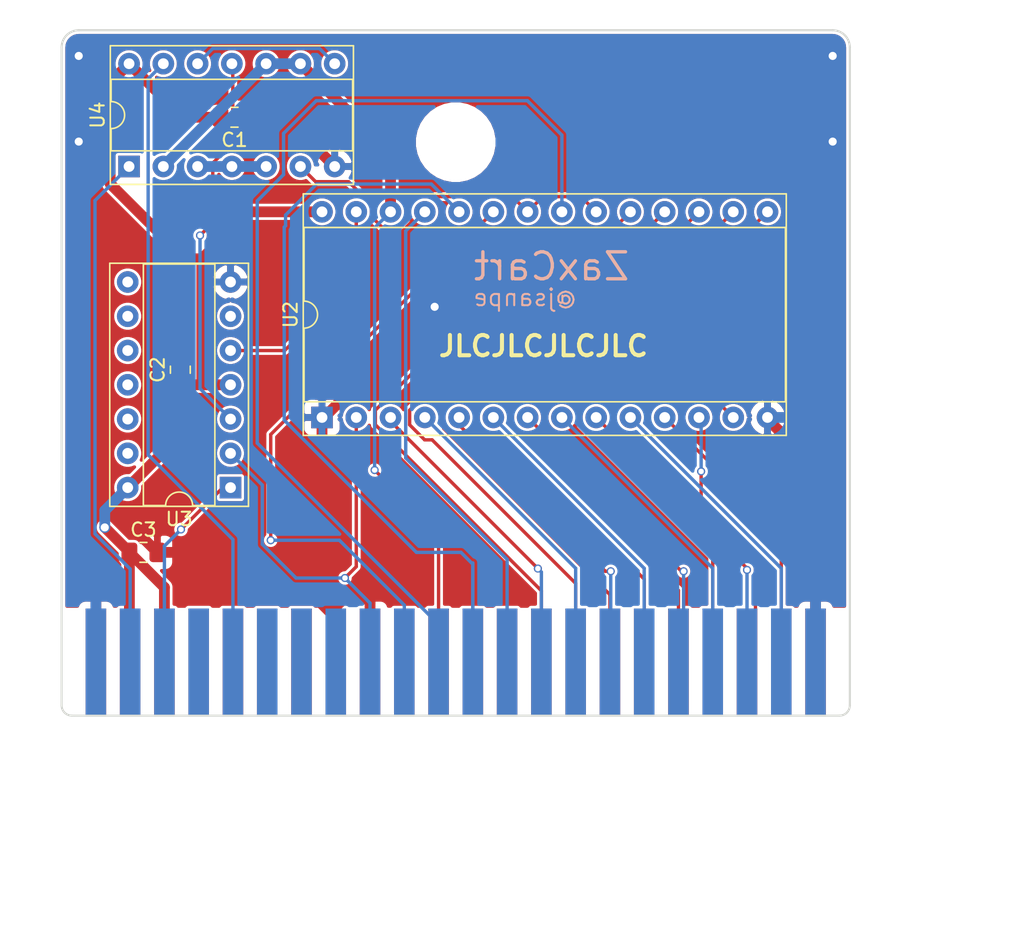
<source format=kicad_pcb>
(kicad_pcb (version 20171130) (host pcbnew "(5.1.10-1-10_14)")

  (general
    (thickness 1.6)
    (drawings 15)
    (tracks 243)
    (zones 0)
    (modules 8)
    (nets 45)
  )

  (page A4)
  (title_block
    (title "OpenC64Cart: C64 8K Lo/Hi-Rom Cartridge")
    (date 2018-01-04)
    (rev 2)
    (company SukkoPera)
  )

  (layers
    (0 F.Cu signal)
    (31 B.Cu signal)
    (36 B.SilkS user)
    (37 F.SilkS user)
    (38 B.Mask user)
    (39 F.Mask user)
    (44 Edge.Cuts user)
    (49 F.Fab user)
  )

  (setup
    (last_trace_width 0.25)
    (user_trace_width 0.8)
    (trace_clearance 0.2)
    (zone_clearance 0.2)
    (zone_45_only no)
    (trace_min 0.2)
    (via_size 0.6)
    (via_drill 0.4)
    (via_min_size 0.4)
    (via_min_drill 0.3)
    (user_via 0.8 0.6)
    (uvia_size 0.3)
    (uvia_drill 0.1)
    (uvias_allowed no)
    (uvia_min_size 0.2)
    (uvia_min_drill 0.1)
    (edge_width 0.15)
    (segment_width 0.2)
    (pcb_text_width 0.3)
    (pcb_text_size 1.5 1.5)
    (mod_edge_width 0.15)
    (mod_text_size 1 1)
    (mod_text_width 0.15)
    (pad_size 5.5 5.5)
    (pad_drill 5.5)
    (pad_to_mask_clearance 0)
    (aux_axis_origin 0 0)
    (visible_elements FFFFFF7F)
    (pcbplotparams
      (layerselection 0x010f0_ffffffff)
      (usegerberextensions false)
      (usegerberattributes true)
      (usegerberadvancedattributes true)
      (creategerberjobfile true)
      (excludeedgelayer true)
      (linewidth 0.100000)
      (plotframeref false)
      (viasonmask false)
      (mode 1)
      (useauxorigin false)
      (hpglpennumber 1)
      (hpglpenspeed 20)
      (hpglpendiameter 15.000000)
      (psnegative false)
      (psa4output false)
      (plotreference true)
      (plotvalue true)
      (plotinvisibletext false)
      (padsonsilk false)
      (subtractmaskfromsilk false)
      (outputformat 1)
      (mirror false)
      (drillshape 0)
      (scaleselection 1)
      (outputdirectory "gerbers/"))
  )

  (net 0 "")
  (net 1 GND)
  (net 2 +5V)
  (net 3 "Net-(U1-Pad4)")
  (net 4 "Net-(U1-Pad5)")
  (net 5 "Net-(U1-Pad6)")
  (net 6 "Net-(U1-Pad7)")
  (net 7 "Net-(U1-Pad10)")
  (net 8 "Net-(U1-Pad11)")
  (net 9 "Net-(U1-Pad13)")
  (net 10 /D7)
  (net 11 "Net-(U1-Pad12)")
  (net 12 /D6)
  (net 13 /D5)
  (net 14 /D4)
  (net 15 /D3)
  (net 16 /D2)
  (net 17 /D1)
  (net 18 /D0)
  (net 19 "Net-(U1-PadF)")
  (net 20 "Net-(U1-PadH)")
  (net 21 "Net-(U1-PadJ)")
  (net 22 /A12)
  (net 23 /A11)
  (net 24 /A10)
  (net 25 "Net-(U1-PadB)")
  (net 26 "Net-(U1-PadC)")
  (net 27 "Net-(U1-PadD)")
  (net 28 "Net-(U1-PadE)")
  (net 29 /A4)
  (net 30 /A3)
  (net 31 /A2)
  (net 32 /A1)
  (net 33 /A0)
  (net 34 /A7)
  (net 35 /A6)
  (net 36 /A5)
  (net 37 /A8)
  (net 38 /A9)
  (net 39 "Net-(U3-Pad6)")
  (net 40 "Net-(U2-Pad27)")
  (net 41 "Net-(U3-Pad3)")
  (net 42 "Net-(U2-Pad20)")
  (net 43 "Net-(U4-Pad12)")
  (net 44 "Net-(U4-Pad3)")

  (net_class Default "This is the default net class."
    (clearance 0.2)
    (trace_width 0.25)
    (via_dia 0.6)
    (via_drill 0.4)
    (uvia_dia 0.3)
    (uvia_drill 0.1)
    (add_net /A0)
    (add_net /A1)
    (add_net /A10)
    (add_net /A11)
    (add_net /A12)
    (add_net /A2)
    (add_net /A3)
    (add_net /A4)
    (add_net /A5)
    (add_net /A6)
    (add_net /A7)
    (add_net /A8)
    (add_net /A9)
    (add_net /D0)
    (add_net /D1)
    (add_net /D2)
    (add_net /D3)
    (add_net /D4)
    (add_net /D5)
    (add_net /D6)
    (add_net /D7)
    (add_net "Net-(U1-Pad10)")
    (add_net "Net-(U1-Pad11)")
    (add_net "Net-(U1-Pad12)")
    (add_net "Net-(U1-Pad13)")
    (add_net "Net-(U1-Pad4)")
    (add_net "Net-(U1-Pad5)")
    (add_net "Net-(U1-Pad6)")
    (add_net "Net-(U1-Pad7)")
    (add_net "Net-(U1-PadB)")
    (add_net "Net-(U1-PadC)")
    (add_net "Net-(U1-PadD)")
    (add_net "Net-(U1-PadE)")
    (add_net "Net-(U1-PadF)")
    (add_net "Net-(U1-PadH)")
    (add_net "Net-(U1-PadJ)")
    (add_net "Net-(U2-Pad20)")
    (add_net "Net-(U2-Pad27)")
    (add_net "Net-(U3-Pad3)")
    (add_net "Net-(U3-Pad6)")
    (add_net "Net-(U4-Pad12)")
    (add_net "Net-(U4-Pad3)")
  )

  (net_class Power ""
    (clearance 0.2)
    (trace_width 0.8)
    (via_dia 0.8)
    (via_drill 0.6)
    (uvia_dia 0.3)
    (uvia_drill 0.1)
    (add_net +5V)
    (add_net GND)
  )

  (module Package_DIP:DIP-28_W15.24mm_Socket (layer F.Cu) (tedit 5A02E8C5) (tstamp 604FA825)
    (at 78.99 107.44 90)
    (descr "28-lead though-hole mounted DIP package, row spacing 15.24 mm (600 mils), Socket")
    (tags "THT DIP DIL PDIP 2.54mm 15.24mm 600mil Socket")
    (path /59726871)
    (fp_text reference U2 (at 7.62 -2.33 90) (layer F.SilkS)
      (effects (font (size 1 1) (thickness 0.15)))
    )
    (fp_text value 27512 (at 7.62 35.35 90) (layer F.Fab)
      (effects (font (size 1 1) (thickness 0.15)))
    )
    (fp_line (start 16.8 -1.6) (end -1.55 -1.6) (layer F.CrtYd) (width 0.05))
    (fp_line (start 16.8 34.65) (end 16.8 -1.6) (layer F.CrtYd) (width 0.05))
    (fp_line (start -1.55 34.65) (end 16.8 34.65) (layer F.CrtYd) (width 0.05))
    (fp_line (start -1.55 -1.6) (end -1.55 34.65) (layer F.CrtYd) (width 0.05))
    (fp_line (start 16.57 -1.39) (end -1.33 -1.39) (layer F.SilkS) (width 0.12))
    (fp_line (start 16.57 34.41) (end 16.57 -1.39) (layer F.SilkS) (width 0.12))
    (fp_line (start -1.33 34.41) (end 16.57 34.41) (layer F.SilkS) (width 0.12))
    (fp_line (start -1.33 -1.39) (end -1.33 34.41) (layer F.SilkS) (width 0.12))
    (fp_line (start 14.08 -1.33) (end 8.62 -1.33) (layer F.SilkS) (width 0.12))
    (fp_line (start 14.08 34.35) (end 14.08 -1.33) (layer F.SilkS) (width 0.12))
    (fp_line (start 1.16 34.35) (end 14.08 34.35) (layer F.SilkS) (width 0.12))
    (fp_line (start 1.16 -1.33) (end 1.16 34.35) (layer F.SilkS) (width 0.12))
    (fp_line (start 6.62 -1.33) (end 1.16 -1.33) (layer F.SilkS) (width 0.12))
    (fp_line (start 16.51 -1.33) (end -1.27 -1.33) (layer F.Fab) (width 0.1))
    (fp_line (start 16.51 34.35) (end 16.51 -1.33) (layer F.Fab) (width 0.1))
    (fp_line (start -1.27 34.35) (end 16.51 34.35) (layer F.Fab) (width 0.1))
    (fp_line (start -1.27 -1.33) (end -1.27 34.35) (layer F.Fab) (width 0.1))
    (fp_line (start 0.255 -0.27) (end 1.255 -1.27) (layer F.Fab) (width 0.1))
    (fp_line (start 0.255 34.29) (end 0.255 -0.27) (layer F.Fab) (width 0.1))
    (fp_line (start 14.985 34.29) (end 0.255 34.29) (layer F.Fab) (width 0.1))
    (fp_line (start 14.985 -1.27) (end 14.985 34.29) (layer F.Fab) (width 0.1))
    (fp_line (start 1.255 -1.27) (end 14.985 -1.27) (layer F.Fab) (width 0.1))
    (fp_text user %R (at 7.62 16.51 90) (layer F.Fab)
      (effects (font (size 1 1) (thickness 0.15)))
    )
    (fp_arc (start 7.62 -1.33) (end 6.62 -1.33) (angle -180) (layer F.SilkS) (width 0.12))
    (pad 28 thru_hole oval (at 15.24 0 90) (size 1.6 1.6) (drill 0.8) (layers *.Cu *.Mask)
      (net 2 +5V))
    (pad 14 thru_hole oval (at 0 33.02 90) (size 1.6 1.6) (drill 0.8) (layers *.Cu *.Mask)
      (net 1 GND))
    (pad 27 thru_hole oval (at 15.24 2.54 90) (size 1.6 1.6) (drill 0.8) (layers *.Cu *.Mask)
      (net 40 "Net-(U2-Pad27)"))
    (pad 13 thru_hole oval (at 0 30.48 90) (size 1.6 1.6) (drill 0.8) (layers *.Cu *.Mask)
      (net 16 /D2))
    (pad 26 thru_hole oval (at 15.24 5.08 90) (size 1.6 1.6) (drill 0.8) (layers *.Cu *.Mask)
      (net 8 "Net-(U1-Pad11)"))
    (pad 12 thru_hole oval (at 0 27.94 90) (size 1.6 1.6) (drill 0.8) (layers *.Cu *.Mask)
      (net 17 /D1))
    (pad 25 thru_hole oval (at 15.24 7.62 90) (size 1.6 1.6) (drill 0.8) (layers *.Cu *.Mask)
      (net 37 /A8))
    (pad 11 thru_hole oval (at 0 25.4 90) (size 1.6 1.6) (drill 0.8) (layers *.Cu *.Mask)
      (net 18 /D0))
    (pad 24 thru_hole oval (at 15.24 10.16 90) (size 1.6 1.6) (drill 0.8) (layers *.Cu *.Mask)
      (net 38 /A9))
    (pad 10 thru_hole oval (at 0 22.86 90) (size 1.6 1.6) (drill 0.8) (layers *.Cu *.Mask)
      (net 33 /A0))
    (pad 23 thru_hole oval (at 15.24 12.7 90) (size 1.6 1.6) (drill 0.8) (layers *.Cu *.Mask)
      (net 23 /A11))
    (pad 9 thru_hole oval (at 0 20.32 90) (size 1.6 1.6) (drill 0.8) (layers *.Cu *.Mask)
      (net 32 /A1))
    (pad 22 thru_hole oval (at 15.24 15.24 90) (size 1.6 1.6) (drill 0.8) (layers *.Cu *.Mask)
      (net 42 "Net-(U2-Pad20)"))
    (pad 8 thru_hole oval (at 0 17.78 90) (size 1.6 1.6) (drill 0.8) (layers *.Cu *.Mask)
      (net 31 /A2))
    (pad 21 thru_hole oval (at 15.24 17.78 90) (size 1.6 1.6) (drill 0.8) (layers *.Cu *.Mask)
      (net 24 /A10))
    (pad 7 thru_hole oval (at 0 15.24 90) (size 1.6 1.6) (drill 0.8) (layers *.Cu *.Mask)
      (net 30 /A3))
    (pad 20 thru_hole oval (at 15.24 20.32 90) (size 1.6 1.6) (drill 0.8) (layers *.Cu *.Mask)
      (net 42 "Net-(U2-Pad20)"))
    (pad 6 thru_hole oval (at 0 12.7 90) (size 1.6 1.6) (drill 0.8) (layers *.Cu *.Mask)
      (net 29 /A4))
    (pad 19 thru_hole oval (at 15.24 22.86 90) (size 1.6 1.6) (drill 0.8) (layers *.Cu *.Mask)
      (net 10 /D7))
    (pad 5 thru_hole oval (at 0 10.16 90) (size 1.6 1.6) (drill 0.8) (layers *.Cu *.Mask)
      (net 36 /A5))
    (pad 18 thru_hole oval (at 15.24 25.4 90) (size 1.6 1.6) (drill 0.8) (layers *.Cu *.Mask)
      (net 12 /D6))
    (pad 4 thru_hole oval (at 0 7.62 90) (size 1.6 1.6) (drill 0.8) (layers *.Cu *.Mask)
      (net 35 /A6))
    (pad 17 thru_hole oval (at 15.24 27.94 90) (size 1.6 1.6) (drill 0.8) (layers *.Cu *.Mask)
      (net 13 /D5))
    (pad 3 thru_hole oval (at 0 5.08 90) (size 1.6 1.6) (drill 0.8) (layers *.Cu *.Mask)
      (net 34 /A7))
    (pad 16 thru_hole oval (at 15.24 30.48 90) (size 1.6 1.6) (drill 0.8) (layers *.Cu *.Mask)
      (net 14 /D4))
    (pad 2 thru_hole oval (at 0 2.54 90) (size 1.6 1.6) (drill 0.8) (layers *.Cu *.Mask)
      (net 22 /A12))
    (pad 15 thru_hole oval (at 15.24 33.02 90) (size 1.6 1.6) (drill 0.8) (layers *.Cu *.Mask)
      (net 15 /D3))
    (pad 1 thru_hole rect (at 0 0 90) (size 1.6 1.6) (drill 0.8) (layers *.Cu *.Mask)
      (net 1 GND))
    (model ${KISYS3DMOD}/Package_DIP.3dshapes/DIP-28_W15.24mm_Socket.wrl
      (at (xyz 0 0 0))
      (scale (xyz 1 1 1))
      (rotate (xyz 0 0 0))
    )
  )

  (module Package_DIP:DIP-14_W7.62mm_Socket (layer F.Cu) (tedit 5A02E8C5) (tstamp 604F49AE)
    (at 64.69 88.84 90)
    (descr "14-lead though-hole mounted DIP package, row spacing 7.62 mm (300 mils), Socket")
    (tags "THT DIP DIL PDIP 2.54mm 7.62mm 300mil Socket")
    (path /6051E6DE)
    (fp_text reference U4 (at 3.81 -2.33 90) (layer F.SilkS)
      (effects (font (size 1 1) (thickness 0.15)))
    )
    (fp_text value 74LS00 (at 3.81 17.57 90) (layer F.Fab)
      (effects (font (size 1 1) (thickness 0.15)))
    )
    (fp_line (start 9.15 -1.6) (end -1.55 -1.6) (layer F.CrtYd) (width 0.05))
    (fp_line (start 9.15 16.85) (end 9.15 -1.6) (layer F.CrtYd) (width 0.05))
    (fp_line (start -1.55 16.85) (end 9.15 16.85) (layer F.CrtYd) (width 0.05))
    (fp_line (start -1.55 -1.6) (end -1.55 16.85) (layer F.CrtYd) (width 0.05))
    (fp_line (start 8.95 -1.39) (end -1.33 -1.39) (layer F.SilkS) (width 0.12))
    (fp_line (start 8.95 16.63) (end 8.95 -1.39) (layer F.SilkS) (width 0.12))
    (fp_line (start -1.33 16.63) (end 8.95 16.63) (layer F.SilkS) (width 0.12))
    (fp_line (start -1.33 -1.39) (end -1.33 16.63) (layer F.SilkS) (width 0.12))
    (fp_line (start 6.46 -1.33) (end 4.81 -1.33) (layer F.SilkS) (width 0.12))
    (fp_line (start 6.46 16.57) (end 6.46 -1.33) (layer F.SilkS) (width 0.12))
    (fp_line (start 1.16 16.57) (end 6.46 16.57) (layer F.SilkS) (width 0.12))
    (fp_line (start 1.16 -1.33) (end 1.16 16.57) (layer F.SilkS) (width 0.12))
    (fp_line (start 2.81 -1.33) (end 1.16 -1.33) (layer F.SilkS) (width 0.12))
    (fp_line (start 8.89 -1.33) (end -1.27 -1.33) (layer F.Fab) (width 0.1))
    (fp_line (start 8.89 16.57) (end 8.89 -1.33) (layer F.Fab) (width 0.1))
    (fp_line (start -1.27 16.57) (end 8.89 16.57) (layer F.Fab) (width 0.1))
    (fp_line (start -1.27 -1.33) (end -1.27 16.57) (layer F.Fab) (width 0.1))
    (fp_line (start 0.635 -0.27) (end 1.635 -1.27) (layer F.Fab) (width 0.1))
    (fp_line (start 0.635 16.51) (end 0.635 -0.27) (layer F.Fab) (width 0.1))
    (fp_line (start 6.985 16.51) (end 0.635 16.51) (layer F.Fab) (width 0.1))
    (fp_line (start 6.985 -1.27) (end 6.985 16.51) (layer F.Fab) (width 0.1))
    (fp_line (start 1.635 -1.27) (end 6.985 -1.27) (layer F.Fab) (width 0.1))
    (fp_text user %R (at 3.81 7.62 90) (layer F.Fab)
      (effects (font (size 1 1) (thickness 0.15)))
    )
    (fp_arc (start 3.81 -1.33) (end 2.81 -1.33) (angle -180) (layer F.SilkS) (width 0.12))
    (pad 14 thru_hole oval (at 7.62 0 90) (size 1.6 1.6) (drill 0.8) (layers *.Cu *.Mask)
      (net 2 +5V))
    (pad 7 thru_hole oval (at 0 15.24 90) (size 1.6 1.6) (drill 0.8) (layers *.Cu *.Mask)
      (net 1 GND))
    (pad 13 thru_hole oval (at 7.62 2.54 90) (size 1.6 1.6) (drill 0.8) (layers *.Cu *.Mask)
      (net 28 "Net-(U1-PadE)"))
    (pad 6 thru_hole oval (at 0 12.7 90) (size 1.6 1.6) (drill 0.8) (layers *.Cu *.Mask)
      (net 42 "Net-(U2-Pad20)"))
    (pad 12 thru_hole oval (at 7.62 5.08 90) (size 1.6 1.6) (drill 0.8) (layers *.Cu *.Mask)
      (net 43 "Net-(U4-Pad12)"))
    (pad 5 thru_hole oval (at 0 10.16 90) (size 1.6 1.6) (drill 0.8) (layers *.Cu *.Mask)
      (net 44 "Net-(U4-Pad3)"))
    (pad 11 thru_hole oval (at 7.62 7.62 90) (size 1.6 1.6) (drill 0.8) (layers *.Cu *.Mask)
      (net 41 "Net-(U3-Pad3)"))
    (pad 4 thru_hole oval (at 0 7.62 90) (size 1.6 1.6) (drill 0.8) (layers *.Cu *.Mask)
      (net 44 "Net-(U4-Pad3)"))
    (pad 10 thru_hole oval (at 7.62 10.16 90) (size 1.6 1.6) (drill 0.8) (layers *.Cu *.Mask)
      (net 8 "Net-(U1-Pad11)"))
    (pad 3 thru_hole oval (at 0 5.08 90) (size 1.6 1.6) (drill 0.8) (layers *.Cu *.Mask)
      (net 44 "Net-(U4-Pad3)"))
    (pad 9 thru_hole oval (at 7.62 12.7 90) (size 1.6 1.6) (drill 0.8) (layers *.Cu *.Mask)
      (net 8 "Net-(U1-Pad11)"))
    (pad 2 thru_hole oval (at 0 2.54 90) (size 1.6 1.6) (drill 0.8) (layers *.Cu *.Mask)
      (net 8 "Net-(U1-Pad11)"))
    (pad 8 thru_hole oval (at 7.62 15.24 90) (size 1.6 1.6) (drill 0.8) (layers *.Cu *.Mask)
      (net 43 "Net-(U4-Pad12)"))
    (pad 1 thru_hole rect (at 0 0 90) (size 1.6 1.6) (drill 0.8) (layers *.Cu *.Mask)
      (net 25 "Net-(U1-PadB)"))
    (model ${KISYS3DMOD}/Package_DIP.3dshapes/DIP-14_W7.62mm_Socket.wrl
      (at (xyz 0 0 0))
      (scale (xyz 1 1 1))
      (rotate (xyz 0 0 0))
    )
  )

  (module Package_DIP:DIP-14_W7.62mm_Socket (layer F.Cu) (tedit 5A02E8C5) (tstamp 604F4984)
    (at 72.21 112.64 180)
    (descr "14-lead though-hole mounted DIP package, row spacing 7.62 mm (300 mils), Socket")
    (tags "THT DIP DIL PDIP 2.54mm 7.62mm 300mil Socket")
    (path /60519F44)
    (fp_text reference U3 (at 3.81 -2.33) (layer F.SilkS)
      (effects (font (size 1 1) (thickness 0.15)))
    )
    (fp_text value 74LS74 (at 3.81 17.57) (layer F.Fab)
      (effects (font (size 1 1) (thickness 0.15)))
    )
    (fp_line (start 9.15 -1.6) (end -1.55 -1.6) (layer F.CrtYd) (width 0.05))
    (fp_line (start 9.15 16.85) (end 9.15 -1.6) (layer F.CrtYd) (width 0.05))
    (fp_line (start -1.55 16.85) (end 9.15 16.85) (layer F.CrtYd) (width 0.05))
    (fp_line (start -1.55 -1.6) (end -1.55 16.85) (layer F.CrtYd) (width 0.05))
    (fp_line (start 8.95 -1.39) (end -1.33 -1.39) (layer F.SilkS) (width 0.12))
    (fp_line (start 8.95 16.63) (end 8.95 -1.39) (layer F.SilkS) (width 0.12))
    (fp_line (start -1.33 16.63) (end 8.95 16.63) (layer F.SilkS) (width 0.12))
    (fp_line (start -1.33 -1.39) (end -1.33 16.63) (layer F.SilkS) (width 0.12))
    (fp_line (start 6.46 -1.33) (end 4.81 -1.33) (layer F.SilkS) (width 0.12))
    (fp_line (start 6.46 16.57) (end 6.46 -1.33) (layer F.SilkS) (width 0.12))
    (fp_line (start 1.16 16.57) (end 6.46 16.57) (layer F.SilkS) (width 0.12))
    (fp_line (start 1.16 -1.33) (end 1.16 16.57) (layer F.SilkS) (width 0.12))
    (fp_line (start 2.81 -1.33) (end 1.16 -1.33) (layer F.SilkS) (width 0.12))
    (fp_line (start 8.89 -1.33) (end -1.27 -1.33) (layer F.Fab) (width 0.1))
    (fp_line (start 8.89 16.57) (end 8.89 -1.33) (layer F.Fab) (width 0.1))
    (fp_line (start -1.27 16.57) (end 8.89 16.57) (layer F.Fab) (width 0.1))
    (fp_line (start -1.27 -1.33) (end -1.27 16.57) (layer F.Fab) (width 0.1))
    (fp_line (start 0.635 -0.27) (end 1.635 -1.27) (layer F.Fab) (width 0.1))
    (fp_line (start 0.635 16.51) (end 0.635 -0.27) (layer F.Fab) (width 0.1))
    (fp_line (start 6.985 16.51) (end 0.635 16.51) (layer F.Fab) (width 0.1))
    (fp_line (start 6.985 -1.27) (end 6.985 16.51) (layer F.Fab) (width 0.1))
    (fp_line (start 1.635 -1.27) (end 6.985 -1.27) (layer F.Fab) (width 0.1))
    (fp_text user %R (at 3.81 7.62) (layer F.Fab)
      (effects (font (size 1 1) (thickness 0.15)))
    )
    (fp_arc (start 3.81 -1.33) (end 2.81 -1.33) (angle -180) (layer F.SilkS) (width 0.12))
    (pad 14 thru_hole oval (at 7.62 0 180) (size 1.6 1.6) (drill 0.8) (layers *.Cu *.Mask)
      (net 2 +5V))
    (pad 7 thru_hole oval (at 0 15.24 180) (size 1.6 1.6) (drill 0.8) (layers *.Cu *.Mask)
      (net 1 GND))
    (pad 13 thru_hole oval (at 7.62 2.54 180) (size 1.6 1.6) (drill 0.8) (layers *.Cu *.Mask))
    (pad 6 thru_hole oval (at 0 12.7 180) (size 1.6 1.6) (drill 0.8) (layers *.Cu *.Mask)
      (net 39 "Net-(U3-Pad6)"))
    (pad 12 thru_hole oval (at 7.62 5.08 180) (size 1.6 1.6) (drill 0.8) (layers *.Cu *.Mask))
    (pad 5 thru_hole oval (at 0 10.16 180) (size 1.6 1.6) (drill 0.8) (layers *.Cu *.Mask)
      (net 40 "Net-(U2-Pad27)"))
    (pad 11 thru_hole oval (at 7.62 7.62 180) (size 1.6 1.6) (drill 0.8) (layers *.Cu *.Mask))
    (pad 4 thru_hole oval (at 0 7.62 180) (size 1.6 1.6) (drill 0.8) (layers *.Cu *.Mask)
      (net 2 +5V))
    (pad 10 thru_hole oval (at 7.62 10.16 180) (size 1.6 1.6) (drill 0.8) (layers *.Cu *.Mask))
    (pad 3 thru_hole oval (at 0 5.08 180) (size 1.6 1.6) (drill 0.8) (layers *.Cu *.Mask)
      (net 41 "Net-(U3-Pad3)"))
    (pad 9 thru_hole oval (at 7.62 12.7 180) (size 1.6 1.6) (drill 0.8) (layers *.Cu *.Mask))
    (pad 2 thru_hole oval (at 0 2.54 180) (size 1.6 1.6) (drill 0.8) (layers *.Cu *.Mask)
      (net 22 /A12))
    (pad 8 thru_hole oval (at 7.62 15.24 180) (size 1.6 1.6) (drill 0.8) (layers *.Cu *.Mask))
    (pad 1 thru_hole rect (at 0 0 180) (size 1.6 1.6) (drill 0.8) (layers *.Cu *.Mask)
      (net 26 "Net-(U1-PadC)"))
    (model ${KISYS3DMOD}/Package_DIP.3dshapes/DIP-14_W7.62mm_Socket.wrl
      (at (xyz 0 0 0))
      (scale (xyz 1 1 1))
      (rotate (xyz 0 0 0))
    )
  )

  (module Capacitor_SMD:C_0805_2012Metric_Pad1.18x1.45mm_HandSolder (layer F.Cu) (tedit 5F68FEEF) (tstamp 604F48EE)
    (at 65.7525 117.44)
    (descr "Capacitor SMD 0805 (2012 Metric), square (rectangular) end terminal, IPC_7351 nominal with elongated pad for handsoldering. (Body size source: IPC-SM-782 page 76, https://www.pcb-3d.com/wordpress/wp-content/uploads/ipc-sm-782a_amendment_1_and_2.pdf, https://docs.google.com/spreadsheets/d/1BsfQQcO9C6DZCsRaXUlFlo91Tg2WpOkGARC1WS5S8t0/edit?usp=sharing), generated with kicad-footprint-generator")
    (tags "capacitor handsolder")
    (path /60537D45)
    (attr smd)
    (fp_text reference C3 (at 0 -1.68) (layer F.SilkS)
      (effects (font (size 1 1) (thickness 0.15)))
    )
    (fp_text value 100nF (at 0 1.68) (layer F.Fab)
      (effects (font (size 1 1) (thickness 0.15)))
    )
    (fp_line (start 1.88 0.98) (end -1.88 0.98) (layer F.CrtYd) (width 0.05))
    (fp_line (start 1.88 -0.98) (end 1.88 0.98) (layer F.CrtYd) (width 0.05))
    (fp_line (start -1.88 -0.98) (end 1.88 -0.98) (layer F.CrtYd) (width 0.05))
    (fp_line (start -1.88 0.98) (end -1.88 -0.98) (layer F.CrtYd) (width 0.05))
    (fp_line (start -0.261252 0.735) (end 0.261252 0.735) (layer F.SilkS) (width 0.12))
    (fp_line (start -0.261252 -0.735) (end 0.261252 -0.735) (layer F.SilkS) (width 0.12))
    (fp_line (start 1 0.625) (end -1 0.625) (layer F.Fab) (width 0.1))
    (fp_line (start 1 -0.625) (end 1 0.625) (layer F.Fab) (width 0.1))
    (fp_line (start -1 -0.625) (end 1 -0.625) (layer F.Fab) (width 0.1))
    (fp_line (start -1 0.625) (end -1 -0.625) (layer F.Fab) (width 0.1))
    (fp_text user %R (at 0 0) (layer F.Fab)
      (effects (font (size 0.5 0.5) (thickness 0.08)))
    )
    (pad 2 smd roundrect (at 1.0375 0) (size 1.175 1.45) (layers F.Cu F.Paste F.Mask) (roundrect_rratio 0.2127659574468085)
      (net 1 GND))
    (pad 1 smd roundrect (at -1.0375 0) (size 1.175 1.45) (layers F.Cu F.Paste F.Mask) (roundrect_rratio 0.2127659574468085)
      (net 2 +5V))
    (model ${KISYS3DMOD}/Capacitor_SMD.3dshapes/C_0805_2012Metric.wrl
      (at (xyz 0 0 0))
      (scale (xyz 1 1 1))
      (rotate (xyz 0 0 0))
    )
  )

  (module Capacitor_SMD:C_0805_2012Metric_Pad1.18x1.45mm_HandSolder (layer F.Cu) (tedit 5F68FEEF) (tstamp 604F48DD)
    (at 68.49 103.9025 90)
    (descr "Capacitor SMD 0805 (2012 Metric), square (rectangular) end terminal, IPC_7351 nominal with elongated pad for handsoldering. (Body size source: IPC-SM-782 page 76, https://www.pcb-3d.com/wordpress/wp-content/uploads/ipc-sm-782a_amendment_1_and_2.pdf, https://docs.google.com/spreadsheets/d/1BsfQQcO9C6DZCsRaXUlFlo91Tg2WpOkGARC1WS5S8t0/edit?usp=sharing), generated with kicad-footprint-generator")
    (tags "capacitor handsolder")
    (path /60536851)
    (attr smd)
    (fp_text reference C2 (at 0 -1.68 90) (layer F.SilkS)
      (effects (font (size 1 1) (thickness 0.15)))
    )
    (fp_text value 100nF (at 0 1.68 90) (layer F.Fab)
      (effects (font (size 1 1) (thickness 0.15)))
    )
    (fp_line (start 1.88 0.98) (end -1.88 0.98) (layer F.CrtYd) (width 0.05))
    (fp_line (start 1.88 -0.98) (end 1.88 0.98) (layer F.CrtYd) (width 0.05))
    (fp_line (start -1.88 -0.98) (end 1.88 -0.98) (layer F.CrtYd) (width 0.05))
    (fp_line (start -1.88 0.98) (end -1.88 -0.98) (layer F.CrtYd) (width 0.05))
    (fp_line (start -0.261252 0.735) (end 0.261252 0.735) (layer F.SilkS) (width 0.12))
    (fp_line (start -0.261252 -0.735) (end 0.261252 -0.735) (layer F.SilkS) (width 0.12))
    (fp_line (start 1 0.625) (end -1 0.625) (layer F.Fab) (width 0.1))
    (fp_line (start 1 -0.625) (end 1 0.625) (layer F.Fab) (width 0.1))
    (fp_line (start -1 -0.625) (end 1 -0.625) (layer F.Fab) (width 0.1))
    (fp_line (start -1 0.625) (end -1 -0.625) (layer F.Fab) (width 0.1))
    (fp_text user %R (at 0 0 90) (layer F.Fab)
      (effects (font (size 0.5 0.5) (thickness 0.08)))
    )
    (pad 2 smd roundrect (at 1.0375 0 90) (size 1.175 1.45) (layers F.Cu F.Paste F.Mask) (roundrect_rratio 0.2127659574468085)
      (net 1 GND))
    (pad 1 smd roundrect (at -1.0375 0 90) (size 1.175 1.45) (layers F.Cu F.Paste F.Mask) (roundrect_rratio 0.2127659574468085)
      (net 2 +5V))
    (model ${KISYS3DMOD}/Capacitor_SMD.3dshapes/C_0805_2012Metric.wrl
      (at (xyz 0 0 0))
      (scale (xyz 1 1 1))
      (rotate (xyz 0 0 0))
    )
  )

  (module Capacitor_SMD:C_0805_2012Metric_Pad1.18x1.45mm_HandSolder (layer F.Cu) (tedit 5F68FEEF) (tstamp 604F48CC)
    (at 72.5025 85.19 180)
    (descr "Capacitor SMD 0805 (2012 Metric), square (rectangular) end terminal, IPC_7351 nominal with elongated pad for handsoldering. (Body size source: IPC-SM-782 page 76, https://www.pcb-3d.com/wordpress/wp-content/uploads/ipc-sm-782a_amendment_1_and_2.pdf, https://docs.google.com/spreadsheets/d/1BsfQQcO9C6DZCsRaXUlFlo91Tg2WpOkGARC1WS5S8t0/edit?usp=sharing), generated with kicad-footprint-generator")
    (tags "capacitor handsolder")
    (path /597140F9)
    (attr smd)
    (fp_text reference C1 (at 0 -1.68) (layer F.SilkS)
      (effects (font (size 1 1) (thickness 0.15)))
    )
    (fp_text value 100n (at 0 1.68) (layer F.Fab)
      (effects (font (size 1 1) (thickness 0.15)))
    )
    (fp_line (start 1.88 0.98) (end -1.88 0.98) (layer F.CrtYd) (width 0.05))
    (fp_line (start 1.88 -0.98) (end 1.88 0.98) (layer F.CrtYd) (width 0.05))
    (fp_line (start -1.88 -0.98) (end 1.88 -0.98) (layer F.CrtYd) (width 0.05))
    (fp_line (start -1.88 0.98) (end -1.88 -0.98) (layer F.CrtYd) (width 0.05))
    (fp_line (start -0.261252 0.735) (end 0.261252 0.735) (layer F.SilkS) (width 0.12))
    (fp_line (start -0.261252 -0.735) (end 0.261252 -0.735) (layer F.SilkS) (width 0.12))
    (fp_line (start 1 0.625) (end -1 0.625) (layer F.Fab) (width 0.1))
    (fp_line (start 1 -0.625) (end 1 0.625) (layer F.Fab) (width 0.1))
    (fp_line (start -1 -0.625) (end 1 -0.625) (layer F.Fab) (width 0.1))
    (fp_line (start -1 0.625) (end -1 -0.625) (layer F.Fab) (width 0.1))
    (fp_text user %R (at 0 0) (layer F.Fab)
      (effects (font (size 0.5 0.5) (thickness 0.08)))
    )
    (pad 2 smd roundrect (at 1.0375 0 180) (size 1.175 1.45) (layers F.Cu F.Paste F.Mask) (roundrect_rratio 0.2127659574468085)
      (net 2 +5V))
    (pad 1 smd roundrect (at -1.0375 0 180) (size 1.175 1.45) (layers F.Cu F.Paste F.Mask) (roundrect_rratio 0.2127659574468085)
      (net 1 GND))
    (model ${KISYS3DMOD}/Capacitor_SMD.3dshapes/C_0805_2012Metric.wrl
      (at (xyz 0 0 0))
      (scale (xyz 1 1 1))
      (rotate (xyz 0 0 0))
    )
  )

  (module Connectors:1pin (layer F.Cu) (tedit 5A47B020) (tstamp 5A47AF9A)
    (at 88.9 87.04)
    (descr "module 1 pin (ou trou mecanique de percage)")
    (tags DEV)
    (path /5A47B067)
    (fp_text reference J99 (at 0 -3.048) (layer F.SilkS) hide
      (effects (font (size 1 1) (thickness 0.15)))
    )
    (fp_text value PEG_HOLE (at 0 3) (layer F.Fab)
      (effects (font (size 1 1) (thickness 0.15)))
    )
    (fp_circle (center 0 0) (end 2 0.8) (layer F.Fab) (width 0.1))
    (fp_circle (center 0 0) (end 2.6 0) (layer F.CrtYd) (width 0.05))
    (fp_circle (center 0 0) (end 0 -2.286) (layer F.SilkS) (width 0.12))
    (pad "" np_thru_hole circle (at 0 0) (size 5.5 5.5) (drill 5.5) (layers *.Cu *.Mask))
  )

  (module OpenC64Cart:C64-Cart locked (layer F.Cu) (tedit 5A47AD92) (tstamp 5A47AFC4)
    (at 59.69 129.54)
    (path /59713F4B)
    (fp_text reference U1 (at 3.81 -9.018274) (layer F.SilkS) hide
      (effects (font (size 1 1) (thickness 0.15)))
    )
    (fp_text value C64-Exp-Port (at 30.48 1.27) (layer F.Fab) hide
      (effects (font (size 1 1) (thickness 0.15)))
    )
    (fp_line (start 58.42 -35.56) (end 0 -35.56) (layer Dwgs.User) (width 0.15))
    (fp_line (start 58.42 0) (end 58.42 -35.56) (layer Dwgs.User) (width 0.15))
    (fp_line (start 0 0) (end 58.42 0) (layer F.Fab) (width 0.15))
    (fp_line (start 0 -35.56) (end 0 0) (layer Dwgs.User) (width 0.15))
    (fp_text user "Card will be inside C64 up to this point" (at 29.21 -36.576) (layer Dwgs.User)
      (effects (font (size 1 1) (thickness 0.15)))
    )
    (pad 1 smd rect (at 2.54 -3.938274 180) (size 1.524 8) (layers F.Cu F.Mask)
      (net 1 GND))
    (pad 4 smd rect (at 10.16 -3.938274 180) (size 1.524 8) (layers F.Cu F.Mask)
      (net 3 "Net-(U1-Pad4)"))
    (pad 5 smd rect (at 12.7 -3.938274 180) (size 1.524 8) (layers F.Cu F.Mask)
      (net 4 "Net-(U1-Pad5)"))
    (pad 6 smd rect (at 15.24 -3.938274 180) (size 1.524 8) (layers F.Cu F.Mask)
      (net 5 "Net-(U1-Pad6)"))
    (pad 7 smd rect (at 17.78 -3.938274 180) (size 1.524 8) (layers F.Cu F.Mask)
      (net 6 "Net-(U1-Pad7)"))
    (pad 8 smd rect (at 20.32 -3.938274 180) (size 1.524 8) (layers F.Cu F.Mask)
      (net 1 GND))
    (pad 9 smd rect (at 22.86 -3.938274 180) (size 1.524 8) (layers F.Cu F.Mask)
      (net 1 GND))
    (pad 10 smd rect (at 25.4 -3.938274 180) (size 1.524 8) (layers F.Cu F.Mask)
      (net 7 "Net-(U1-Pad10)"))
    (pad 11 smd rect (at 27.94 -3.938274 180) (size 1.524 8) (layers F.Cu F.Mask)
      (net 8 "Net-(U1-Pad11)"))
    (pad 13 smd rect (at 33.02 -3.938274 180) (size 1.524 8) (layers F.Cu F.Mask)
      (net 9 "Net-(U1-Pad13)"))
    (pad 14 smd rect (at 35.56 -3.938274 180) (size 1.524 8) (layers F.Cu F.Mask)
      (net 10 /D7))
    (pad 12 smd rect (at 30.48 -3.938274 180) (size 1.524 8) (layers F.Cu F.Mask)
      (net 11 "Net-(U1-Pad12)"))
    (pad 2 smd rect (at 5.08 -3.938274 180) (size 1.524 8) (layers F.Cu F.Mask)
      (net 2 +5V))
    (pad 3 smd rect (at 7.62 -3.938274 180) (size 1.524 8) (layers F.Cu F.Mask)
      (net 2 +5V))
    (pad 15 smd rect (at 38.1 -3.938274 180) (size 1.524 8) (layers F.Cu F.Mask)
      (net 12 /D6))
    (pad 16 smd rect (at 40.64 -3.938274 180) (size 1.524 8) (layers F.Cu F.Mask)
      (net 13 /D5))
    (pad 17 smd rect (at 43.18 -3.938274 180) (size 1.524 8) (layers F.Cu F.Mask)
      (net 14 /D4))
    (pad 18 smd rect (at 45.72 -3.938274 180) (size 1.524 8) (layers F.Cu F.Mask)
      (net 15 /D3))
    (pad 19 smd rect (at 48.26 -3.938274 180) (size 1.524 8) (layers F.Cu F.Mask)
      (net 16 /D2))
    (pad 20 smd rect (at 50.8 -3.938274 180) (size 1.524 8) (layers F.Cu F.Mask)
      (net 17 /D1))
    (pad 21 smd rect (at 53.34 -3.938274 180) (size 1.524 8) (layers F.Cu F.Mask)
      (net 18 /D0))
    (pad 22 smd rect (at 55.88 -3.938274 180) (size 1.524 8) (layers F.Cu F.Mask)
      (net 1 GND))
    (pad F smd rect (at 15.24 -3.938274) (size 1.524 8) (layers B.Cu B.Mask)
      (net 19 "Net-(U1-PadF)"))
    (pad H smd rect (at 17.78 -3.938274) (size 1.524 8) (layers B.Cu B.Mask)
      (net 20 "Net-(U1-PadH)"))
    (pad J smd rect (at 20.32 -3.938274) (size 1.524 8) (layers B.Cu B.Mask)
      (net 21 "Net-(U1-PadJ)"))
    (pad K smd rect (at 22.86 -3.938274) (size 1.524 8) (layers B.Cu B.Mask)
      (net 22 /A12))
    (pad L smd rect (at 25.4 -3.938274) (size 1.524 8) (layers B.Cu B.Mask)
      (net 23 /A11))
    (pad M smd rect (at 27.94 -3.938274) (size 1.524 8) (layers B.Cu B.Mask)
      (net 24 /A10))
    (pad B smd rect (at 5.08 -3.938274) (size 1.524 8) (layers B.Cu B.Mask)
      (net 25 "Net-(U1-PadB)"))
    (pad C smd rect (at 7.62 -3.938274) (size 1.524 8) (layers B.Cu B.Mask)
      (net 26 "Net-(U1-PadC)"))
    (pad D smd rect (at 10.16 -3.938274) (size 1.524 8) (layers B.Cu B.Mask)
      (net 27 "Net-(U1-PadD)"))
    (pad E smd rect (at 12.7 -3.938274) (size 1.524 8) (layers B.Cu B.Mask)
      (net 28 "Net-(U1-PadE)"))
    (pad A smd rect (at 2.54 -3.938274) (size 1.524 8) (layers B.Cu B.Mask)
      (net 1 GND))
    (pad U smd rect (at 43.18 -3.938274) (size 1.524 8) (layers B.Cu B.Mask)
      (net 29 /A4))
    (pad V smd rect (at 45.72 -3.938274) (size 1.524 8) (layers B.Cu B.Mask)
      (net 30 /A3))
    (pad W smd rect (at 48.26 -3.938274) (size 1.524 8) (layers B.Cu B.Mask)
      (net 31 /A2))
    (pad X smd rect (at 50.8 -3.938274) (size 1.524 8) (layers B.Cu B.Mask)
      (net 32 /A1))
    (pad Y smd rect (at 53.34 -3.938274) (size 1.524 8) (layers B.Cu B.Mask)
      (net 33 /A0))
    (pad Z smd rect (at 55.88 -3.938274) (size 1.524 8) (layers B.Cu B.Mask)
      (net 1 GND))
    (pad R smd rect (at 35.56 -3.938274) (size 1.524 8) (layers B.Cu B.Mask)
      (net 34 /A7))
    (pad S smd rect (at 38.1 -3.938274) (size 1.524 8) (layers B.Cu B.Mask)
      (net 35 /A6))
    (pad T smd rect (at 40.64 -3.938274) (size 1.524 8) (layers B.Cu B.Mask)
      (net 36 /A5))
    (pad P smd rect (at 33.02 -3.938274) (size 1.524 8) (layers B.Cu B.Mask)
      (net 37 /A8))
    (pad N smd rect (at 30.48 -3.938274) (size 1.524 8) (layers B.Cu B.Mask)
      (net 38 /A9))
    (pad NoSo smd rect (at 29.21 -3.81 180) (size 58.42 8.3) (layers B.Mask))
    (pad NoSo smd rect (at 29.21 -3.81 180) (size 58.42 8.3) (layers F.Mask))
  )

  (gr_text @jsanpe (at 94.04 98.55) (layer B.SilkS)
    (effects (font (size 1.25 1.25) (thickness 0.15)) (justify mirror))
  )
  (gr_text ZaxCart (at 96.01 96.25) (layer B.SilkS)
    (effects (font (size 2 2) (thickness 0.25)) (justify mirror))
  )
  (gr_text JLCJLCJLCJLC (at 95.4 102.15) (layer F.SilkS)
    (effects (font (size 1.5 1.5) (thickness 0.3)))
  )
  (gr_arc (start 60.96 80.01) (end 59.69 80.01) (angle 90) (layer Edge.Cuts) (width 0.15))
  (gr_arc (start 116.84 80.01) (end 116.84 78.74) (angle 90) (layer Edge.Cuts) (width 0.15))
  (gr_arc (start 117.348 128.778) (end 118.11 128.778) (angle 90) (layer Edge.Cuts) (width 0.15))
  (gr_arc (start 60.452 128.778) (end 60.452 129.54) (angle 90) (layer Edge.Cuts) (width 0.15))
  (dimension 2.54 (width 0.3) (layer F.Fab)
    (gr_text "2,540 mm" (at 60.96 146.13) (layer F.Fab)
      (effects (font (size 1.5 1.5) (thickness 0.3)))
    )
    (feature1 (pts (xy 59.69 125.73) (xy 59.69 147.48)))
    (feature2 (pts (xy 62.23 125.73) (xy 62.23 147.48)))
    (crossbar (pts (xy 62.23 144.78) (xy 59.69 144.78)))
    (arrow1a (pts (xy 59.69 144.78) (xy 60.816504 144.193579)))
    (arrow1b (pts (xy 59.69 144.78) (xy 60.816504 145.366421)))
    (arrow2a (pts (xy 62.23 144.78) (xy 61.103496 144.193579)))
    (arrow2b (pts (xy 62.23 144.78) (xy 61.103496 145.366421)))
  )
  (dimension 2.54 (width 0.3) (layer F.Fab)
    (gr_text "2,540 mm" (at 116.84 146.13) (layer F.Fab)
      (effects (font (size 1.5 1.5) (thickness 0.3)))
    )
    (feature1 (pts (xy 118.11 125.476) (xy 118.11 147.48)))
    (feature2 (pts (xy 115.57 125.476) (xy 115.57 147.48)))
    (crossbar (pts (xy 115.57 144.78) (xy 118.11 144.78)))
    (arrow1a (pts (xy 118.11 144.78) (xy 116.983496 145.366421)))
    (arrow1b (pts (xy 118.11 144.78) (xy 116.983496 144.193579)))
    (arrow2a (pts (xy 115.57 144.78) (xy 116.696504 145.366421)))
    (arrow2b (pts (xy 115.57 144.78) (xy 116.696504 144.193579)))
  )
  (dimension 58.42 (width 0.3) (layer F.Fab)
    (gr_text "58,420 mm" (at 88.9 138.51) (layer F.Fab)
      (effects (font (size 1.5 1.5) (thickness 0.3)))
    )
    (feature1 (pts (xy 118.11 129.54) (xy 118.11 139.86)))
    (feature2 (pts (xy 59.69 129.54) (xy 59.69 139.86)))
    (crossbar (pts (xy 59.69 137.16) (xy 118.11 137.16)))
    (arrow1a (pts (xy 118.11 137.16) (xy 116.983496 137.746421)))
    (arrow1b (pts (xy 118.11 137.16) (xy 116.983496 136.573579)))
    (arrow2a (pts (xy 59.69 137.16) (xy 60.816504 137.746421)))
    (arrow2b (pts (xy 59.69 137.16) (xy 60.816504 136.573579)))
  )
  (dimension 50.8 (width 0.3) (layer F.Fab)
    (gr_text "50,800 mm" (at 128.35 104.14 270) (layer F.Fab)
      (effects (font (size 1.5 1.5) (thickness 0.3)))
    )
    (feature1 (pts (xy 118.11 129.54) (xy 129.7 129.54)))
    (feature2 (pts (xy 118.11 78.74) (xy 129.7 78.74)))
    (crossbar (pts (xy 127 78.74) (xy 127 129.54)))
    (arrow1a (pts (xy 127 129.54) (xy 126.413579 128.413496)))
    (arrow1b (pts (xy 127 129.54) (xy 127.586421 128.413496)))
    (arrow2a (pts (xy 127 78.74) (xy 126.413579 79.866504)))
    (arrow2b (pts (xy 127 78.74) (xy 127.586421 79.866504)))
  )
  (gr_line (start 59.69 128.778) (end 59.69 80.01) (layer Edge.Cuts) (width 0.15))
  (gr_line (start 117.348 129.54) (end 60.452 129.54) (layer Edge.Cuts) (width 0.15))
  (gr_line (start 118.11 80.01) (end 118.11 128.778) (layer Edge.Cuts) (width 0.15))
  (gr_line (start 60.96 78.74) (end 116.84 78.74) (layer Edge.Cuts) (width 0.15))

  (segment (start 116.84 86.995) (end 116.84 80.645) (width 0.8) (layer B.Cu) (net 1))
  (via (at 116.84 80.645) (size 0.8) (drill 0.6) (layers F.Cu B.Cu) (net 1))
  (segment (start 116.84 93.345) (end 116.84 86.995) (width 0.8) (layer F.Cu) (net 1))
  (via (at 116.84 86.995) (size 0.8) (drill 0.6) (layers F.Cu B.Cu) (net 1))
  (segment (start 116.84 99.695) (end 116.84 93.345) (width 0.8) (layer B.Cu) (net 1))
  (segment (start 60.96 86.995) (end 60.96 80.645) (width 0.8) (layer F.Cu) (net 1))
  (via (at 60.96 80.645) (size 0.8) (drill 0.6) (layers F.Cu B.Cu) (net 1))
  (segment (start 60.96 93.345) (end 60.96 86.995) (width 0.8) (layer B.Cu) (net 1))
  (via (at 60.96 86.995) (size 0.8) (drill 0.6) (layers F.Cu B.Cu) (net 1))
  (segment (start 60.96 99.695) (end 60.96 93.345) (width 0.8) (layer F.Cu) (net 1))
  (segment (start 116.84 118.745) (end 115.57 120.015) (width 0.8) (layer B.Cu) (net 1))
  (segment (start 115.57 120.015) (end 115.57 125.601726) (width 0.8) (layer B.Cu) (net 1) (status 20))
  (segment (start 60.96 118.745) (end 62.23 120.015) (width 0.8) (layer B.Cu) (net 1))
  (segment (start 62.23 120.015) (end 62.23 125.601726) (width 0.8) (layer B.Cu) (net 1) (status 20))
  (segment (start 116.84 112.395) (end 116.84 106.045) (width 0.8) (layer F.Cu) (net 1))
  (segment (start 116.84 106.045) (end 116.84 99.695) (width 0.8) (layer B.Cu) (net 1))
  (segment (start 116.84 118.745) (end 116.84 112.395) (width 0.8) (layer B.Cu) (net 1))
  (segment (start 115.57 125.601726) (end 115.57 120.015) (width 0.8) (layer F.Cu) (net 1) (status 10))
  (segment (start 116.84 118.745) (end 115.57 120.015) (width 0.8) (layer F.Cu) (net 1))
  (segment (start 60.96 106.045) (end 60.96 99.695) (width 0.8) (layer B.Cu) (net 1))
  (segment (start 60.96 112.395) (end 60.96 106.045) (width 0.8) (layer F.Cu) (net 1))
  (segment (start 60.96 118.745) (end 60.96 112.395) (width 0.8) (layer B.Cu) (net 1))
  (segment (start 62.23 120.015) (end 60.96 118.745) (width 0.8) (layer F.Cu) (net 1))
  (segment (start 62.23 125.601726) (end 62.23 120.015) (width 0.8) (layer F.Cu) (net 1) (status 10))
  (segment (start 116.425 111.98) (end 116.84 112.395) (width 0.8) (layer B.Cu) (net 1))
  (segment (start 115.445 107.44) (end 116.84 106.045) (width 0.8) (layer B.Cu) (net 1))
  (segment (start 112.01 107.44) (end 115.445 107.44) (width 0.8) (layer B.Cu) (net 1) (status 10))
  (segment (start 76.28 85.19) (end 79.93 88.84) (width 0.8) (layer F.Cu) (net 1) (status 20))
  (segment (start 73.54 85.19) (end 76.28 85.19) (width 0.8) (layer F.Cu) (net 1) (status 10))
  (segment (start 68.49 102.865) (end 68.49 99.227998) (width 0.8) (layer F.Cu) (net 1) (status 10))
  (segment (start 80.01 122.299724) (end 80.01 125.601726) (width 0.8) (layer F.Cu) (net 1) (status 30))
  (segment (start 66.79 117.44) (end 75.150276 117.44) (width 0.8) (layer F.Cu) (net 1) (status 10))
  (segment (start 80.01 125.601726) (end 80.01 121.47) (width 0.8) (layer F.Cu) (net 1) (status 10))
  (segment (start 80.01 121.47) (end 80.94 120.54) (width 0.8) (layer F.Cu) (net 1))
  (segment (start 80.94 120.54) (end 81.94 120.54) (width 0.8) (layer F.Cu) (net 1))
  (segment (start 82.55 121.15) (end 82.55 125.601726) (width 0.8) (layer F.Cu) (net 1) (status 20))
  (segment (start 81.94 120.54) (end 82.55 121.15) (width 0.8) (layer F.Cu) (net 1))
  (segment (start 61.745 112.395) (end 60.96 112.395) (width 0.8) (layer F.Cu) (net 1))
  (segment (start 66.79 117.44) (end 61.745 112.395) (width 0.8) (layer F.Cu) (net 1) (status 10))
  (segment (start 78.99 107.44) (end 78.99 114.94) (width 0.8) (layer F.Cu) (net 1) (status 10))
  (segment (start 75.820138 118.109862) (end 80.01 122.299724) (width 0.8) (layer F.Cu) (net 1) (status 20))
  (segment (start 78.99 114.94) (end 75.820138 118.109862) (width 0.8) (layer F.Cu) (net 1))
  (segment (start 75.150276 117.44) (end 75.820138 118.109862) (width 0.8) (layer F.Cu) (net 1))
  (segment (start 112.01 107.565) (end 116.84 112.395) (width 0.8) (layer F.Cu) (net 1) (status 10))
  (segment (start 112.01 107.44) (end 112.01 107.565) (width 0.8) (layer F.Cu) (net 1) (status 30))
  (segment (start 78.99 107.44) (end 79.14 107.44) (width 0.8) (layer F.Cu) (net 1) (status 30))
  (via (at 87.34 99.24) (size 0.8) (drill 0.6) (layers F.Cu B.Cu) (net 1))
  (segment (start 79.14 107.44) (end 87.34 99.24) (width 0.8) (layer F.Cu) (net 1) (status 10))
  (segment (start 87.795 99.695) (end 116.84 99.695) (width 0.8) (layer B.Cu) (net 1))
  (segment (start 87.34 99.24) (end 87.795 99.695) (width 0.8) (layer B.Cu) (net 1))
  (segment (start 62.607002 93.345) (end 60.96 93.345) (width 0.8) (layer F.Cu) (net 1))
  (segment (start 68.49 99.227998) (end 62.607002 93.345) (width 0.8) (layer F.Cu) (net 1))
  (segment (start 68.66 85.19) (end 64.69 81.22) (width 0.8) (layer F.Cu) (net 2) (status 20))
  (segment (start 71.465 85.19) (end 68.66 85.19) (width 0.8) (layer F.Cu) (net 2) (status 10))
  (segment (start 68.49 108.74) (end 68.49 104.94) (width 0.8) (layer F.Cu) (net 2) (status 20))
  (segment (start 64.59 112.64) (end 68.49 108.74) (width 0.8) (layer F.Cu) (net 2) (status 10))
  (segment (start 64.715 125.546726) (end 64.77 125.601726) (width 0.8) (layer F.Cu) (net 2) (status 30))
  (segment (start 64.715 117.44) (end 64.715 125.546726) (width 0.8) (layer F.Cu) (net 2) (status 30))
  (via (at 62.89 115.59) (size 0.8) (drill 0.6) (layers F.Cu B.Cu) (net 2))
  (segment (start 64.715 117.415) (end 62.89 115.59) (width 0.8) (layer F.Cu) (net 2) (status 10))
  (segment (start 64.715 117.44) (end 64.715 117.415) (width 0.8) (layer F.Cu) (net 2) (status 30))
  (segment (start 62.89 114.34) (end 64.59 112.64) (width 0.8) (layer B.Cu) (net 2) (status 20))
  (segment (start 62.89 115.59) (end 62.89 114.34) (width 0.8) (layer B.Cu) (net 2))
  (segment (start 68.57 105.02) (end 68.49 104.94) (width 0.8) (layer F.Cu) (net 2) (status 30))
  (segment (start 67.31 120.035) (end 64.715 117.44) (width 0.8) (layer F.Cu) (net 2) (status 20))
  (segment (start 67.31 125.601726) (end 67.31 120.035) (width 0.8) (layer F.Cu) (net 2) (status 10))
  (segment (start 70.08 105.02) (end 70.08 95.68) (width 0.8) (layer F.Cu) (net 2))
  (segment (start 72.21 105.02) (end 70.08 105.02) (width 0.8) (layer F.Cu) (net 2) (status 10))
  (segment (start 70.08 105.02) (end 68.57 105.02) (width 0.8) (layer F.Cu) (net 2) (status 20))
  (segment (start 63.289999 82.620001) (end 64.69 81.22) (width 0.8) (layer F.Cu) (net 2) (status 20))
  (segment (start 63.289999 90.120001) (end 63.289999 82.620001) (width 0.8) (layer F.Cu) (net 2))
  (segment (start 68.849998 95.68) (end 63.289999 90.120001) (width 0.8) (layer F.Cu) (net 2))
  (segment (start 70.08 95.68) (end 68.849998 95.68) (width 0.8) (layer F.Cu) (net 2))
  (segment (start 73.56 92.2) (end 70.08 95.68) (width 0.8) (layer F.Cu) (net 2))
  (segment (start 78.99 92.2) (end 73.56 92.2) (width 0.8) (layer F.Cu) (net 2) (status 10))
  (segment (start 87.63 116.08) (end 82.89 111.34) (width 0.25) (layer F.Cu) (net 8))
  (via (at 82.89 111.34) (size 0.6) (drill 0.4) (layers F.Cu B.Cu) (net 8))
  (segment (start 87.63 125.601726) (end 87.63 116.08) (width 0.25) (layer F.Cu) (net 8) (status 10))
  (segment (start 82.89 93.38) (end 84.07 92.2) (width 0.25) (layer B.Cu) (net 8) (status 20))
  (segment (start 82.89 111.34) (end 82.89 93.38) (width 0.25) (layer B.Cu) (net 8))
  (segment (start 67.23 88.84) (end 74.85 81.22) (width 0.8) (layer B.Cu) (net 8) (status 30))
  (segment (start 84.07 87.9) (end 84.07 92.2) (width 0.8) (layer F.Cu) (net 8) (status 20))
  (segment (start 77.39 81.22) (end 84.07 87.9) (width 0.8) (layer F.Cu) (net 8) (status 10))
  (segment (start 74.85 81.22) (end 77.39 81.22) (width 0.8) (layer B.Cu) (net 8) (status 30))
  (segment (start 82.944999 106.899999) (end 93.004998 96.84) (width 0.25) (layer F.Cu) (net 10))
  (segment (start 82.944999 107.980001) (end 82.944999 106.899999) (width 0.25) (layer F.Cu) (net 10))
  (segment (start 95.25 120.285002) (end 82.944999 107.980001) (width 0.25) (layer F.Cu) (net 10))
  (segment (start 95.25 125.601726) (end 95.25 120.285002) (width 0.25) (layer F.Cu) (net 10) (status 10))
  (segment (start 97.21 96.84) (end 101.85 92.2) (width 0.25) (layer F.Cu) (net 10) (status 20))
  (segment (start 93.004998 96.84) (end 97.21 96.84) (width 0.25) (layer F.Cu) (net 10))
  (segment (start 87.15 109.1) (end 97.79 119.74) (width 0.25) (layer F.Cu) (net 12))
  (segment (start 85.484999 107.984999) (end 86.6 109.1) (width 0.25) (layer F.Cu) (net 12))
  (segment (start 94.595008 97.78999) (end 85.484999 106.899999) (width 0.25) (layer F.Cu) (net 12))
  (segment (start 85.484999 106.899999) (end 85.484999 107.984999) (width 0.25) (layer F.Cu) (net 12))
  (segment (start 97.79 119.74) (end 97.79 125.601726) (width 0.25) (layer F.Cu) (net 12) (status 20))
  (segment (start 86.6 109.1) (end 87.15 109.1) (width 0.25) (layer F.Cu) (net 12))
  (segment (start 98.80001 97.78999) (end 94.595008 97.78999) (width 0.25) (layer F.Cu) (net 12))
  (segment (start 104.39 92.2) (end 98.80001 97.78999) (width 0.25) (layer F.Cu) (net 12) (status 10))
  (segment (start 88.024999 106.899999) (end 96.684998 98.24) (width 0.25) (layer F.Cu) (net 13))
  (segment (start 88.024999 108.269999) (end 88.024999 106.899999) (width 0.25) (layer F.Cu) (net 13))
  (segment (start 100.33 120.575) (end 88.024999 108.269999) (width 0.25) (layer F.Cu) (net 13))
  (segment (start 100.33 125.601726) (end 100.33 120.575) (width 0.25) (layer F.Cu) (net 13) (status 10))
  (segment (start 100.89 98.24) (end 106.93 92.2) (width 0.25) (layer F.Cu) (net 13) (status 20))
  (segment (start 96.684998 98.24) (end 100.89 98.24) (width 0.25) (layer F.Cu) (net 13))
  (segment (start 102.87 119.42) (end 102.87 125.601726) (width 0.25) (layer F.Cu) (net 14) (status 20))
  (segment (start 92.015001 108.565001) (end 102.87 119.42) (width 0.25) (layer F.Cu) (net 14))
  (segment (start 91.149999 108.565001) (end 92.015001 108.565001) (width 0.25) (layer F.Cu) (net 14))
  (segment (start 90.564999 107.980001) (end 91.149999 108.565001) (width 0.25) (layer F.Cu) (net 14))
  (segment (start 109.47 92.2) (end 101.83 99.84) (width 0.25) (layer F.Cu) (net 14) (status 10))
  (segment (start 90.564999 106.899999) (end 90.564999 107.980001) (width 0.25) (layer F.Cu) (net 14))
  (segment (start 97.624998 99.84) (end 90.564999 106.899999) (width 0.25) (layer F.Cu) (net 14))
  (segment (start 101.83 99.84) (end 97.624998 99.84) (width 0.25) (layer F.Cu) (net 14))
  (segment (start 93.104999 106.899999) (end 99.464998 100.54) (width 0.25) (layer F.Cu) (net 15))
  (segment (start 93.104999 107.954999) (end 93.104999 106.899999) (width 0.25) (layer F.Cu) (net 15))
  (segment (start 105.41 120.26) (end 93.104999 107.954999) (width 0.25) (layer F.Cu) (net 15))
  (segment (start 105.41 125.601726) (end 105.41 120.26) (width 0.25) (layer F.Cu) (net 15) (status 10))
  (segment (start 103.67 100.54) (end 112.01 92.2) (width 0.25) (layer F.Cu) (net 15) (status 20))
  (segment (start 99.464998 100.54) (end 103.67 100.54) (width 0.25) (layer F.Cu) (net 15))
  (segment (start 108.344999 106.314999) (end 109.47 107.44) (width 0.25) (layer F.Cu) (net 16) (status 20))
  (segment (start 98.769999 106.314999) (end 108.344999 106.314999) (width 0.25) (layer F.Cu) (net 16))
  (segment (start 98.184999 107.980001) (end 98.184999 106.899999) (width 0.25) (layer F.Cu) (net 16))
  (segment (start 107.95 117.745002) (end 98.184999 107.980001) (width 0.25) (layer F.Cu) (net 16))
  (segment (start 98.184999 106.899999) (end 98.769999 106.314999) (width 0.25) (layer F.Cu) (net 16))
  (segment (start 107.95 125.601726) (end 107.95 117.745002) (width 0.25) (layer F.Cu) (net 16) (status 10))
  (via (at 107.09 111.44) (size 0.6) (drill 0.4) (layers F.Cu B.Cu) (net 17))
  (segment (start 107.09 107.6) (end 106.93 107.44) (width 0.25) (layer B.Cu) (net 17) (status 30))
  (segment (start 107.09 111.44) (end 107.09 107.6) (width 0.25) (layer B.Cu) (net 17) (status 20))
  (segment (start 111.115001 117.465001) (end 107.09 113.44) (width 0.25) (layer F.Cu) (net 17))
  (segment (start 107.09 113.44) (end 107.09 111.44) (width 0.25) (layer F.Cu) (net 17))
  (segment (start 111.115001 124.976725) (end 111.115001 117.465001) (width 0.25) (layer F.Cu) (net 17) (status 10))
  (segment (start 110.49 125.601726) (end 111.115001 124.976725) (width 0.25) (layer F.Cu) (net 17) (status 30))
  (segment (start 113.03 116.08) (end 104.39 107.44) (width 0.25) (layer F.Cu) (net 18) (status 20))
  (segment (start 113.03 125.601726) (end 113.03 116.08) (width 0.25) (layer F.Cu) (net 18) (status 10))
  (via (at 80.69 119.34) (size 0.6) (drill 0.4) (layers F.Cu B.Cu) (net 22))
  (segment (start 82.55 121.2) (end 80.69 119.34) (width 0.25) (layer B.Cu) (net 22))
  (segment (start 82.55 125.601726) (end 82.55 121.2) (width 0.25) (layer B.Cu) (net 22) (status 10))
  (segment (start 81.53 118.5) (end 81.53 107.44) (width 0.25) (layer F.Cu) (net 22) (status 20))
  (segment (start 80.69 119.34) (end 81.53 118.5) (width 0.25) (layer F.Cu) (net 22))
  (segment (start 77.064998 119.34) (end 80.69 119.34) (width 0.25) (layer B.Cu) (net 22))
  (segment (start 74.564999 112.454999) (end 74.564999 116.840001) (width 0.25) (layer B.Cu) (net 22))
  (segment (start 74.564999 116.840001) (end 77.064998 119.34) (width 0.25) (layer B.Cu) (net 22))
  (segment (start 72.21 110.1) (end 74.564999 112.454999) (width 0.25) (layer B.Cu) (net 22) (status 10))
  (segment (start 75.19 108.7) (end 75.19 116.54) (width 0.25) (layer F.Cu) (net 23))
  (via (at 75.19 116.54) (size 0.6) (drill 0.4) (layers F.Cu B.Cu) (net 23))
  (segment (start 91.69 92.2) (end 75.19 108.7) (width 0.25) (layer F.Cu) (net 23) (status 10))
  (segment (start 85.09 121.351726) (end 85.09 125.601726) (width 0.25) (layer B.Cu) (net 23) (status 20))
  (segment (start 80.278274 116.54) (end 85.09 121.351726) (width 0.25) (layer B.Cu) (net 23))
  (segment (start 75.19 116.54) (end 80.278274 116.54) (width 0.25) (layer B.Cu) (net 23))
  (segment (start 96.77 86.52) (end 96.77 92.2) (width 0.25) (layer B.Cu) (net 24) (status 20))
  (segment (start 94.214999 83.964999) (end 96.77 86.52) (width 0.25) (layer B.Cu) (net 24))
  (segment (start 78.565001 83.964999) (end 94.214999 83.964999) (width 0.25) (layer B.Cu) (net 24))
  (segment (start 76.14 86.39) (end 78.565001 83.964999) (width 0.25) (layer B.Cu) (net 24))
  (segment (start 76.14 89.44) (end 76.14 86.39) (width 0.25) (layer B.Cu) (net 24))
  (segment (start 74.19 91.39) (end 76.14 89.44) (width 0.25) (layer B.Cu) (net 24))
  (segment (start 74.19 109.34) (end 74.19 91.39) (width 0.25) (layer B.Cu) (net 24))
  (segment (start 87.63 122.78) (end 74.19 109.34) (width 0.25) (layer B.Cu) (net 24) (status 10))
  (segment (start 87.63 125.601726) (end 87.63 122.78) (width 0.25) (layer B.Cu) (net 24) (status 30))
  (segment (start 62.16499 116.06499) (end 62.16499 91.36501) (width 0.25) (layer B.Cu) (net 25))
  (segment (start 64.77 118.67) (end 62.16499 116.06499) (width 0.25) (layer B.Cu) (net 25))
  (segment (start 62.16499 91.36501) (end 64.69 88.84) (width 0.25) (layer B.Cu) (net 25) (status 20))
  (segment (start 64.77 125.601726) (end 64.77 118.67) (width 0.25) (layer B.Cu) (net 25) (status 10))
  (via (at 68.54 115.74) (size 0.6) (drill 0.4) (layers F.Cu B.Cu) (net 26))
  (segment (start 71.64 112.64) (end 68.54 115.74) (width 0.25) (layer F.Cu) (net 26) (status 10))
  (segment (start 72.21 112.64) (end 71.64 112.64) (width 0.25) (layer F.Cu) (net 26) (status 30))
  (segment (start 67.31 116.97) (end 67.31 125.601726) (width 0.25) (layer B.Cu) (net 26) (status 20))
  (segment (start 68.54 115.74) (end 67.31 116.97) (width 0.25) (layer B.Cu) (net 26))
  (segment (start 66.104999 110.204999) (end 66.104999 82.345001) (width 0.25) (layer B.Cu) (net 28))
  (segment (start 66.104999 82.345001) (end 67.23 81.22) (width 0.25) (layer B.Cu) (net 28) (status 20))
  (segment (start 72.39 116.49) (end 66.104999 110.204999) (width 0.25) (layer B.Cu) (net 28))
  (segment (start 72.39 125.601726) (end 72.39 116.49) (width 0.25) (layer B.Cu) (net 28) (status 10))
  (segment (start 102.87 118.62) (end 91.69 107.44) (width 0.25) (layer B.Cu) (net 29) (status 20))
  (segment (start 102.87 125.601726) (end 102.87 118.62) (width 0.25) (layer B.Cu) (net 29) (status 10))
  (via (at 105.79 118.84) (size 0.6) (drill 0.4) (layers F.Cu B.Cu) (net 30))
  (segment (start 105.63 118.84) (end 105.79 118.84) (width 0.25) (layer F.Cu) (net 30))
  (segment (start 94.23 107.44) (end 105.63 118.84) (width 0.25) (layer F.Cu) (net 30) (status 10))
  (segment (start 105.79 125.221726) (end 105.41 125.601726) (width 0.25) (layer B.Cu) (net 30) (status 30))
  (segment (start 105.79 118.84) (end 105.79 125.221726) (width 0.25) (layer B.Cu) (net 30) (status 20))
  (segment (start 107.95 118.62) (end 96.77 107.44) (width 0.25) (layer B.Cu) (net 31) (status 20))
  (segment (start 107.95 125.601726) (end 107.95 118.62) (width 0.25) (layer B.Cu) (net 31) (status 10))
  (via (at 110.49 118.74) (size 0.6) (drill 0.4) (layers F.Cu B.Cu) (net 32))
  (segment (start 110.49 118.62) (end 110.49 118.74) (width 0.25) (layer F.Cu) (net 32))
  (segment (start 99.31 107.44) (end 110.49 118.62) (width 0.25) (layer F.Cu) (net 32) (status 10))
  (segment (start 110.49 118.74) (end 110.49 125.601726) (width 0.25) (layer B.Cu) (net 32) (status 20))
  (segment (start 113.03 118.62) (end 101.85 107.44) (width 0.25) (layer B.Cu) (net 33) (status 20))
  (segment (start 113.03 125.601726) (end 113.03 118.62) (width 0.25) (layer B.Cu) (net 33) (status 10))
  (segment (start 95.25 118.9) (end 94.99 118.64) (width 0.25) (layer B.Cu) (net 34))
  (via (at 94.99 118.64) (size 0.6) (drill 0.4) (layers F.Cu B.Cu) (net 34))
  (segment (start 95.25 125.601726) (end 95.25 118.9) (width 0.25) (layer B.Cu) (net 34) (status 10))
  (segment (start 84.07 107.72) (end 84.07 107.44) (width 0.25) (layer F.Cu) (net 34) (status 30))
  (segment (start 94.99 118.64) (end 84.07 107.72) (width 0.25) (layer F.Cu) (net 34) (status 20))
  (segment (start 97.79 118.62) (end 86.61 107.44) (width 0.25) (layer B.Cu) (net 35) (status 20))
  (segment (start 97.79 125.601726) (end 97.79 118.62) (width 0.25) (layer B.Cu) (net 35) (status 10))
  (via (at 100.39 118.84) (size 0.6) (drill 0.4) (layers F.Cu B.Cu) (net 36))
  (segment (start 100.39 125.541726) (end 100.33 125.601726) (width 0.25) (layer B.Cu) (net 36) (status 30))
  (segment (start 100.39 118.84) (end 100.39 125.541726) (width 0.25) (layer B.Cu) (net 36) (status 20))
  (segment (start 99.99 118.84) (end 100.39 118.84) (width 0.25) (layer F.Cu) (net 36))
  (segment (start 89.15 108) (end 99.99 118.84) (width 0.25) (layer F.Cu) (net 36) (status 10))
  (segment (start 89.15 107.44) (end 89.15 108) (width 0.25) (layer F.Cu) (net 36) (status 30))
  (segment (start 92.71 125.601726) (end 92.71 117.96) (width 0.25) (layer B.Cu) (net 37) (status 10))
  (segment (start 85.195001 93.614999) (end 86.61 92.2) (width 0.25) (layer B.Cu) (net 37) (status 20))
  (segment (start 85.195001 110.445001) (end 85.195001 93.614999) (width 0.25) (layer B.Cu) (net 37))
  (segment (start 92.71 117.96) (end 85.195001 110.445001) (width 0.25) (layer B.Cu) (net 37))
  (segment (start 90.17 125.601726) (end 90.17 118.22) (width 0.25) (layer B.Cu) (net 38) (status 10))
  (segment (start 87.09 90.14) (end 89.15 92.2) (width 0.25) (layer B.Cu) (net 38) (status 20))
  (segment (start 78.59 90.14) (end 87.09 90.14) (width 0.25) (layer B.Cu) (net 38))
  (segment (start 76.29 92.44) (end 78.59 90.14) (width 0.25) (layer B.Cu) (net 38))
  (segment (start 76.19 93.334998) (end 76.29 93.234998) (width 0.25) (layer B.Cu) (net 38))
  (segment (start 85.99 117.44) (end 76.19 107.64) (width 0.25) (layer B.Cu) (net 38))
  (segment (start 76.19 107.64) (end 76.19 93.334998) (width 0.25) (layer B.Cu) (net 38))
  (segment (start 89.29 117.44) (end 85.99 117.44) (width 0.25) (layer B.Cu) (net 38))
  (segment (start 76.29 93.234998) (end 76.29 92.44) (width 0.25) (layer B.Cu) (net 38))
  (segment (start 90.17 118.32) (end 89.29 117.44) (width 0.25) (layer B.Cu) (net 38))
  (segment (start 90.17 125.601726) (end 90.17 118.32) (width 0.25) (layer B.Cu) (net 38) (status 10))
  (segment (start 81.53 92.2) (end 81.53 93.37) (width 0.25) (layer F.Cu) (net 40) (status 10))
  (segment (start 72.21 102.48) (end 76.22 102.48) (width 0.25) (layer F.Cu) (net 40) (status 10))
  (segment (start 81.53 97.17) (end 81.53 92.2) (width 0.25) (layer F.Cu) (net 40) (status 20))
  (segment (start 76.22 102.48) (end 81.53 97.17) (width 0.25) (layer F.Cu) (net 40))
  (via (at 69.95 93.949998) (size 0.6) (drill 0.4) (layers F.Cu B.Cu) (net 41))
  (segment (start 72.21 107.56) (end 69.95 105.3) (width 0.25) (layer B.Cu) (net 41) (status 10))
  (segment (start 69.95 105.3) (end 69.95 93.949998) (width 0.25) (layer B.Cu) (net 41))
  (segment (start 72.37751 81.28751) (end 72.37751 87.107488) (width 0.25) (layer F.Cu) (net 41) (status 10))
  (segment (start 72.31 81.22) (end 72.37751 81.28751) (width 0.25) (layer F.Cu) (net 41) (status 30))
  (segment (start 72.37751 87.107488) (end 70.895001 88.589997) (width 0.25) (layer F.Cu) (net 41))
  (segment (start 70.895001 88.589997) (end 70.895001 93.004997) (width 0.25) (layer F.Cu) (net 41))
  (segment (start 70.895001 93.004997) (end 69.95 93.949998) (width 0.25) (layer F.Cu) (net 41))
  (segment (start 95.355001 91.074999) (end 94.23 92.2) (width 0.25) (layer F.Cu) (net 42) (status 20))
  (segment (start 98.184999 91.074999) (end 95.355001 91.074999) (width 0.25) (layer F.Cu) (net 42))
  (segment (start 99.31 92.2) (end 98.184999 91.074999) (width 0.25) (layer F.Cu) (net 42) (status 10))
  (segment (start 78.515001 89.965001) (end 77.39 88.84) (width 0.25) (layer F.Cu) (net 42) (status 20))
  (segment (start 80.960003 89.965001) (end 78.515001 89.965001) (width 0.25) (layer F.Cu) (net 42))
  (segment (start 82.655001 91.659999) (end 80.960003 89.965001) (width 0.25) (layer F.Cu) (net 42))
  (segment (start 82.655001 92.555001) (end 82.655001 91.659999) (width 0.25) (layer F.Cu) (net 42))
  (segment (start 85.195001 92.740001) (end 84.610001 93.325001) (width 0.25) (layer F.Cu) (net 42))
  (segment (start 84.610001 93.325001) (end 83.425001 93.325001) (width 0.25) (layer F.Cu) (net 42))
  (segment (start 85.195001 91.949997) (end 85.195001 92.740001) (width 0.25) (layer F.Cu) (net 42))
  (segment (start 83.425001 93.325001) (end 82.655001 92.555001) (width 0.25) (layer F.Cu) (net 42))
  (segment (start 93.104999 91.074999) (end 86.069999 91.074999) (width 0.25) (layer F.Cu) (net 42))
  (segment (start 86.069999 91.074999) (end 85.195001 91.949997) (width 0.25) (layer F.Cu) (net 42))
  (segment (start 94.23 92.2) (end 93.104999 91.074999) (width 0.25) (layer F.Cu) (net 42) (status 10))
  (segment (start 78.804999 80.094999) (end 79.93 81.22) (width 0.25) (layer B.Cu) (net 43) (status 20))
  (segment (start 70.895001 80.094999) (end 78.804999 80.094999) (width 0.25) (layer B.Cu) (net 43))
  (segment (start 69.77 81.22) (end 70.895001 80.094999) (width 0.25) (layer B.Cu) (net 43) (status 10))
  (segment (start 69.77 88.84) (end 74.85 88.84) (width 0.8) (layer B.Cu) (net 44) (status 30))

  (zone (net 1) (net_name GND) (layer B.Cu) (tstamp 604FCCC7) (hatch edge 0.508)
    (connect_pads (clearance 0.2))
    (min_thickness 0.254)
    (fill yes (arc_segments 32) (thermal_gap 0.508) (thermal_bridge_width 0.508))
    (polygon
      (pts
        (xy 119.25 121.5) (xy 58.4 121.5) (xy 58.4 77.95) (xy 119.25 77.95)
      )
    )
    (filled_polygon
      (pts
        (xy 117.008219 79.160421) (xy 117.170035 79.209277) (xy 117.319275 79.288629) (xy 117.450263 79.395459) (xy 117.558008 79.5257)
        (xy 117.638398 79.67438) (xy 117.688383 79.835854) (xy 117.708 80.022498) (xy 117.708001 121.373) (xy 116.92619 121.373)
        (xy 116.921502 121.357546) (xy 116.862537 121.247232) (xy 116.783185 121.150541) (xy 116.686494 121.071189) (xy 116.57618 121.012224)
        (xy 116.456482 120.975914) (xy 116.332 120.963654) (xy 115.85575 120.966726) (xy 115.697 121.125476) (xy 115.697 121.373)
        (xy 115.443 121.373) (xy 115.443 121.125476) (xy 115.28425 120.966726) (xy 114.808 120.963654) (xy 114.683518 120.975914)
        (xy 114.56382 121.012224) (xy 114.453506 121.071189) (xy 114.356815 121.150541) (xy 114.277463 121.247232) (xy 114.218498 121.357546)
        (xy 114.21381 121.373) (xy 114.027311 121.373) (xy 114.024343 121.369383) (xy 113.97455 121.32852) (xy 113.917743 121.298156)
        (xy 113.856103 121.279458) (xy 113.792 121.273144) (xy 113.482 121.273144) (xy 113.482 118.642205) (xy 113.484187 118.62)
        (xy 113.47546 118.531392) (xy 113.449614 118.44619) (xy 113.446472 118.440311) (xy 113.407643 118.367667) (xy 113.351159 118.298841)
        (xy 113.333905 118.284681) (xy 107.116223 112.067) (xy 107.151754 112.067) (xy 107.272889 112.042905) (xy 107.386996 111.99564)
        (xy 107.489689 111.927023) (xy 107.577023 111.839689) (xy 107.64564 111.736996) (xy 107.692905 111.622889) (xy 107.717 111.501754)
        (xy 107.717 111.378246) (xy 107.692905 111.257111) (xy 107.64564 111.143004) (xy 107.577023 111.040311) (xy 107.542 111.005288)
        (xy 107.542 108.386506) (xy 107.648421 108.315398) (xy 107.805398 108.158421) (xy 107.928734 107.973835) (xy 108.01369 107.768734)
        (xy 108.057 107.551) (xy 108.057 107.329) (xy 108.343 107.329) (xy 108.343 107.551) (xy 108.38631 107.768734)
        (xy 108.471266 107.973835) (xy 108.594602 108.158421) (xy 108.751579 108.315398) (xy 108.936165 108.438734) (xy 109.141266 108.52369)
        (xy 109.359 108.567) (xy 109.581 108.567) (xy 109.798734 108.52369) (xy 110.003835 108.438734) (xy 110.188421 108.315398)
        (xy 110.345398 108.158421) (xy 110.468734 107.973835) (xy 110.55369 107.768734) (xy 110.593817 107.567002) (xy 110.739375 107.567002)
        (xy 110.618091 107.78904) (xy 110.71293 108.053881) (xy 110.857615 108.295131) (xy 111.046586 108.503519) (xy 111.27258 108.671037)
        (xy 111.526913 108.791246) (xy 111.660961 108.831904) (xy 111.883 108.709915) (xy 111.883 107.567) (xy 112.137 107.567)
        (xy 112.137 108.709915) (xy 112.359039 108.831904) (xy 112.493087 108.791246) (xy 112.74742 108.671037) (xy 112.973414 108.503519)
        (xy 113.162385 108.295131) (xy 113.30707 108.053881) (xy 113.401909 107.78904) (xy 113.280624 107.567) (xy 112.137 107.567)
        (xy 111.883 107.567) (xy 111.863 107.567) (xy 111.863 107.313) (xy 111.883 107.313) (xy 111.883 106.170085)
        (xy 112.137 106.170085) (xy 112.137 107.313) (xy 113.280624 107.313) (xy 113.401909 107.09096) (xy 113.30707 106.826119)
        (xy 113.162385 106.584869) (xy 112.973414 106.376481) (xy 112.74742 106.208963) (xy 112.493087 106.088754) (xy 112.359039 106.048096)
        (xy 112.137 106.170085) (xy 111.883 106.170085) (xy 111.660961 106.048096) (xy 111.526913 106.088754) (xy 111.27258 106.208963)
        (xy 111.046586 106.376481) (xy 110.857615 106.584869) (xy 110.71293 106.826119) (xy 110.618091 107.09096) (xy 110.739375 107.312998)
        (xy 110.593817 107.312998) (xy 110.55369 107.111266) (xy 110.468734 106.906165) (xy 110.345398 106.721579) (xy 110.188421 106.564602)
        (xy 110.003835 106.441266) (xy 109.798734 106.35631) (xy 109.581 106.313) (xy 109.359 106.313) (xy 109.141266 106.35631)
        (xy 108.936165 106.441266) (xy 108.751579 106.564602) (xy 108.594602 106.721579) (xy 108.471266 106.906165) (xy 108.38631 107.111266)
        (xy 108.343 107.329) (xy 108.057 107.329) (xy 108.01369 107.111266) (xy 107.928734 106.906165) (xy 107.805398 106.721579)
        (xy 107.648421 106.564602) (xy 107.463835 106.441266) (xy 107.258734 106.35631) (xy 107.041 106.313) (xy 106.819 106.313)
        (xy 106.601266 106.35631) (xy 106.396165 106.441266) (xy 106.211579 106.564602) (xy 106.054602 106.721579) (xy 105.931266 106.906165)
        (xy 105.84631 107.111266) (xy 105.803 107.329) (xy 105.803 107.551) (xy 105.84631 107.768734) (xy 105.931266 107.973835)
        (xy 106.054602 108.158421) (xy 106.211579 108.315398) (xy 106.396165 108.438734) (xy 106.601266 108.52369) (xy 106.638001 108.530997)
        (xy 106.638 111.005288) (xy 106.602977 111.040311) (xy 106.53436 111.143004) (xy 106.487095 111.257111) (xy 106.463 111.378246)
        (xy 106.463 111.413777) (xy 102.899793 107.850569) (xy 102.93369 107.768734) (xy 102.977 107.551) (xy 102.977 107.329)
        (xy 103.263 107.329) (xy 103.263 107.551) (xy 103.30631 107.768734) (xy 103.391266 107.973835) (xy 103.514602 108.158421)
        (xy 103.671579 108.315398) (xy 103.856165 108.438734) (xy 104.061266 108.52369) (xy 104.279 108.567) (xy 104.501 108.567)
        (xy 104.718734 108.52369) (xy 104.923835 108.438734) (xy 105.108421 108.315398) (xy 105.265398 108.158421) (xy 105.388734 107.973835)
        (xy 105.47369 107.768734) (xy 105.517 107.551) (xy 105.517 107.329) (xy 105.47369 107.111266) (xy 105.388734 106.906165)
        (xy 105.265398 106.721579) (xy 105.108421 106.564602) (xy 104.923835 106.441266) (xy 104.718734 106.35631) (xy 104.501 106.313)
        (xy 104.279 106.313) (xy 104.061266 106.35631) (xy 103.856165 106.441266) (xy 103.671579 106.564602) (xy 103.514602 106.721579)
        (xy 103.391266 106.906165) (xy 103.30631 107.111266) (xy 103.263 107.329) (xy 102.977 107.329) (xy 102.93369 107.111266)
        (xy 102.848734 106.906165) (xy 102.725398 106.721579) (xy 102.568421 106.564602) (xy 102.383835 106.441266) (xy 102.178734 106.35631)
        (xy 101.961 106.313) (xy 101.739 106.313) (xy 101.521266 106.35631) (xy 101.316165 106.441266) (xy 101.131579 106.564602)
        (xy 100.974602 106.721579) (xy 100.851266 106.906165) (xy 100.76631 107.111266) (xy 100.723 107.329) (xy 100.723 107.551)
        (xy 100.76631 107.768734) (xy 100.851266 107.973835) (xy 100.974602 108.158421) (xy 101.131579 108.315398) (xy 101.316165 108.438734)
        (xy 101.521266 108.52369) (xy 101.739 108.567) (xy 101.961 108.567) (xy 102.178734 108.52369) (xy 102.260569 108.489793)
        (xy 112.578001 118.807225) (xy 112.578001 121.273144) (xy 112.268 121.273144) (xy 112.203897 121.279458) (xy 112.142257 121.298156)
        (xy 112.08545 121.32852) (xy 112.035657 121.369383) (xy 112.032689 121.373) (xy 111.487311 121.373) (xy 111.484343 121.369383)
        (xy 111.43455 121.32852) (xy 111.377743 121.298156) (xy 111.316103 121.279458) (xy 111.252 121.273144) (xy 110.942 121.273144)
        (xy 110.942 119.174712) (xy 110.977023 119.139689) (xy 111.04564 119.036996) (xy 111.092905 118.922889) (xy 111.117 118.801754)
        (xy 111.117 118.678246) (xy 111.092905 118.557111) (xy 111.04564 118.443004) (xy 110.977023 118.340311) (xy 110.889689 118.252977)
        (xy 110.786996 118.18436) (xy 110.672889 118.137095) (xy 110.551754 118.113) (xy 110.428246 118.113) (xy 110.307111 118.137095)
        (xy 110.193004 118.18436) (xy 110.090311 118.252977) (xy 110.002977 118.340311) (xy 109.93436 118.443004) (xy 109.887095 118.557111)
        (xy 109.863 118.678246) (xy 109.863 118.801754) (xy 109.887095 118.922889) (xy 109.93436 119.036996) (xy 110.002977 119.139689)
        (xy 110.038 119.174712) (xy 110.038 121.273144) (xy 109.728 121.273144) (xy 109.663897 121.279458) (xy 109.602257 121.298156)
        (xy 109.54545 121.32852) (xy 109.495657 121.369383) (xy 109.492689 121.373) (xy 108.947311 121.373) (xy 108.944343 121.369383)
        (xy 108.89455 121.32852) (xy 108.837743 121.298156) (xy 108.776103 121.279458) (xy 108.712 121.273144) (xy 108.402 121.273144)
        (xy 108.402 118.642205) (xy 108.404187 118.62) (xy 108.39546 118.531392) (xy 108.369614 118.44619) (xy 108.366472 118.440311)
        (xy 108.327643 118.367667) (xy 108.271159 118.298841) (xy 108.253905 118.284681) (xy 97.819793 107.850569) (xy 97.85369 107.768734)
        (xy 97.897 107.551) (xy 97.897 107.329) (xy 98.183 107.329) (xy 98.183 107.551) (xy 98.22631 107.768734)
        (xy 98.311266 107.973835) (xy 98.434602 108.158421) (xy 98.591579 108.315398) (xy 98.776165 108.438734) (xy 98.981266 108.52369)
        (xy 99.199 108.567) (xy 99.421 108.567) (xy 99.638734 108.52369) (xy 99.843835 108.438734) (xy 100.028421 108.315398)
        (xy 100.185398 108.158421) (xy 100.308734 107.973835) (xy 100.39369 107.768734) (xy 100.437 107.551) (xy 100.437 107.329)
        (xy 100.39369 107.111266) (xy 100.308734 106.906165) (xy 100.185398 106.721579) (xy 100.028421 106.564602) (xy 99.843835 106.441266)
        (xy 99.638734 106.35631) (xy 99.421 106.313) (xy 99.199 106.313) (xy 98.981266 106.35631) (xy 98.776165 106.441266)
        (xy 98.591579 106.564602) (xy 98.434602 106.721579) (xy 98.311266 106.906165) (xy 98.22631 107.111266) (xy 98.183 107.329)
        (xy 97.897 107.329) (xy 97.85369 107.111266) (xy 97.768734 106.906165) (xy 97.645398 106.721579) (xy 97.488421 106.564602)
        (xy 97.303835 106.441266) (xy 97.098734 106.35631) (xy 96.881 106.313) (xy 96.659 106.313) (xy 96.441266 106.35631)
        (xy 96.236165 106.441266) (xy 96.051579 106.564602) (xy 95.894602 106.721579) (xy 95.771266 106.906165) (xy 95.68631 107.111266)
        (xy 95.643 107.329) (xy 95.643 107.551) (xy 95.68631 107.768734) (xy 95.771266 107.973835) (xy 95.894602 108.158421)
        (xy 96.051579 108.315398) (xy 96.236165 108.438734) (xy 96.441266 108.52369) (xy 96.659 108.567) (xy 96.881 108.567)
        (xy 97.098734 108.52369) (xy 97.180569 108.489793) (xy 107.498001 118.807225) (xy 107.498001 121.273144) (xy 107.188 121.273144)
        (xy 107.123897 121.279458) (xy 107.062257 121.298156) (xy 107.00545 121.32852) (xy 106.955657 121.369383) (xy 106.952689 121.373)
        (xy 106.407311 121.373) (xy 106.404343 121.369383) (xy 106.35455 121.32852) (xy 106.297743 121.298156) (xy 106.242 121.281247)
        (xy 106.242 119.274712) (xy 106.277023 119.239689) (xy 106.34564 119.136996) (xy 106.392905 119.022889) (xy 106.417 118.901754)
        (xy 106.417 118.778246) (xy 106.392905 118.657111) (xy 106.34564 118.543004) (xy 106.277023 118.440311) (xy 106.189689 118.352977)
        (xy 106.086996 118.28436) (xy 105.972889 118.237095) (xy 105.851754 118.213) (xy 105.728246 118.213) (xy 105.607111 118.237095)
        (xy 105.493004 118.28436) (xy 105.390311 118.352977) (xy 105.302977 118.440311) (xy 105.23436 118.543004) (xy 105.187095 118.657111)
        (xy 105.163 118.778246) (xy 105.163 118.901754) (xy 105.187095 119.022889) (xy 105.23436 119.136996) (xy 105.302977 119.239689)
        (xy 105.338 119.274712) (xy 105.338 121.273144) (xy 104.648 121.273144) (xy 104.583897 121.279458) (xy 104.522257 121.298156)
        (xy 104.46545 121.32852) (xy 104.415657 121.369383) (xy 104.412689 121.373) (xy 103.867311 121.373) (xy 103.864343 121.369383)
        (xy 103.81455 121.32852) (xy 103.757743 121.298156) (xy 103.696103 121.279458) (xy 103.632 121.273144) (xy 103.322 121.273144)
        (xy 103.322 118.642205) (xy 103.324187 118.62) (xy 103.31546 118.531392) (xy 103.289614 118.44619) (xy 103.286472 118.440311)
        (xy 103.247643 118.367667) (xy 103.191159 118.298841) (xy 103.173905 118.284681) (xy 92.739793 107.850569) (xy 92.77369 107.768734)
        (xy 92.817 107.551) (xy 92.817 107.329) (xy 93.103 107.329) (xy 93.103 107.551) (xy 93.14631 107.768734)
        (xy 93.231266 107.973835) (xy 93.354602 108.158421) (xy 93.511579 108.315398) (xy 93.696165 108.438734) (xy 93.901266 108.52369)
        (xy 94.119 108.567) (xy 94.341 108.567) (xy 94.558734 108.52369) (xy 94.763835 108.438734) (xy 94.948421 108.315398)
        (xy 95.105398 108.158421) (xy 95.228734 107.973835) (xy 95.31369 107.768734) (xy 95.357 107.551) (xy 95.357 107.329)
        (xy 95.31369 107.111266) (xy 95.228734 106.906165) (xy 95.105398 106.721579) (xy 94.948421 106.564602) (xy 94.763835 106.441266)
        (xy 94.558734 106.35631) (xy 94.341 106.313) (xy 94.119 106.313) (xy 93.901266 106.35631) (xy 93.696165 106.441266)
        (xy 93.511579 106.564602) (xy 93.354602 106.721579) (xy 93.231266 106.906165) (xy 93.14631 107.111266) (xy 93.103 107.329)
        (xy 92.817 107.329) (xy 92.77369 107.111266) (xy 92.688734 106.906165) (xy 92.565398 106.721579) (xy 92.408421 106.564602)
        (xy 92.223835 106.441266) (xy 92.018734 106.35631) (xy 91.801 106.313) (xy 91.579 106.313) (xy 91.361266 106.35631)
        (xy 91.156165 106.441266) (xy 90.971579 106.564602) (xy 90.814602 106.721579) (xy 90.691266 106.906165) (xy 90.60631 107.111266)
        (xy 90.563 107.329) (xy 90.563 107.551) (xy 90.60631 107.768734) (xy 90.691266 107.973835) (xy 90.814602 108.158421)
        (xy 90.971579 108.315398) (xy 91.156165 108.438734) (xy 91.361266 108.52369) (xy 91.579 108.567) (xy 91.801 108.567)
        (xy 92.018734 108.52369) (xy 92.100569 108.489793) (xy 102.418001 118.807225) (xy 102.418001 121.273144) (xy 102.108 121.273144)
        (xy 102.043897 121.279458) (xy 101.982257 121.298156) (xy 101.92545 121.32852) (xy 101.875657 121.369383) (xy 101.872689 121.373)
        (xy 101.327311 121.373) (xy 101.324343 121.369383) (xy 101.27455 121.32852) (xy 101.217743 121.298156) (xy 101.156103 121.279458)
        (xy 101.092 121.273144) (xy 100.842 121.273144) (xy 100.842 119.274712) (xy 100.877023 119.239689) (xy 100.94564 119.136996)
        (xy 100.992905 119.022889) (xy 101.017 118.901754) (xy 101.017 118.778246) (xy 100.992905 118.657111) (xy 100.94564 118.543004)
        (xy 100.877023 118.440311) (xy 100.789689 118.352977) (xy 100.686996 118.28436) (xy 100.572889 118.237095) (xy 100.451754 118.213)
        (xy 100.328246 118.213) (xy 100.207111 118.237095) (xy 100.093004 118.28436) (xy 99.990311 118.352977) (xy 99.902977 118.440311)
        (xy 99.83436 118.543004) (xy 99.787095 118.657111) (xy 99.763 118.778246) (xy 99.763 118.901754) (xy 99.787095 119.022889)
        (xy 99.83436 119.136996) (xy 99.902977 119.239689) (xy 99.938 119.274712) (xy 99.938 121.273144) (xy 99.568 121.273144)
        (xy 99.503897 121.279458) (xy 99.442257 121.298156) (xy 99.38545 121.32852) (xy 99.335657 121.369383) (xy 99.332689 121.373)
        (xy 98.787311 121.373) (xy 98.784343 121.369383) (xy 98.73455 121.32852) (xy 98.677743 121.298156) (xy 98.616103 121.279458)
        (xy 98.552 121.273144) (xy 98.242 121.273144) (xy 98.242 118.642205) (xy 98.244187 118.62) (xy 98.23546 118.531392)
        (xy 98.209614 118.44619) (xy 98.206472 118.440311) (xy 98.167643 118.367667) (xy 98.111159 118.298841) (xy 98.093905 118.284681)
        (xy 87.659793 107.850569) (xy 87.69369 107.768734) (xy 87.737 107.551) (xy 87.737 107.329) (xy 88.023 107.329)
        (xy 88.023 107.551) (xy 88.06631 107.768734) (xy 88.151266 107.973835) (xy 88.274602 108.158421) (xy 88.431579 108.315398)
        (xy 88.616165 108.438734) (xy 88.821266 108.52369) (xy 89.039 108.567) (xy 89.261 108.567) (xy 89.478734 108.52369)
        (xy 89.683835 108.438734) (xy 89.868421 108.315398) (xy 90.025398 108.158421) (xy 90.148734 107.973835) (xy 90.23369 107.768734)
        (xy 90.277 107.551) (xy 90.277 107.329) (xy 90.23369 107.111266) (xy 90.148734 106.906165) (xy 90.025398 106.721579)
        (xy 89.868421 106.564602) (xy 89.683835 106.441266) (xy 89.478734 106.35631) (xy 89.261 106.313) (xy 89.039 106.313)
        (xy 88.821266 106.35631) (xy 88.616165 106.441266) (xy 88.431579 106.564602) (xy 88.274602 106.721579) (xy 88.151266 106.906165)
        (xy 88.06631 107.111266) (xy 88.023 107.329) (xy 87.737 107.329) (xy 87.69369 107.111266) (xy 87.608734 106.906165)
        (xy 87.485398 106.721579) (xy 87.328421 106.564602) (xy 87.143835 106.441266) (xy 86.938734 106.35631) (xy 86.721 106.313)
        (xy 86.499 106.313) (xy 86.281266 106.35631) (xy 86.076165 106.441266) (xy 85.891579 106.564602) (xy 85.734602 106.721579)
        (xy 85.647001 106.852684) (xy 85.647001 93.802222) (xy 86.199431 93.249793) (xy 86.281266 93.28369) (xy 86.499 93.327)
        (xy 86.721 93.327) (xy 86.938734 93.28369) (xy 87.143835 93.198734) (xy 87.328421 93.075398) (xy 87.485398 92.918421)
        (xy 87.608734 92.733835) (xy 87.69369 92.528734) (xy 87.737 92.311) (xy 87.737 92.089) (xy 87.69369 91.871266)
        (xy 87.608734 91.666165) (xy 87.485398 91.481579) (xy 87.328421 91.324602) (xy 87.143835 91.201266) (xy 86.938734 91.11631)
        (xy 86.721 91.073) (xy 86.499 91.073) (xy 86.281266 91.11631) (xy 86.076165 91.201266) (xy 85.891579 91.324602)
        (xy 85.734602 91.481579) (xy 85.611266 91.666165) (xy 85.52631 91.871266) (xy 85.483 92.089) (xy 85.483 92.311)
        (xy 85.52631 92.528734) (xy 85.560207 92.610569) (xy 84.891097 93.27968) (xy 84.873843 93.29384) (xy 84.821357 93.357795)
        (xy 84.817359 93.362666) (xy 84.775387 93.44119) (xy 84.749541 93.526392) (xy 84.740814 93.614999) (xy 84.743002 93.637214)
        (xy 84.743001 106.534254) (xy 84.603835 106.441266) (xy 84.398734 106.35631) (xy 84.181 106.313) (xy 83.959 106.313)
        (xy 83.741266 106.35631) (xy 83.536165 106.441266) (xy 83.351579 106.564602) (xy 83.342 106.574181) (xy 83.342 93.567223)
        (xy 83.659431 93.249793) (xy 83.741266 93.28369) (xy 83.959 93.327) (xy 84.181 93.327) (xy 84.398734 93.28369)
        (xy 84.603835 93.198734) (xy 84.788421 93.075398) (xy 84.945398 92.918421) (xy 85.068734 92.733835) (xy 85.15369 92.528734)
        (xy 85.197 92.311) (xy 85.197 92.089) (xy 85.15369 91.871266) (xy 85.068734 91.666165) (xy 84.945398 91.481579)
        (xy 84.788421 91.324602) (xy 84.603835 91.201266) (xy 84.398734 91.11631) (xy 84.181 91.073) (xy 83.959 91.073)
        (xy 83.741266 91.11631) (xy 83.536165 91.201266) (xy 83.351579 91.324602) (xy 83.194602 91.481579) (xy 83.071266 91.666165)
        (xy 82.98631 91.871266) (xy 82.943 92.089) (xy 82.943 92.311) (xy 82.98631 92.528734) (xy 83.020207 92.610569)
        (xy 82.586096 93.044681) (xy 82.568842 93.058841) (xy 82.512358 93.127667) (xy 82.470386 93.206191) (xy 82.44454 93.291393)
        (xy 82.435813 93.38) (xy 82.438001 93.402215) (xy 82.438 106.770372) (xy 82.405398 106.721579) (xy 82.248421 106.564602)
        (xy 82.063835 106.441266) (xy 81.858734 106.35631) (xy 81.641 106.313) (xy 81.419 106.313) (xy 81.201266 106.35631)
        (xy 80.996165 106.441266) (xy 80.811579 106.564602) (xy 80.654602 106.721579) (xy 80.531266 106.906165) (xy 80.44631 107.111266)
        (xy 80.406183 107.312998) (xy 80.266252 107.312998) (xy 80.425 107.15425) (xy 80.428072 106.64) (xy 80.415812 106.515518)
        (xy 80.379502 106.39582) (xy 80.320537 106.285506) (xy 80.241185 106.188815) (xy 80.144494 106.109463) (xy 80.03418 106.050498)
        (xy 79.914482 106.014188) (xy 79.79 106.001928) (xy 79.27575 106.005) (xy 79.117 106.16375) (xy 79.117 107.313)
        (xy 79.137 107.313) (xy 79.137 107.567) (xy 79.117 107.567) (xy 79.117 108.71625) (xy 79.27575 108.875)
        (xy 79.79 108.878072) (xy 79.914482 108.865812) (xy 80.03418 108.829502) (xy 80.144494 108.770537) (xy 80.241185 108.691185)
        (xy 80.320537 108.594494) (xy 80.379502 108.48418) (xy 80.415812 108.364482) (xy 80.428072 108.24) (xy 80.425 107.72575)
        (xy 80.266252 107.567002) (xy 80.406183 107.567002) (xy 80.44631 107.768734) (xy 80.531266 107.973835) (xy 80.654602 108.158421)
        (xy 80.811579 108.315398) (xy 80.996165 108.438734) (xy 81.201266 108.52369) (xy 81.419 108.567) (xy 81.641 108.567)
        (xy 81.858734 108.52369) (xy 82.063835 108.438734) (xy 82.248421 108.315398) (xy 82.405398 108.158421) (xy 82.438 108.109628)
        (xy 82.438 110.905288) (xy 82.402977 110.940311) (xy 82.33436 111.043004) (xy 82.287095 111.157111) (xy 82.263 111.278246)
        (xy 82.263 111.401754) (xy 82.287095 111.522889) (xy 82.33436 111.636996) (xy 82.402977 111.739689) (xy 82.490311 111.827023)
        (xy 82.593004 111.89564) (xy 82.707111 111.942905) (xy 82.828246 111.967) (xy 82.951754 111.967) (xy 83.072889 111.942905)
        (xy 83.186996 111.89564) (xy 83.289689 111.827023) (xy 83.377023 111.739689) (xy 83.44564 111.636996) (xy 83.492905 111.522889)
        (xy 83.517 111.401754) (xy 83.517 111.278246) (xy 83.492905 111.157111) (xy 83.44564 111.043004) (xy 83.377023 110.940311)
        (xy 83.342 110.905288) (xy 83.342 108.305819) (xy 83.351579 108.315398) (xy 83.536165 108.438734) (xy 83.741266 108.52369)
        (xy 83.959 108.567) (xy 84.181 108.567) (xy 84.398734 108.52369) (xy 84.603835 108.438734) (xy 84.743001 108.345746)
        (xy 84.743001 110.422796) (xy 84.740814 110.445001) (xy 84.749541 110.533608) (xy 84.775387 110.61881) (xy 84.817358 110.697333)
        (xy 84.873842 110.76616) (xy 84.891101 110.780324) (xy 92.258001 118.147225) (xy 92.258001 121.273144) (xy 91.948 121.273144)
        (xy 91.883897 121.279458) (xy 91.822257 121.298156) (xy 91.76545 121.32852) (xy 91.715657 121.369383) (xy 91.712689 121.373)
        (xy 91.167311 121.373) (xy 91.164343 121.369383) (xy 91.11455 121.32852) (xy 91.057743 121.298156) (xy 90.996103 121.279458)
        (xy 90.932 121.273144) (xy 90.622 121.273144) (xy 90.622 118.342205) (xy 90.624187 118.32) (xy 90.622 118.297795)
        (xy 90.622 118.197795) (xy 90.61546 118.131393) (xy 90.589614 118.04619) (xy 90.547643 117.967667) (xy 90.491159 117.898841)
        (xy 90.422333 117.842357) (xy 90.34381 117.800386) (xy 90.266009 117.776785) (xy 89.625323 117.1361) (xy 89.611159 117.118841)
        (xy 89.542333 117.062357) (xy 89.46381 117.020386) (xy 89.378607 116.99454) (xy 89.312205 116.988) (xy 89.29 116.985813)
        (xy 89.267795 116.988) (xy 86.177224 116.988) (xy 78.050471 108.861247) (xy 78.065518 108.865812) (xy 78.19 108.878072)
        (xy 78.70425 108.875) (xy 78.863 108.71625) (xy 78.863 107.567) (xy 77.71375 107.567) (xy 77.555 107.72575)
        (xy 77.551928 108.24) (xy 77.564188 108.364482) (xy 77.568753 108.37953) (xy 76.642 107.452777) (xy 76.642 106.64)
        (xy 77.551928 106.64) (xy 77.555 107.15425) (xy 77.71375 107.313) (xy 78.863 107.313) (xy 78.863 106.16375)
        (xy 78.70425 106.005) (xy 78.19 106.001928) (xy 78.065518 106.014188) (xy 77.94582 106.050498) (xy 77.835506 106.109463)
        (xy 77.738815 106.188815) (xy 77.659463 106.285506) (xy 77.600498 106.39582) (xy 77.564188 106.515518) (xy 77.551928 106.64)
        (xy 76.642 106.64) (xy 76.642 93.518577) (xy 76.667643 93.487331) (xy 76.709614 93.408808) (xy 76.73546 93.323605)
        (xy 76.742 93.257203) (xy 76.742 93.257202) (xy 76.744187 93.234999) (xy 76.742 93.212794) (xy 76.742 92.627223)
        (xy 77.280223 92.089) (xy 77.863 92.089) (xy 77.863 92.311) (xy 77.90631 92.528734) (xy 77.991266 92.733835)
        (xy 78.114602 92.918421) (xy 78.271579 93.075398) (xy 78.456165 93.198734) (xy 78.661266 93.28369) (xy 78.879 93.327)
        (xy 79.101 93.327) (xy 79.318734 93.28369) (xy 79.523835 93.198734) (xy 79.708421 93.075398) (xy 79.865398 92.918421)
        (xy 79.988734 92.733835) (xy 80.07369 92.528734) (xy 80.117 92.311) (xy 80.117 92.089) (xy 80.403 92.089)
        (xy 80.403 92.311) (xy 80.44631 92.528734) (xy 80.531266 92.733835) (xy 80.654602 92.918421) (xy 80.811579 93.075398)
        (xy 80.996165 93.198734) (xy 81.201266 93.28369) (xy 81.419 93.327) (xy 81.641 93.327) (xy 81.858734 93.28369)
        (xy 82.063835 93.198734) (xy 82.248421 93.075398) (xy 82.405398 92.918421) (xy 82.528734 92.733835) (xy 82.61369 92.528734)
        (xy 82.657 92.311) (xy 82.657 92.089) (xy 82.61369 91.871266) (xy 82.528734 91.666165) (xy 82.405398 91.481579)
        (xy 82.248421 91.324602) (xy 82.063835 91.201266) (xy 81.858734 91.11631) (xy 81.641 91.073) (xy 81.419 91.073)
        (xy 81.201266 91.11631) (xy 80.996165 91.201266) (xy 80.811579 91.324602) (xy 80.654602 91.481579) (xy 80.531266 91.666165)
        (xy 80.44631 91.871266) (xy 80.403 92.089) (xy 80.117 92.089) (xy 80.07369 91.871266) (xy 79.988734 91.666165)
        (xy 79.865398 91.481579) (xy 79.708421 91.324602) (xy 79.523835 91.201266) (xy 79.318734 91.11631) (xy 79.101 91.073)
        (xy 78.879 91.073) (xy 78.661266 91.11631) (xy 78.456165 91.201266) (xy 78.271579 91.324602) (xy 78.114602 91.481579)
        (xy 77.991266 91.666165) (xy 77.90631 91.871266) (xy 77.863 92.089) (xy 77.280223 92.089) (xy 78.777225 90.592)
        (xy 86.902777 90.592) (xy 88.100207 91.789431) (xy 88.06631 91.871266) (xy 88.023 92.089) (xy 88.023 92.311)
        (xy 88.06631 92.528734) (xy 88.151266 92.733835) (xy 88.274602 92.918421) (xy 88.431579 93.075398) (xy 88.616165 93.198734)
        (xy 88.821266 93.28369) (xy 89.039 93.327) (xy 89.261 93.327) (xy 89.478734 93.28369) (xy 89.683835 93.198734)
        (xy 89.868421 93.075398) (xy 90.025398 92.918421) (xy 90.148734 92.733835) (xy 90.23369 92.528734) (xy 90.277 92.311)
        (xy 90.277 92.089) (xy 90.563 92.089) (xy 90.563 92.311) (xy 90.60631 92.528734) (xy 90.691266 92.733835)
        (xy 90.814602 92.918421) (xy 90.971579 93.075398) (xy 91.156165 93.198734) (xy 91.361266 93.28369) (xy 91.579 93.327)
        (xy 91.801 93.327) (xy 92.018734 93.28369) (xy 92.223835 93.198734) (xy 92.408421 93.075398) (xy 92.565398 92.918421)
        (xy 92.688734 92.733835) (xy 92.77369 92.528734) (xy 92.817 92.311) (xy 92.817 92.089) (xy 93.103 92.089)
        (xy 93.103 92.311) (xy 93.14631 92.528734) (xy 93.231266 92.733835) (xy 93.354602 92.918421) (xy 93.511579 93.075398)
        (xy 93.696165 93.198734) (xy 93.901266 93.28369) (xy 94.119 93.327) (xy 94.341 93.327) (xy 94.558734 93.28369)
        (xy 94.763835 93.198734) (xy 94.948421 93.075398) (xy 95.105398 92.918421) (xy 95.228734 92.733835) (xy 95.31369 92.528734)
        (xy 95.357 92.311) (xy 95.357 92.089) (xy 95.31369 91.871266) (xy 95.228734 91.666165) (xy 95.105398 91.481579)
        (xy 94.948421 91.324602) (xy 94.763835 91.201266) (xy 94.558734 91.11631) (xy 94.341 91.073) (xy 94.119 91.073)
        (xy 93.901266 91.11631) (xy 93.696165 91.201266) (xy 93.511579 91.324602) (xy 93.354602 91.481579) (xy 93.231266 91.666165)
        (xy 93.14631 91.871266) (xy 93.103 92.089) (xy 92.817 92.089) (xy 92.77369 91.871266) (xy 92.688734 91.666165)
        (xy 92.565398 91.481579) (xy 92.408421 91.324602) (xy 92.223835 91.201266) (xy 92.018734 91.11631) (xy 91.801 91.073)
        (xy 91.579 91.073) (xy 91.361266 91.11631) (xy 91.156165 91.201266) (xy 90.971579 91.324602) (xy 90.814602 91.481579)
        (xy 90.691266 91.666165) (xy 90.60631 91.871266) (xy 90.563 92.089) (xy 90.277 92.089) (xy 90.23369 91.871266)
        (xy 90.148734 91.666165) (xy 90.025398 91.481579) (xy 89.868421 91.324602) (xy 89.683835 91.201266) (xy 89.478734 91.11631)
        (xy 89.261 91.073) (xy 89.039 91.073) (xy 88.821266 91.11631) (xy 88.739431 91.150207) (xy 87.425323 89.8361)
        (xy 87.411159 89.818841) (xy 87.342333 89.762357) (xy 87.26381 89.720386) (xy 87.178607 89.69454) (xy 87.112205 89.688)
        (xy 87.09 89.685813) (xy 87.067795 89.688) (xy 81.086662 89.688) (xy 81.22707 89.453881) (xy 81.321909 89.18904)
        (xy 81.200624 88.967) (xy 80.057 88.967) (xy 80.057 88.987) (xy 79.803 88.987) (xy 79.803 88.967)
        (xy 79.783 88.967) (xy 79.783 88.713) (xy 79.803 88.713) (xy 79.803 87.570085) (xy 80.057 87.570085)
        (xy 80.057 88.713) (xy 81.200624 88.713) (xy 81.321909 88.49096) (xy 81.22707 88.226119) (xy 81.082385 87.984869)
        (xy 80.893414 87.776481) (xy 80.66742 87.608963) (xy 80.413087 87.488754) (xy 80.279039 87.448096) (xy 80.057 87.570085)
        (xy 79.803 87.570085) (xy 79.580961 87.448096) (xy 79.446913 87.488754) (xy 79.19258 87.608963) (xy 78.966586 87.776481)
        (xy 78.777615 87.984869) (xy 78.63293 88.226119) (xy 78.538091 88.49096) (xy 78.659375 88.712998) (xy 78.513817 88.712998)
        (xy 78.47369 88.511266) (xy 78.388734 88.306165) (xy 78.265398 88.121579) (xy 78.108421 87.964602) (xy 77.923835 87.841266)
        (xy 77.718734 87.75631) (xy 77.501 87.713) (xy 77.279 87.713) (xy 77.061266 87.75631) (xy 76.856165 87.841266)
        (xy 76.671579 87.964602) (xy 76.592 88.044181) (xy 76.592 86.577223) (xy 78.752226 84.416999) (xy 87.287145 84.416999)
        (xy 86.938527 84.649938) (xy 86.509938 85.078527) (xy 86.173198 85.582494) (xy 85.941248 86.142472) (xy 85.823 86.736942)
        (xy 85.823 87.343058) (xy 85.941248 87.937528) (xy 86.173198 88.497506) (xy 86.509938 89.001473) (xy 86.938527 89.430062)
        (xy 87.442494 89.766802) (xy 88.002472 89.998752) (xy 88.596942 90.117) (xy 89.203058 90.117) (xy 89.797528 89.998752)
        (xy 90.357506 89.766802) (xy 90.861473 89.430062) (xy 91.290062 89.001473) (xy 91.626802 88.497506) (xy 91.858752 87.937528)
        (xy 91.977 87.343058) (xy 91.977 86.736942) (xy 91.858752 86.142472) (xy 91.626802 85.582494) (xy 91.290062 85.078527)
        (xy 90.861473 84.649938) (xy 90.512855 84.416999) (xy 94.027776 84.416999) (xy 96.318 86.707225) (xy 96.318001 91.167368)
        (xy 96.236165 91.201266) (xy 96.051579 91.324602) (xy 95.894602 91.481579) (xy 95.771266 91.666165) (xy 95.68631 91.871266)
        (xy 95.643 92.089) (xy 95.643 92.311) (xy 95.68631 92.528734) (xy 95.771266 92.733835) (xy 95.894602 92.918421)
        (xy 96.051579 93.075398) (xy 96.236165 93.198734) (xy 96.441266 93.28369) (xy 96.659 93.327) (xy 96.881 93.327)
        (xy 97.098734 93.28369) (xy 97.303835 93.198734) (xy 97.488421 93.075398) (xy 97.645398 92.918421) (xy 97.768734 92.733835)
        (xy 97.85369 92.528734) (xy 97.897 92.311) (xy 97.897 92.089) (xy 98.183 92.089) (xy 98.183 92.311)
        (xy 98.22631 92.528734) (xy 98.311266 92.733835) (xy 98.434602 92.918421) (xy 98.591579 93.075398) (xy 98.776165 93.198734)
        (xy 98.981266 93.28369) (xy 99.199 93.327) (xy 99.421 93.327) (xy 99.638734 93.28369) (xy 99.843835 93.198734)
        (xy 100.028421 93.075398) (xy 100.185398 92.918421) (xy 100.308734 92.733835) (xy 100.39369 92.528734) (xy 100.437 92.311)
        (xy 100.437 92.089) (xy 100.723 92.089) (xy 100.723 92.311) (xy 100.76631 92.528734) (xy 100.851266 92.733835)
        (xy 100.974602 92.918421) (xy 101.131579 93.075398) (xy 101.316165 93.198734) (xy 101.521266 93.28369) (xy 101.739 93.327)
        (xy 101.961 93.327) (xy 102.178734 93.28369) (xy 102.383835 93.198734) (xy 102.568421 93.075398) (xy 102.725398 92.918421)
        (xy 102.848734 92.733835) (xy 102.93369 92.528734) (xy 102.977 92.311) (xy 102.977 92.089) (xy 103.263 92.089)
        (xy 103.263 92.311) (xy 103.30631 92.528734) (xy 103.391266 92.733835) (xy 103.514602 92.918421) (xy 103.671579 93.075398)
        (xy 103.856165 93.198734) (xy 104.061266 93.28369) (xy 104.279 93.327) (xy 104.501 93.327) (xy 104.718734 93.28369)
        (xy 104.923835 93.198734) (xy 105.108421 93.075398) (xy 105.265398 92.918421) (xy 105.388734 92.733835) (xy 105.47369 92.528734)
        (xy 105.517 92.311) (xy 105.517 92.089) (xy 105.803 92.089) (xy 105.803 92.311) (xy 105.84631 92.528734)
        (xy 105.931266 92.733835) (xy 106.054602 92.918421) (xy 106.211579 93.075398) (xy 106.396165 93.198734) (xy 106.601266 93.28369)
        (xy 106.819 93.327) (xy 107.041 93.327) (xy 107.258734 93.28369) (xy 107.463835 93.198734) (xy 107.648421 93.075398)
        (xy 107.805398 92.918421) (xy 107.928734 92.733835) (xy 108.01369 92.528734) (xy 108.057 92.311) (xy 108.057 92.089)
        (xy 108.343 92.089) (xy 108.343 92.311) (xy 108.38631 92.528734) (xy 108.471266 92.733835) (xy 108.594602 92.918421)
        (xy 108.751579 93.075398) (xy 108.936165 93.198734) (xy 109.141266 93.28369) (xy 109.359 93.327) (xy 109.581 93.327)
        (xy 109.798734 93.28369) (xy 110.003835 93.198734) (xy 110.188421 93.075398) (xy 110.345398 92.918421) (xy 110.468734 92.733835)
        (xy 110.55369 92.528734) (xy 110.597 92.311) (xy 110.597 92.089) (xy 110.883 92.089) (xy 110.883 92.311)
        (xy 110.92631 92.528734) (xy 111.011266 92.733835) (xy 111.134602 92.918421) (xy 111.291579 93.075398) (xy 111.476165 93.198734)
        (xy 111.681266 93.28369) (xy 111.899 93.327) (xy 112.121 93.327) (xy 112.338734 93.28369) (xy 112.543835 93.198734)
        (xy 112.728421 93.075398) (xy 112.885398 92.918421) (xy 113.008734 92.733835) (xy 113.09369 92.528734) (xy 113.137 92.311)
        (xy 113.137 92.089) (xy 113.09369 91.871266) (xy 113.008734 91.666165) (xy 112.885398 91.481579) (xy 112.728421 91.324602)
        (xy 112.543835 91.201266) (xy 112.338734 91.11631) (xy 112.121 91.073) (xy 111.899 91.073) (xy 111.681266 91.11631)
        (xy 111.476165 91.201266) (xy 111.291579 91.324602) (xy 111.134602 91.481579) (xy 111.011266 91.666165) (xy 110.92631 91.871266)
        (xy 110.883 92.089) (xy 110.597 92.089) (xy 110.55369 91.871266) (xy 110.468734 91.666165) (xy 110.345398 91.481579)
        (xy 110.188421 91.324602) (xy 110.003835 91.201266) (xy 109.798734 91.11631) (xy 109.581 91.073) (xy 109.359 91.073)
        (xy 109.141266 91.11631) (xy 108.936165 91.201266) (xy 108.751579 91.324602) (xy 108.594602 91.481579) (xy 108.471266 91.666165)
        (xy 108.38631 91.871266) (xy 108.343 92.089) (xy 108.057 92.089) (xy 108.01369 91.871266) (xy 107.928734 91.666165)
        (xy 107.805398 91.481579) (xy 107.648421 91.324602) (xy 107.463835 91.201266) (xy 107.258734 91.11631) (xy 107.041 91.073)
        (xy 106.819 91.073) (xy 106.601266 91.11631) (xy 106.396165 91.201266) (xy 106.211579 91.324602) (xy 106.054602 91.481579)
        (xy 105.931266 91.666165) (xy 105.84631 91.871266) (xy 105.803 92.089) (xy 105.517 92.089) (xy 105.47369 91.871266)
        (xy 105.388734 91.666165) (xy 105.265398 91.481579) (xy 105.108421 91.324602) (xy 104.923835 91.201266) (xy 104.718734 91.11631)
        (xy 104.501 91.073) (xy 104.279 91.073) (xy 104.061266 91.11631) (xy 103.856165 91.201266) (xy 103.671579 91.324602)
        (xy 103.514602 91.481579) (xy 103.391266 91.666165) (xy 103.30631 91.871266) (xy 103.263 92.089) (xy 102.977 92.089)
        (xy 102.93369 91.871266) (xy 102.848734 91.666165) (xy 102.725398 91.481579) (xy 102.568421 91.324602) (xy 102.383835 91.201266)
        (xy 102.178734 91.11631) (xy 101.961 91.073) (xy 101.739 91.073) (xy 101.521266 91.11631) (xy 101.316165 91.201266)
        (xy 101.131579 91.324602) (xy 100.974602 91.481579) (xy 100.851266 91.666165) (xy 100.76631 91.871266) (xy 100.723 92.089)
        (xy 100.437 92.089) (xy 100.39369 91.871266) (xy 100.308734 91.666165) (xy 100.185398 91.481579) (xy 100.028421 91.324602)
        (xy 99.843835 91.201266) (xy 99.638734 91.11631) (xy 99.421 91.073) (xy 99.199 91.073) (xy 98.981266 91.11631)
        (xy 98.776165 91.201266) (xy 98.591579 91.324602) (xy 98.434602 91.481579) (xy 98.311266 91.666165) (xy 98.22631 91.871266)
        (xy 98.183 92.089) (xy 97.897 92.089) (xy 97.85369 91.871266) (xy 97.768734 91.666165) (xy 97.645398 91.481579)
        (xy 97.488421 91.324602) (xy 97.303835 91.201266) (xy 97.222 91.167369) (xy 97.222 86.542204) (xy 97.224187 86.519999)
        (xy 97.21546 86.431392) (xy 97.189614 86.34619) (xy 97.147643 86.267667) (xy 97.091159 86.198841) (xy 97.073912 86.184687)
        (xy 94.550322 83.661099) (xy 94.536158 83.64384) (xy 94.467332 83.587356) (xy 94.388809 83.545385) (xy 94.303606 83.519539)
        (xy 94.237204 83.512999) (xy 94.214999 83.510812) (xy 94.192794 83.512999) (xy 78.587205 83.512999) (xy 78.565 83.510812)
        (xy 78.476393 83.519539) (xy 78.456563 83.525555) (xy 78.391191 83.545385) (xy 78.312668 83.587356) (xy 78.243842 83.64384)
        (xy 78.229687 83.661088) (xy 75.836096 86.054681) (xy 75.818842 86.068841) (xy 75.792954 86.100386) (xy 75.762358 86.137667)
        (xy 75.720386 86.216191) (xy 75.69454 86.301393) (xy 75.685813 86.39) (xy 75.688001 86.412215) (xy 75.688 88.084181)
        (xy 75.568421 87.964602) (xy 75.383835 87.841266) (xy 75.178734 87.75631) (xy 74.961 87.713) (xy 74.739 87.713)
        (xy 74.521266 87.75631) (xy 74.316165 87.841266) (xy 74.131579 87.964602) (xy 73.983181 88.113) (xy 73.176819 88.113)
        (xy 73.028421 87.964602) (xy 72.843835 87.841266) (xy 72.638734 87.75631) (xy 72.421 87.713) (xy 72.199 87.713)
        (xy 71.981266 87.75631) (xy 71.776165 87.841266) (xy 71.591579 87.964602) (xy 71.443181 88.113) (xy 70.636819 88.113)
        (xy 70.488421 87.964602) (xy 70.303835 87.841266) (xy 70.098734 87.75631) (xy 69.881 87.713) (xy 69.659 87.713)
        (xy 69.441266 87.75631) (xy 69.271504 87.826628) (xy 74.751133 82.347) (xy 74.961 82.347) (xy 75.178734 82.30369)
        (xy 75.383835 82.218734) (xy 75.568421 82.095398) (xy 75.716819 81.947) (xy 76.523181 81.947) (xy 76.671579 82.095398)
        (xy 76.856165 82.218734) (xy 77.061266 82.30369) (xy 77.279 82.347) (xy 77.501 82.347) (xy 77.718734 82.30369)
        (xy 77.923835 82.218734) (xy 78.108421 82.095398) (xy 78.265398 81.938421) (xy 78.388734 81.753835) (xy 78.47369 81.548734)
        (xy 78.517 81.331) (xy 78.517 81.109) (xy 78.47369 80.891266) (xy 78.388734 80.686165) (xy 78.295747 80.546999)
        (xy 78.617776 80.546999) (xy 78.880207 80.809431) (xy 78.84631 80.891266) (xy 78.803 81.109) (xy 78.803 81.331)
        (xy 78.84631 81.548734) (xy 78.931266 81.753835) (xy 79.054602 81.938421) (xy 79.211579 82.095398) (xy 79.396165 82.218734)
        (xy 79.601266 82.30369) (xy 79.819 82.347) (xy 80.041 82.347) (xy 80.258734 82.30369) (xy 80.463835 82.218734)
        (xy 80.648421 82.095398) (xy 80.805398 81.938421) (xy 80.928734 81.753835) (xy 81.01369 81.548734) (xy 81.057 81.331)
        (xy 81.057 81.109) (xy 81.01369 80.891266) (xy 80.928734 80.686165) (xy 80.805398 80.501579) (xy 80.648421 80.344602)
        (xy 80.463835 80.221266) (xy 80.258734 80.13631) (xy 80.041 80.093) (xy 79.819 80.093) (xy 79.601266 80.13631)
        (xy 79.519431 80.170207) (xy 79.140322 79.791099) (xy 79.126158 79.77384) (xy 79.057332 79.717356) (xy 78.978809 79.675385)
        (xy 78.893606 79.649539) (xy 78.827204 79.642999) (xy 78.804999 79.640812) (xy 78.782794 79.642999) (xy 70.917206 79.642999)
        (xy 70.895001 79.640812) (xy 70.806393 79.649539) (xy 70.748579 79.667077) (xy 70.721191 79.675385) (xy 70.642668 79.717356)
        (xy 70.573842 79.77384) (xy 70.559682 79.791094) (xy 70.180569 80.170207) (xy 70.098734 80.13631) (xy 69.881 80.093)
        (xy 69.659 80.093) (xy 69.441266 80.13631) (xy 69.236165 80.221266) (xy 69.051579 80.344602) (xy 68.894602 80.501579)
        (xy 68.771266 80.686165) (xy 68.68631 80.891266) (xy 68.643 81.109) (xy 68.643 81.331) (xy 68.68631 81.548734)
        (xy 68.771266 81.753835) (xy 68.894602 81.938421) (xy 69.051579 82.095398) (xy 69.236165 82.218734) (xy 69.441266 82.30369)
        (xy 69.659 82.347) (xy 69.881 82.347) (xy 70.098734 82.30369) (xy 70.303835 82.218734) (xy 70.488421 82.095398)
        (xy 70.645398 81.938421) (xy 70.768734 81.753835) (xy 70.85369 81.548734) (xy 70.897 81.331) (xy 70.897 81.109)
        (xy 70.85369 80.891266) (xy 70.819793 80.809431) (xy 71.082225 80.546999) (xy 71.404253 80.546999) (xy 71.311266 80.686165)
        (xy 71.22631 80.891266) (xy 71.183 81.109) (xy 71.183 81.331) (xy 71.22631 81.548734) (xy 71.311266 81.753835)
        (xy 71.434602 81.938421) (xy 71.591579 82.095398) (xy 71.776165 82.218734) (xy 71.981266 82.30369) (xy 72.199 82.347)
        (xy 72.421 82.347) (xy 72.638734 82.30369) (xy 72.808495 82.233372) (xy 67.328868 87.713) (xy 67.119 87.713)
        (xy 66.901266 87.75631) (xy 66.696165 87.841266) (xy 66.556999 87.934253) (xy 66.556999 82.532224) (xy 66.819431 82.269793)
        (xy 66.901266 82.30369) (xy 67.119 82.347) (xy 67.341 82.347) (xy 67.558734 82.30369) (xy 67.763835 82.218734)
        (xy 67.948421 82.095398) (xy 68.105398 81.938421) (xy 68.228734 81.753835) (xy 68.31369 81.548734) (xy 68.357 81.331)
        (xy 68.357 81.109) (xy 68.31369 80.891266) (xy 68.228734 80.686165) (xy 68.105398 80.501579) (xy 67.948421 80.344602)
        (xy 67.763835 80.221266) (xy 67.558734 80.13631) (xy 67.341 80.093) (xy 67.119 80.093) (xy 66.901266 80.13631)
        (xy 66.696165 80.221266) (xy 66.511579 80.344602) (xy 66.354602 80.501579) (xy 66.231266 80.686165) (xy 66.14631 80.891266)
        (xy 66.103 81.109) (xy 66.103 81.331) (xy 66.14631 81.548734) (xy 66.180207 81.630569) (xy 65.801095 82.009682)
        (xy 65.783841 82.023842) (xy 65.727357 82.092668) (xy 65.685385 82.171192) (xy 65.659539 82.256394) (xy 65.650812 82.345001)
        (xy 65.653 82.367216) (xy 65.653 87.756344) (xy 65.615743 87.73643) (xy 65.554103 87.717732) (xy 65.49 87.711418)
        (xy 63.89 87.711418) (xy 63.825897 87.717732) (xy 63.764257 87.73643) (xy 63.70745 87.766794) (xy 63.657657 87.807657)
        (xy 63.616794 87.85745) (xy 63.58643 87.914257) (xy 63.567732 87.975897) (xy 63.561418 88.04) (xy 63.561418 89.329358)
        (xy 61.861086 91.029691) (xy 61.843832 91.043851) (xy 61.787348 91.112677) (xy 61.745376 91.191201) (xy 61.71953 91.276403)
        (xy 61.710803 91.36501) (xy 61.712991 91.387225) (xy 61.71299 116.042785) (xy 61.710803 116.06499) (xy 61.71953 116.153597)
        (xy 61.732819 116.197403) (xy 61.745376 116.238799) (xy 61.787347 116.317322) (xy 61.843831 116.386149) (xy 61.86109 116.400313)
        (xy 64.318001 118.857226) (xy 64.318001 121.273144) (xy 64.008 121.273144) (xy 63.943897 121.279458) (xy 63.882257 121.298156)
        (xy 63.82545 121.32852) (xy 63.775657 121.369383) (xy 63.772689 121.373) (xy 63.58619 121.373) (xy 63.581502 121.357546)
        (xy 63.522537 121.247232) (xy 63.443185 121.150541) (xy 63.346494 121.071189) (xy 63.23618 121.012224) (xy 63.116482 120.975914)
        (xy 62.992 120.963654) (xy 62.51575 120.966726) (xy 62.357 121.125476) (xy 62.357 121.373) (xy 62.103 121.373)
        (xy 62.103 121.125476) (xy 61.94425 120.966726) (xy 61.468 120.963654) (xy 61.343518 120.975914) (xy 61.22382 121.012224)
        (xy 61.113506 121.071189) (xy 61.016815 121.150541) (xy 60.937463 121.247232) (xy 60.878498 121.357546) (xy 60.87381 121.373)
        (xy 60.092 121.373) (xy 60.092 81.109) (xy 63.563 81.109) (xy 63.563 81.331) (xy 63.60631 81.548734)
        (xy 63.691266 81.753835) (xy 63.814602 81.938421) (xy 63.971579 82.095398) (xy 64.156165 82.218734) (xy 64.361266 82.30369)
        (xy 64.579 82.347) (xy 64.801 82.347) (xy 65.018734 82.30369) (xy 65.223835 82.218734) (xy 65.408421 82.095398)
        (xy 65.565398 81.938421) (xy 65.688734 81.753835) (xy 65.77369 81.548734) (xy 65.817 81.331) (xy 65.817 81.109)
        (xy 65.77369 80.891266) (xy 65.688734 80.686165) (xy 65.565398 80.501579) (xy 65.408421 80.344602) (xy 65.223835 80.221266)
        (xy 65.018734 80.13631) (xy 64.801 80.093) (xy 64.579 80.093) (xy 64.361266 80.13631) (xy 64.156165 80.221266)
        (xy 63.971579 80.344602) (xy 63.814602 80.501579) (xy 63.691266 80.686165) (xy 63.60631 80.891266) (xy 63.563 81.109)
        (xy 60.092 81.109) (xy 60.092 80.029657) (xy 60.110421 79.841781) (xy 60.159277 79.679965) (xy 60.238629 79.530725)
        (xy 60.345459 79.399737) (xy 60.4757 79.291992) (xy 60.62438 79.211602) (xy 60.785854 79.161617) (xy 60.972498 79.142)
        (xy 116.820343 79.142)
      )
    )
    (filled_polygon
      (pts
        (xy 68.68631 88.511266) (xy 68.643 88.729) (xy 68.643 88.951) (xy 68.68631 89.168734) (xy 68.771266 89.373835)
        (xy 68.894602 89.558421) (xy 69.051579 89.715398) (xy 69.236165 89.838734) (xy 69.441266 89.92369) (xy 69.659 89.967)
        (xy 69.881 89.967) (xy 70.098734 89.92369) (xy 70.303835 89.838734) (xy 70.488421 89.715398) (xy 70.636819 89.567)
        (xy 71.443181 89.567) (xy 71.591579 89.715398) (xy 71.776165 89.838734) (xy 71.981266 89.92369) (xy 72.199 89.967)
        (xy 72.421 89.967) (xy 72.638734 89.92369) (xy 72.843835 89.838734) (xy 73.028421 89.715398) (xy 73.176819 89.567)
        (xy 73.983181 89.567) (xy 74.131579 89.715398) (xy 74.316165 89.838734) (xy 74.521266 89.92369) (xy 74.739 89.967)
        (xy 74.961 89.967) (xy 74.976948 89.963828) (xy 73.886096 91.054681) (xy 73.868842 91.068841) (xy 73.812358 91.137667)
        (xy 73.770386 91.216191) (xy 73.74454 91.301393) (xy 73.735813 91.39) (xy 73.738001 91.412215) (xy 73.738 109.317795)
        (xy 73.735813 109.34) (xy 73.738 109.362204) (xy 73.74454 109.428606) (xy 73.770386 109.513809) (xy 73.812357 109.592332)
        (xy 73.868841 109.661159) (xy 73.8861 109.675323) (xy 80.29859 116.087814) (xy 80.278274 116.085813) (xy 80.256069 116.088)
        (xy 75.624712 116.088) (xy 75.589689 116.052977) (xy 75.486996 115.98436) (xy 75.372889 115.937095) (xy 75.251754 115.913)
        (xy 75.128246 115.913) (xy 75.016999 115.935128) (xy 75.016999 112.477204) (xy 75.019186 112.454999) (xy 75.010459 112.366391)
        (xy 74.984613 112.281189) (xy 74.942642 112.202666) (xy 74.886158 112.13384) (xy 74.868905 112.119681) (xy 73.259793 110.510569)
        (xy 73.29369 110.428734) (xy 73.337 110.211) (xy 73.337 109.989) (xy 73.29369 109.771266) (xy 73.208734 109.566165)
        (xy 73.085398 109.381579) (xy 72.928421 109.224602) (xy 72.743835 109.101266) (xy 72.538734 109.01631) (xy 72.321 108.973)
        (xy 72.099 108.973) (xy 71.881266 109.01631) (xy 71.676165 109.101266) (xy 71.491579 109.224602) (xy 71.334602 109.381579)
        (xy 71.211266 109.566165) (xy 71.12631 109.771266) (xy 71.083 109.989) (xy 71.083 110.211) (xy 71.12631 110.428734)
        (xy 71.211266 110.633835) (xy 71.334602 110.818421) (xy 71.491579 110.975398) (xy 71.676165 111.098734) (xy 71.881266 111.18369)
        (xy 72.099 111.227) (xy 72.321 111.227) (xy 72.538734 111.18369) (xy 72.620569 111.149793) (xy 72.982195 111.511418)
        (xy 71.41 111.511418) (xy 71.345897 111.517732) (xy 71.284257 111.53643) (xy 71.22745 111.566794) (xy 71.177657 111.607657)
        (xy 71.136794 111.65745) (xy 71.10643 111.714257) (xy 71.087732 111.775897) (xy 71.081418 111.84) (xy 71.081418 113.44)
        (xy 71.087732 113.504103) (xy 71.10643 113.565743) (xy 71.136794 113.62255) (xy 71.177657 113.672343) (xy 71.22745 113.713206)
        (xy 71.284257 113.74357) (xy 71.345897 113.762268) (xy 71.41 113.768582) (xy 73.01 113.768582) (xy 73.074103 113.762268)
        (xy 73.135743 113.74357) (xy 73.19255 113.713206) (xy 73.242343 113.672343) (xy 73.283206 113.62255) (xy 73.31357 113.565743)
        (xy 73.332268 113.504103) (xy 73.338582 113.44) (xy 73.338582 111.867806) (xy 74.112999 112.642223) (xy 74.113 116.817786)
        (xy 74.110812 116.840001) (xy 74.119539 116.928608) (xy 74.145385 117.01381) (xy 74.187357 117.092334) (xy 74.243841 117.16116)
        (xy 74.261095 117.17532) (xy 76.729683 119.64391) (xy 76.743839 119.661159) (xy 76.812665 119.717643) (xy 76.891188 119.759614)
        (xy 76.976391 119.78546) (xy 77.042793 119.792) (xy 77.042794 119.792) (xy 77.064997 119.794187) (xy 77.0872 119.792)
        (xy 80.255288 119.792) (xy 80.290311 119.827023) (xy 80.393004 119.89564) (xy 80.507111 119.942905) (xy 80.628246 119.967)
        (xy 80.677777 119.967) (xy 81.983919 121.273144) (xy 81.788 121.273144) (xy 81.723897 121.279458) (xy 81.662257 121.298156)
        (xy 81.60545 121.32852) (xy 81.555657 121.369383) (xy 81.552689 121.373) (xy 81.007311 121.373) (xy 81.004343 121.369383)
        (xy 80.95455 121.32852) (xy 80.897743 121.298156) (xy 80.836103 121.279458) (xy 80.772 121.273144) (xy 79.248 121.273144)
        (xy 79.183897 121.279458) (xy 79.122257 121.298156) (xy 79.06545 121.32852) (xy 79.015657 121.369383) (xy 79.012689 121.373)
        (xy 78.467311 121.373) (xy 78.464343 121.369383) (xy 78.41455 121.32852) (xy 78.357743 121.298156) (xy 78.296103 121.279458)
        (xy 78.232 121.273144) (xy 76.708 121.273144) (xy 76.643897 121.279458) (xy 76.582257 121.298156) (xy 76.52545 121.32852)
        (xy 76.475657 121.369383) (xy 76.472689 121.373) (xy 75.927311 121.373) (xy 75.924343 121.369383) (xy 75.87455 121.32852)
        (xy 75.817743 121.298156) (xy 75.756103 121.279458) (xy 75.692 121.273144) (xy 74.168 121.273144) (xy 74.103897 121.279458)
        (xy 74.042257 121.298156) (xy 73.98545 121.32852) (xy 73.935657 121.369383) (xy 73.932689 121.373) (xy 73.387311 121.373)
        (xy 73.384343 121.369383) (xy 73.33455 121.32852) (xy 73.277743 121.298156) (xy 73.216103 121.279458) (xy 73.152 121.273144)
        (xy 72.842 121.273144) (xy 72.842 116.512205) (xy 72.844187 116.49) (xy 72.83546 116.401392) (xy 72.809614 116.31619)
        (xy 72.794368 116.287667) (xy 72.767643 116.237667) (xy 72.711159 116.168841) (xy 72.693905 116.154681) (xy 66.556999 110.017776)
        (xy 66.556999 93.888244) (xy 69.323 93.888244) (xy 69.323 94.011752) (xy 69.347095 94.132887) (xy 69.39436 94.246994)
        (xy 69.462977 94.349687) (xy 69.498001 94.384711) (xy 69.498 105.277795) (xy 69.495813 105.3) (xy 69.498 105.322204)
        (xy 69.50454 105.388606) (xy 69.530386 105.473809) (xy 69.572357 105.552332) (xy 69.628841 105.621159) (xy 69.6461 105.635323)
        (xy 71.160207 107.149431) (xy 71.12631 107.231266) (xy 71.083 107.449) (xy 71.083 107.671) (xy 71.12631 107.888734)
        (xy 71.211266 108.093835) (xy 71.334602 108.278421) (xy 71.491579 108.435398) (xy 71.676165 108.558734) (xy 71.881266 108.64369)
        (xy 72.099 108.687) (xy 72.321 108.687) (xy 72.538734 108.64369) (xy 72.743835 108.558734) (xy 72.928421 108.435398)
        (xy 73.085398 108.278421) (xy 73.208734 108.093835) (xy 73.29369 107.888734) (xy 73.337 107.671) (xy 73.337 107.449)
        (xy 73.29369 107.231266) (xy 73.208734 107.026165) (xy 73.085398 106.841579) (xy 72.928421 106.684602) (xy 72.743835 106.561266)
        (xy 72.538734 106.47631) (xy 72.321 106.433) (xy 72.099 106.433) (xy 71.881266 106.47631) (xy 71.799431 106.510207)
        (xy 70.402 105.112777) (xy 70.402 104.909) (xy 71.083 104.909) (xy 71.083 105.131) (xy 71.12631 105.348734)
        (xy 71.211266 105.553835) (xy 71.334602 105.738421) (xy 71.491579 105.895398) (xy 71.676165 106.018734) (xy 71.881266 106.10369)
        (xy 72.099 106.147) (xy 72.321 106.147) (xy 72.538734 106.10369) (xy 72.743835 106.018734) (xy 72.928421 105.895398)
        (xy 73.085398 105.738421) (xy 73.208734 105.553835) (xy 73.29369 105.348734) (xy 73.337 105.131) (xy 73.337 104.909)
        (xy 73.29369 104.691266) (xy 73.208734 104.486165) (xy 73.085398 104.301579) (xy 72.928421 104.144602) (xy 72.743835 104.021266)
        (xy 72.538734 103.93631) (xy 72.321 103.893) (xy 72.099 103.893) (xy 71.881266 103.93631) (xy 71.676165 104.021266)
        (xy 71.491579 104.144602) (xy 71.334602 104.301579) (xy 71.211266 104.486165) (xy 71.12631 104.691266) (xy 71.083 104.909)
        (xy 70.402 104.909) (xy 70.402 102.369) (xy 71.083 102.369) (xy 71.083 102.591) (xy 71.12631 102.808734)
        (xy 71.211266 103.013835) (xy 71.334602 103.198421) (xy 71.491579 103.355398) (xy 71.676165 103.478734) (xy 71.881266 103.56369)
        (xy 72.099 103.607) (xy 72.321 103.607) (xy 72.538734 103.56369) (xy 72.743835 103.478734) (xy 72.928421 103.355398)
        (xy 73.085398 103.198421) (xy 73.208734 103.013835) (xy 73.29369 102.808734) (xy 73.337 102.591) (xy 73.337 102.369)
        (xy 73.29369 102.151266) (xy 73.208734 101.946165) (xy 73.085398 101.761579) (xy 72.928421 101.604602) (xy 72.743835 101.481266)
        (xy 72.538734 101.39631) (xy 72.321 101.353) (xy 72.099 101.353) (xy 71.881266 101.39631) (xy 71.676165 101.481266)
        (xy 71.491579 101.604602) (xy 71.334602 101.761579) (xy 71.211266 101.946165) (xy 71.12631 102.151266) (xy 71.083 102.369)
        (xy 70.402 102.369) (xy 70.402 97.749039) (xy 70.818096 97.749039) (xy 70.858754 97.883087) (xy 70.978963 98.13742)
        (xy 71.146481 98.363414) (xy 71.354869 98.552385) (xy 71.596119 98.69707) (xy 71.86096 98.791909) (xy 72.082998 98.670625)
        (xy 72.082998 98.816183) (xy 71.881266 98.85631) (xy 71.676165 98.941266) (xy 71.491579 99.064602) (xy 71.334602 99.221579)
        (xy 71.211266 99.406165) (xy 71.12631 99.611266) (xy 71.083 99.829) (xy 71.083 100.051) (xy 71.12631 100.268734)
        (xy 71.211266 100.473835) (xy 71.334602 100.658421) (xy 71.491579 100.815398) (xy 71.676165 100.938734) (xy 71.881266 101.02369)
        (xy 72.099 101.067) (xy 72.321 101.067) (xy 72.538734 101.02369) (xy 72.743835 100.938734) (xy 72.928421 100.815398)
        (xy 73.085398 100.658421) (xy 73.208734 100.473835) (xy 73.29369 100.268734) (xy 73.337 100.051) (xy 73.337 99.829)
        (xy 73.29369 99.611266) (xy 73.208734 99.406165) (xy 73.085398 99.221579) (xy 72.928421 99.064602) (xy 72.743835 98.941266)
        (xy 72.538734 98.85631) (xy 72.337002 98.816183) (xy 72.337002 98.670625) (xy 72.55904 98.791909) (xy 72.823881 98.69707)
        (xy 73.065131 98.552385) (xy 73.273519 98.363414) (xy 73.441037 98.13742) (xy 73.561246 97.883087) (xy 73.601904 97.749039)
        (xy 73.479915 97.527) (xy 72.337 97.527) (xy 72.337 97.547) (xy 72.083 97.547) (xy 72.083 97.527)
        (xy 70.940085 97.527) (xy 70.818096 97.749039) (xy 70.402 97.749039) (xy 70.402 97.050961) (xy 70.818096 97.050961)
        (xy 70.940085 97.273) (xy 72.083 97.273) (xy 72.083 96.129376) (xy 72.337 96.129376) (xy 72.337 97.273)
        (xy 73.479915 97.273) (xy 73.601904 97.050961) (xy 73.561246 96.916913) (xy 73.441037 96.66258) (xy 73.273519 96.436586)
        (xy 73.065131 96.247615) (xy 72.823881 96.10293) (xy 72.55904 96.008091) (xy 72.337 96.129376) (xy 72.083 96.129376)
        (xy 71.86096 96.008091) (xy 71.596119 96.10293) (xy 71.354869 96.247615) (xy 71.146481 96.436586) (xy 70.978963 96.66258)
        (xy 70.858754 96.916913) (xy 70.818096 97.050961) (xy 70.402 97.050961) (xy 70.402 94.38471) (xy 70.437023 94.349687)
        (xy 70.50564 94.246994) (xy 70.552905 94.132887) (xy 70.577 94.011752) (xy 70.577 93.888244) (xy 70.552905 93.767109)
        (xy 70.50564 93.653002) (xy 70.437023 93.550309) (xy 70.349689 93.462975) (xy 70.246996 93.394358) (xy 70.132889 93.347093)
        (xy 70.011754 93.322998) (xy 69.888246 93.322998) (xy 69.767111 93.347093) (xy 69.653004 93.394358) (xy 69.550311 93.462975)
        (xy 69.462977 93.550309) (xy 69.39436 93.653002) (xy 69.347095 93.767109) (xy 69.323 93.888244) (xy 66.556999 93.888244)
        (xy 66.556999 89.745747) (xy 66.696165 89.838734) (xy 66.901266 89.92369) (xy 67.119 89.967) (xy 67.341 89.967)
        (xy 67.558734 89.92369) (xy 67.763835 89.838734) (xy 67.948421 89.715398) (xy 68.105398 89.558421) (xy 68.228734 89.373835)
        (xy 68.31369 89.168734) (xy 68.357 88.951) (xy 68.357 88.741132) (xy 68.756628 88.341504)
      )
    )
  )
  (zone (net 1) (net_name GND) (layer F.Cu) (tstamp 604FCCC4) (hatch edge 0.508)
    (connect_pads (clearance 0.2))
    (min_thickness 0.254)
    (fill yes (arc_segments 32) (thermal_gap 0.508) (thermal_bridge_width 0.508))
    (polygon
      (pts
        (xy 120.65 121.55) (xy 57.4 121.55) (xy 57.4 76.5) (xy 120.65 76.5)
      )
    )
    (filled_polygon
      (pts
        (xy 117.008219 79.160421) (xy 117.170035 79.209277) (xy 117.319275 79.288629) (xy 117.450263 79.395459) (xy 117.558008 79.5257)
        (xy 117.638398 79.67438) (xy 117.688383 79.835854) (xy 117.708 80.022498) (xy 117.708001 121.423) (xy 116.941357 121.423)
        (xy 116.921502 121.357546) (xy 116.862537 121.247232) (xy 116.783185 121.150541) (xy 116.686494 121.071189) (xy 116.57618 121.012224)
        (xy 116.456482 120.975914) (xy 116.332 120.963654) (xy 115.85575 120.966726) (xy 115.697 121.125476) (xy 115.697 121.423)
        (xy 115.443 121.423) (xy 115.443 121.125476) (xy 115.28425 120.966726) (xy 114.808 120.963654) (xy 114.683518 120.975914)
        (xy 114.56382 121.012224) (xy 114.453506 121.071189) (xy 114.356815 121.150541) (xy 114.277463 121.247232) (xy 114.218498 121.357546)
        (xy 114.198643 121.423) (xy 114.06725 121.423) (xy 114.065206 121.419176) (xy 114.024343 121.369383) (xy 113.97455 121.32852)
        (xy 113.917743 121.298156) (xy 113.856103 121.279458) (xy 113.792 121.273144) (xy 113.482 121.273144) (xy 113.482 116.102204)
        (xy 113.484187 116.079999) (xy 113.47546 115.991392) (xy 113.449614 115.90619) (xy 113.407642 115.827666) (xy 113.365313 115.776088)
        (xy 113.351159 115.758841) (xy 113.333911 115.744686) (xy 105.439793 107.850569) (xy 105.47369 107.768734) (xy 105.517 107.551)
        (xy 105.517 107.329) (xy 105.47369 107.111266) (xy 105.388734 106.906165) (xy 105.295747 106.766999) (xy 106.024253 106.766999)
        (xy 105.931266 106.906165) (xy 105.84631 107.111266) (xy 105.803 107.329) (xy 105.803 107.551) (xy 105.84631 107.768734)
        (xy 105.931266 107.973835) (xy 106.054602 108.158421) (xy 106.211579 108.315398) (xy 106.396165 108.438734) (xy 106.601266 108.52369)
        (xy 106.819 108.567) (xy 107.041 108.567) (xy 107.258734 108.52369) (xy 107.463835 108.438734) (xy 107.648421 108.315398)
        (xy 107.805398 108.158421) (xy 107.928734 107.973835) (xy 108.01369 107.768734) (xy 108.057 107.551) (xy 108.057 107.329)
        (xy 108.01369 107.111266) (xy 107.928734 106.906165) (xy 107.835747 106.766999) (xy 108.157776 106.766999) (xy 108.420207 107.029431)
        (xy 108.38631 107.111266) (xy 108.343 107.329) (xy 108.343 107.551) (xy 108.38631 107.768734) (xy 108.471266 107.973835)
        (xy 108.594602 108.158421) (xy 108.751579 108.315398) (xy 108.936165 108.438734) (xy 109.141266 108.52369) (xy 109.359 108.567)
        (xy 109.581 108.567) (xy 109.798734 108.52369) (xy 110.003835 108.438734) (xy 110.188421 108.315398) (xy 110.345398 108.158421)
        (xy 110.468734 107.973835) (xy 110.55369 107.768734) (xy 110.593817 107.567002) (xy 110.739375 107.567002) (xy 110.618091 107.78904)
        (xy 110.71293 108.053881) (xy 110.857615 108.295131) (xy 111.046586 108.503519) (xy 111.27258 108.671037) (xy 111.526913 108.791246)
        (xy 111.660961 108.831904) (xy 111.883 108.709915) (xy 111.883 107.567) (xy 112.137 107.567) (xy 112.137 108.709915)
        (xy 112.359039 108.831904) (xy 112.493087 108.791246) (xy 112.74742 108.671037) (xy 112.973414 108.503519) (xy 113.162385 108.295131)
        (xy 113.30707 108.053881) (xy 113.401909 107.78904) (xy 113.280624 107.567) (xy 112.137 107.567) (xy 111.883 107.567)
        (xy 111.863 107.567) (xy 111.863 107.313) (xy 111.883 107.313) (xy 111.883 106.170085) (xy 112.137 106.170085)
        (xy 112.137 107.313) (xy 113.280624 107.313) (xy 113.401909 107.09096) (xy 113.30707 106.826119) (xy 113.162385 106.584869)
        (xy 112.973414 106.376481) (xy 112.74742 106.208963) (xy 112.493087 106.088754) (xy 112.359039 106.048096) (xy 112.137 106.170085)
        (xy 111.883 106.170085) (xy 111.660961 106.048096) (xy 111.526913 106.088754) (xy 111.27258 106.208963) (xy 111.046586 106.376481)
        (xy 110.857615 106.584869) (xy 110.71293 106.826119) (xy 110.618091 107.09096) (xy 110.739375 107.312998) (xy 110.593817 107.312998)
        (xy 110.55369 107.111266) (xy 110.468734 106.906165) (xy 110.345398 106.721579) (xy 110.188421 106.564602) (xy 110.003835 106.441266)
        (xy 109.798734 106.35631) (xy 109.581 106.313) (xy 109.359 106.313) (xy 109.141266 106.35631) (xy 109.059431 106.390207)
        (xy 108.680322 106.011099) (xy 108.666158 105.99384) (xy 108.597332 105.937356) (xy 108.518809 105.895385) (xy 108.433606 105.869539)
        (xy 108.367204 105.862999) (xy 108.344999 105.860812) (xy 108.322794 105.862999) (xy 98.792204 105.862999) (xy 98.769999 105.860812)
        (xy 98.681391 105.869539) (xy 98.596189 105.895385) (xy 98.517666 105.937356) (xy 98.44884 105.99384) (xy 98.43468 106.011094)
        (xy 97.881095 106.56468) (xy 97.863841 106.57884) (xy 97.813648 106.64) (xy 97.807357 106.647666) (xy 97.765385 106.72619)
        (xy 97.739539 106.811392) (xy 97.735154 106.855909) (xy 97.645398 106.721579) (xy 97.488421 106.564602) (xy 97.303835 106.441266)
        (xy 97.098734 106.35631) (xy 96.881 106.313) (xy 96.659 106.313) (xy 96.441266 106.35631) (xy 96.236165 106.441266)
        (xy 96.051579 106.564602) (xy 95.894602 106.721579) (xy 95.771266 106.906165) (xy 95.68631 107.111266) (xy 95.643 107.329)
        (xy 95.643 107.551) (xy 95.68631 107.768734) (xy 95.771266 107.973835) (xy 95.894602 108.158421) (xy 96.051579 108.315398)
        (xy 96.236165 108.438734) (xy 96.441266 108.52369) (xy 96.659 108.567) (xy 96.881 108.567) (xy 97.098734 108.52369)
        (xy 97.303835 108.438734) (xy 97.488421 108.315398) (xy 97.645398 108.158421) (xy 97.735154 108.024091) (xy 97.737077 108.043606)
        (xy 97.739539 108.068607) (xy 97.765385 108.15381) (xy 97.807356 108.232333) (xy 97.86384 108.30116) (xy 97.881099 108.315324)
        (xy 107.498001 117.932227) (xy 107.498001 121.273144) (xy 107.188 121.273144) (xy 107.123897 121.279458) (xy 107.062257 121.298156)
        (xy 107.00545 121.32852) (xy 106.955657 121.369383) (xy 106.914794 121.419176) (xy 106.91275 121.423) (xy 106.44725 121.423)
        (xy 106.445206 121.419176) (xy 106.404343 121.369383) (xy 106.35455 121.32852) (xy 106.297743 121.298156) (xy 106.236103 121.279458)
        (xy 106.172 121.273144) (xy 105.862 121.273144) (xy 105.862 120.282204) (xy 105.864187 120.259999) (xy 105.85546 120.171392)
        (xy 105.842764 120.12954) (xy 105.829614 120.08619) (xy 105.787643 120.007667) (xy 105.731159 119.938841) (xy 105.713911 119.924686)
        (xy 94.353697 108.564474) (xy 94.558734 108.52369) (xy 94.640569 108.489792) (xy 105.196592 119.045816) (xy 105.23436 119.136996)
        (xy 105.302977 119.239689) (xy 105.390311 119.327023) (xy 105.493004 119.39564) (xy 105.607111 119.442905) (xy 105.728246 119.467)
        (xy 105.851754 119.467) (xy 105.972889 119.442905) (xy 106.086996 119.39564) (xy 106.189689 119.327023) (xy 106.277023 119.239689)
        (xy 106.34564 119.136996) (xy 106.392905 119.022889) (xy 106.417 118.901754) (xy 106.417 118.778246) (xy 106.392905 118.657111)
        (xy 106.34564 118.543004) (xy 106.277023 118.440311) (xy 106.189689 118.352977) (xy 106.086996 118.28436) (xy 105.972889 118.237095)
        (xy 105.851754 118.213) (xy 105.728246 118.213) (xy 105.656496 118.227272) (xy 95.279792 107.850569) (xy 95.31369 107.768734)
        (xy 95.357 107.551) (xy 95.357 107.329) (xy 95.31369 107.111266) (xy 95.228734 106.906165) (xy 95.105398 106.721579)
        (xy 94.948421 106.564602) (xy 94.763835 106.441266) (xy 94.558734 106.35631) (xy 94.341 106.313) (xy 94.331221 106.313)
        (xy 99.652222 100.992) (xy 103.647795 100.992) (xy 103.67 100.994187) (xy 103.692205 100.992) (xy 103.758607 100.98546)
        (xy 103.84381 100.959614) (xy 103.922333 100.917643) (xy 103.991159 100.861159) (xy 104.005323 100.8439) (xy 111.599432 93.249793)
        (xy 111.681266 93.28369) (xy 111.899 93.327) (xy 112.121 93.327) (xy 112.338734 93.28369) (xy 112.543835 93.198734)
        (xy 112.728421 93.075398) (xy 112.885398 92.918421) (xy 113.008734 92.733835) (xy 113.09369 92.528734) (xy 113.137 92.311)
        (xy 113.137 92.089) (xy 113.09369 91.871266) (xy 113.008734 91.666165) (xy 112.885398 91.481579) (xy 112.728421 91.324602)
        (xy 112.543835 91.201266) (xy 112.338734 91.11631) (xy 112.121 91.073) (xy 111.899 91.073) (xy 111.681266 91.11631)
        (xy 111.476165 91.201266) (xy 111.291579 91.324602) (xy 111.134602 91.481579) (xy 111.011266 91.666165) (xy 110.92631 91.871266)
        (xy 110.883 92.089) (xy 110.883 92.311) (xy 110.92631 92.528734) (xy 110.960207 92.610568) (xy 103.482777 100.088)
        (xy 102.221223 100.088) (xy 109.059431 93.249793) (xy 109.141266 93.28369) (xy 109.359 93.327) (xy 109.581 93.327)
        (xy 109.798734 93.28369) (xy 110.003835 93.198734) (xy 110.188421 93.075398) (xy 110.345398 92.918421) (xy 110.468734 92.733835)
        (xy 110.55369 92.528734) (xy 110.597 92.311) (xy 110.597 92.089) (xy 110.55369 91.871266) (xy 110.468734 91.666165)
        (xy 110.345398 91.481579) (xy 110.188421 91.324602) (xy 110.003835 91.201266) (xy 109.798734 91.11631) (xy 109.581 91.073)
        (xy 109.359 91.073) (xy 109.141266 91.11631) (xy 108.936165 91.201266) (xy 108.751579 91.324602) (xy 108.594602 91.481579)
        (xy 108.471266 91.666165) (xy 108.38631 91.871266) (xy 108.343 92.089) (xy 108.343 92.311) (xy 108.38631 92.528734)
        (xy 108.420207 92.610569) (xy 101.642777 99.388) (xy 97.647202 99.388) (xy 97.624997 99.385813) (xy 97.53639 99.39454)
        (xy 97.51656 99.400556) (xy 97.451188 99.420386) (xy 97.372665 99.462357) (xy 97.303839 99.518841) (xy 97.289684 99.536089)
        (xy 90.261099 106.564676) (xy 90.24384 106.57884) (xy 90.193648 106.64) (xy 90.187357 106.647666) (xy 90.145385 106.72619)
        (xy 90.119539 106.811392) (xy 90.115154 106.855909) (xy 90.025398 106.721579) (xy 89.868421 106.564602) (xy 89.683835 106.441266)
        (xy 89.478734 106.35631) (xy 89.261 106.313) (xy 89.251221 106.313) (xy 96.872222 98.692) (xy 100.867795 98.692)
        (xy 100.89 98.694187) (xy 100.912205 98.692) (xy 100.978607 98.68546) (xy 101.06381 98.659614) (xy 101.142333 98.617643)
        (xy 101.211159 98.561159) (xy 101.225323 98.5439) (xy 106.519431 93.249793) (xy 106.601266 93.28369) (xy 106.819 93.327)
        (xy 107.041 93.327) (xy 107.258734 93.28369) (xy 107.463835 93.198734) (xy 107.648421 93.075398) (xy 107.805398 92.918421)
        (xy 107.928734 92.733835) (xy 108.01369 92.528734) (xy 108.057 92.311) (xy 108.057 92.089) (xy 108.01369 91.871266)
        (xy 107.928734 91.666165) (xy 107.805398 91.481579) (xy 107.648421 91.324602) (xy 107.463835 91.201266) (xy 107.258734 91.11631)
        (xy 107.041 91.073) (xy 106.819 91.073) (xy 106.601266 91.11631) (xy 106.396165 91.201266) (xy 106.211579 91.324602)
        (xy 106.054602 91.481579) (xy 105.931266 91.666165) (xy 105.84631 91.871266) (xy 105.803 92.089) (xy 105.803 92.311)
        (xy 105.84631 92.528734) (xy 105.880207 92.610569) (xy 100.702777 97.788) (xy 99.441223 97.788) (xy 103.979431 93.249793)
        (xy 104.061266 93.28369) (xy 104.279 93.327) (xy 104.501 93.327) (xy 104.718734 93.28369) (xy 104.923835 93.198734)
        (xy 105.108421 93.075398) (xy 105.265398 92.918421) (xy 105.388734 92.733835) (xy 105.47369 92.528734) (xy 105.517 92.311)
        (xy 105.517 92.089) (xy 105.47369 91.871266) (xy 105.388734 91.666165) (xy 105.265398 91.481579) (xy 105.108421 91.324602)
        (xy 104.923835 91.201266) (xy 104.718734 91.11631) (xy 104.501 91.073) (xy 104.279 91.073) (xy 104.061266 91.11631)
        (xy 103.856165 91.201266) (xy 103.671579 91.324602) (xy 103.514602 91.481579) (xy 103.391266 91.666165) (xy 103.30631 91.871266)
        (xy 103.263 92.089) (xy 103.263 92.311) (xy 103.30631 92.528734) (xy 103.340207 92.610569) (xy 98.612787 97.33799)
        (xy 94.617212 97.33799) (xy 94.595007 97.335803) (xy 94.5064 97.34453) (xy 94.48657 97.350546) (xy 94.421198 97.370376)
        (xy 94.342675 97.412347) (xy 94.273849 97.468831) (xy 94.259694 97.486079) (xy 85.181099 106.564676) (xy 85.16384 106.57884)
        (xy 85.113648 106.64) (xy 85.107357 106.647666) (xy 85.065385 106.72619) (xy 85.039539 106.811392) (xy 85.035154 106.855909)
        (xy 84.945398 106.721579) (xy 84.788421 106.564602) (xy 84.603835 106.441266) (xy 84.398734 106.35631) (xy 84.181 106.313)
        (xy 84.171221 106.313) (xy 93.192222 97.292) (xy 97.187795 97.292) (xy 97.21 97.294187) (xy 97.232205 97.292)
        (xy 97.298607 97.28546) (xy 97.38381 97.259614) (xy 97.462333 97.217643) (xy 97.531159 97.161159) (xy 97.545323 97.1439)
        (xy 101.439431 93.249793) (xy 101.521266 93.28369) (xy 101.739 93.327) (xy 101.961 93.327) (xy 102.178734 93.28369)
        (xy 102.383835 93.198734) (xy 102.568421 93.075398) (xy 102.725398 92.918421) (xy 102.848734 92.733835) (xy 102.93369 92.528734)
        (xy 102.977 92.311) (xy 102.977 92.089) (xy 102.93369 91.871266) (xy 102.848734 91.666165) (xy 102.725398 91.481579)
        (xy 102.568421 91.324602) (xy 102.383835 91.201266) (xy 102.178734 91.11631) (xy 101.961 91.073) (xy 101.739 91.073)
        (xy 101.521266 91.11631) (xy 101.316165 91.201266) (xy 101.131579 91.324602) (xy 100.974602 91.481579) (xy 100.851266 91.666165)
        (xy 100.76631 91.871266) (xy 100.723 92.089) (xy 100.723 92.311) (xy 100.76631 92.528734) (xy 100.800207 92.610569)
        (xy 97.022777 96.388) (xy 93.027202 96.388) (xy 93.004997 96.385813) (xy 92.91639 96.39454) (xy 92.831188 96.420386)
        (xy 92.752665 96.462357) (xy 92.683839 96.518841) (xy 92.669679 96.536095) (xy 82.641095 106.56468) (xy 82.623841 106.57884)
        (xy 82.573648 106.64) (xy 82.567357 106.647666) (xy 82.525385 106.72619) (xy 82.499539 106.811392) (xy 82.495154 106.855909)
        (xy 82.405398 106.721579) (xy 82.248421 106.564602) (xy 82.063835 106.441266) (xy 81.858734 106.35631) (xy 81.641 106.313)
        (xy 81.419 106.313) (xy 81.201266 106.35631) (xy 80.996165 106.441266) (xy 80.811579 106.564602) (xy 80.654602 106.721579)
        (xy 80.531266 106.906165) (xy 80.44631 107.111266) (xy 80.406183 107.312998) (xy 80.266252 107.312998) (xy 80.425 107.15425)
        (xy 80.428072 106.64) (xy 80.415812 106.515518) (xy 80.379502 106.39582) (xy 80.320537 106.285506) (xy 80.241185 106.188815)
        (xy 80.144494 106.109463) (xy 80.03418 106.050498) (xy 79.914482 106.014188) (xy 79.79 106.001928) (xy 79.27575 106.005)
        (xy 79.117 106.16375) (xy 79.117 107.313) (xy 79.137 107.313) (xy 79.137 107.567) (xy 79.117 107.567)
        (xy 79.117 108.71625) (xy 79.27575 108.875) (xy 79.79 108.878072) (xy 79.914482 108.865812) (xy 80.03418 108.829502)
        (xy 80.144494 108.770537) (xy 80.241185 108.691185) (xy 80.320537 108.594494) (xy 80.379502 108.48418) (xy 80.415812 108.364482)
        (xy 80.428072 108.24) (xy 80.425 107.72575) (xy 80.266252 107.567002) (xy 80.406183 107.567002) (xy 80.44631 107.768734)
        (xy 80.531266 107.973835) (xy 80.654602 108.158421) (xy 80.811579 108.315398) (xy 80.996165 108.438734) (xy 81.078001 108.472632)
        (xy 81.078 118.312775) (xy 80.677776 118.713) (xy 80.628246 118.713) (xy 80.507111 118.737095) (xy 80.393004 118.78436)
        (xy 80.290311 118.852977) (xy 80.202977 118.940311) (xy 80.13436 119.043004) (xy 80.087095 119.157111) (xy 80.063 119.278246)
        (xy 80.063 119.401754) (xy 80.087095 119.522889) (xy 80.13436 119.636996) (xy 80.202977 119.739689) (xy 80.290311 119.827023)
        (xy 80.393004 119.89564) (xy 80.507111 119.942905) (xy 80.628246 119.967) (xy 80.751754 119.967) (xy 80.872889 119.942905)
        (xy 80.986996 119.89564) (xy 81.089689 119.827023) (xy 81.177023 119.739689) (xy 81.24564 119.636996) (xy 81.292905 119.522889)
        (xy 81.317 119.401754) (xy 81.317 119.352224) (xy 81.833911 118.835314) (xy 81.851159 118.821159) (xy 81.907643 118.752333)
        (xy 81.949614 118.67381) (xy 81.97546 118.588607) (xy 81.975553 118.587666) (xy 81.984187 118.500001) (xy 81.982 118.477796)
        (xy 81.982 108.472631) (xy 82.063835 108.438734) (xy 82.248421 108.315398) (xy 82.405398 108.158421) (xy 82.495154 108.024091)
        (xy 82.497077 108.043606) (xy 82.499539 108.068607) (xy 82.525385 108.15381) (xy 82.567356 108.232333) (xy 82.62384 108.30116)
        (xy 82.641099 108.315324) (xy 94.798001 120.472228) (xy 94.798001 121.273144) (xy 94.488 121.273144) (xy 94.423897 121.279458)
        (xy 94.362257 121.298156) (xy 94.30545 121.32852) (xy 94.255657 121.369383) (xy 94.214794 121.419176) (xy 94.21275 121.423)
        (xy 93.74725 121.423) (xy 93.745206 121.419176) (xy 93.704343 121.369383) (xy 93.65455 121.32852) (xy 93.597743 121.298156)
        (xy 93.536103 121.279458) (xy 93.472 121.273144) (xy 91.948 121.273144) (xy 91.883897 121.279458) (xy 91.822257 121.298156)
        (xy 91.76545 121.32852) (xy 91.715657 121.369383) (xy 91.674794 121.419176) (xy 91.67275 121.423) (xy 91.20725 121.423)
        (xy 91.205206 121.419176) (xy 91.164343 121.369383) (xy 91.11455 121.32852) (xy 91.057743 121.298156) (xy 90.996103 121.279458)
        (xy 90.932 121.273144) (xy 89.408 121.273144) (xy 89.343897 121.279458) (xy 89.282257 121.298156) (xy 89.22545 121.32852)
        (xy 89.175657 121.369383) (xy 89.134794 121.419176) (xy 89.13275 121.423) (xy 88.66725 121.423) (xy 88.665206 121.419176)
        (xy 88.624343 121.369383) (xy 88.57455 121.32852) (xy 88.517743 121.298156) (xy 88.456103 121.279458) (xy 88.392 121.273144)
        (xy 88.082 121.273144) (xy 88.082 116.102204) (xy 88.084187 116.079999) (xy 88.07546 115.991392) (xy 88.069444 115.971562)
        (xy 88.049614 115.90619) (xy 88.007643 115.827667) (xy 87.951159 115.758841) (xy 87.933911 115.744686) (xy 83.517 111.327777)
        (xy 83.517 111.278246) (xy 83.492905 111.157111) (xy 83.44564 111.043004) (xy 83.377023 110.940311) (xy 83.289689 110.852977)
        (xy 83.186996 110.78436) (xy 83.072889 110.737095) (xy 82.951754 110.713) (xy 82.828246 110.713) (xy 82.707111 110.737095)
        (xy 82.593004 110.78436) (xy 82.490311 110.852977) (xy 82.402977 110.940311) (xy 82.33436 111.043004) (xy 82.287095 111.157111)
        (xy 82.263 111.278246) (xy 82.263 111.401754) (xy 82.287095 111.522889) (xy 82.33436 111.636996) (xy 82.402977 111.739689)
        (xy 82.490311 111.827023) (xy 82.593004 111.89564) (xy 82.707111 111.942905) (xy 82.828246 111.967) (xy 82.877777 111.967)
        (xy 87.178001 116.267226) (xy 87.178 121.273144) (xy 86.868 121.273144) (xy 86.803897 121.279458) (xy 86.742257 121.298156)
        (xy 86.68545 121.32852) (xy 86.635657 121.369383) (xy 86.594794 121.419176) (xy 86.59275 121.423) (xy 86.12725 121.423)
        (xy 86.125206 121.419176) (xy 86.084343 121.369383) (xy 86.03455 121.32852) (xy 85.977743 121.298156) (xy 85.916103 121.279458)
        (xy 85.852 121.273144) (xy 84.328 121.273144) (xy 84.263897 121.279458) (xy 84.202257 121.298156) (xy 84.14545 121.32852)
        (xy 84.095657 121.369383) (xy 84.054794 121.419176) (xy 84.05275 121.423) (xy 83.921357 121.423) (xy 83.901502 121.357546)
        (xy 83.842537 121.247232) (xy 83.763185 121.150541) (xy 83.666494 121.071189) (xy 83.55618 121.012224) (xy 83.436482 120.975914)
        (xy 83.312 120.963654) (xy 82.83575 120.966726) (xy 82.677 121.125476) (xy 82.677 121.423) (xy 82.423 121.423)
        (xy 82.423 121.125476) (xy 82.26425 120.966726) (xy 81.788 120.963654) (xy 81.663518 120.975914) (xy 81.54382 121.012224)
        (xy 81.433506 121.071189) (xy 81.336815 121.150541) (xy 81.28 121.21977) (xy 81.223185 121.150541) (xy 81.126494 121.071189)
        (xy 81.01618 121.012224) (xy 80.896482 120.975914) (xy 80.772 120.963654) (xy 80.29575 120.966726) (xy 80.137 121.125476)
        (xy 80.137 121.423) (xy 79.883 121.423) (xy 79.883 121.125476) (xy 79.72425 120.966726) (xy 79.248 120.963654)
        (xy 79.123518 120.975914) (xy 79.00382 121.012224) (xy 78.893506 121.071189) (xy 78.796815 121.150541) (xy 78.717463 121.247232)
        (xy 78.658498 121.357546) (xy 78.638643 121.423) (xy 78.50725 121.423) (xy 78.505206 121.419176) (xy 78.464343 121.369383)
        (xy 78.41455 121.32852) (xy 78.357743 121.298156) (xy 78.296103 121.279458) (xy 78.232 121.273144) (xy 76.708 121.273144)
        (xy 76.643897 121.279458) (xy 76.582257 121.298156) (xy 76.52545 121.32852) (xy 76.475657 121.369383) (xy 76.434794 121.419176)
        (xy 76.43275 121.423) (xy 75.96725 121.423) (xy 75.965206 121.419176) (xy 75.924343 121.369383) (xy 75.87455 121.32852)
        (xy 75.817743 121.298156) (xy 75.756103 121.279458) (xy 75.692 121.273144) (xy 74.168 121.273144) (xy 74.103897 121.279458)
        (xy 74.042257 121.298156) (xy 73.98545 121.32852) (xy 73.935657 121.369383) (xy 73.894794 121.419176) (xy 73.89275 121.423)
        (xy 73.42725 121.423) (xy 73.425206 121.419176) (xy 73.384343 121.369383) (xy 73.33455 121.32852) (xy 73.277743 121.298156)
        (xy 73.216103 121.279458) (xy 73.152 121.273144) (xy 71.628 121.273144) (xy 71.563897 121.279458) (xy 71.502257 121.298156)
        (xy 71.44545 121.32852) (xy 71.395657 121.369383) (xy 71.354794 121.419176) (xy 71.35275 121.423) (xy 70.88725 121.423)
        (xy 70.885206 121.419176) (xy 70.844343 121.369383) (xy 70.79455 121.32852) (xy 70.737743 121.298156) (xy 70.676103 121.279458)
        (xy 70.612 121.273144) (xy 69.088 121.273144) (xy 69.023897 121.279458) (xy 68.962257 121.298156) (xy 68.90545 121.32852)
        (xy 68.855657 121.369383) (xy 68.814794 121.419176) (xy 68.81275 121.423) (xy 68.34725 121.423) (xy 68.345206 121.419176)
        (xy 68.304343 121.369383) (xy 68.25455 121.32852) (xy 68.197743 121.298156) (xy 68.136103 121.279458) (xy 68.072 121.273144)
        (xy 68.037 121.273144) (xy 68.037 120.070707) (xy 68.040517 120.034999) (xy 68.02648 119.892482) (xy 68.010677 119.840386)
        (xy 67.98491 119.755443) (xy 67.917403 119.629147) (xy 67.826554 119.518446) (xy 67.798812 119.495679) (xy 67.103414 118.800282)
        (xy 67.3775 118.803072) (xy 67.501982 118.790812) (xy 67.62168 118.754502) (xy 67.731994 118.695537) (xy 67.828685 118.616185)
        (xy 67.908037 118.519494) (xy 67.967002 118.40918) (xy 68.003312 118.289482) (xy 68.015572 118.165) (xy 68.0125 117.72575)
        (xy 67.85375 117.567) (xy 66.917 117.567) (xy 66.917 117.587) (xy 66.663 117.587) (xy 66.663 117.567)
        (xy 66.643 117.567) (xy 66.643 117.313) (xy 66.663 117.313) (xy 66.663 116.23875) (xy 66.917 116.23875)
        (xy 66.917 117.313) (xy 67.85375 117.313) (xy 68.0125 117.15425) (xy 68.015572 116.715) (xy 68.003312 116.590518)
        (xy 67.967002 116.47082) (xy 67.908037 116.360506) (xy 67.828685 116.263815) (xy 67.731994 116.184463) (xy 67.62168 116.125498)
        (xy 67.501982 116.089188) (xy 67.3775 116.076928) (xy 67.07575 116.08) (xy 66.917 116.23875) (xy 66.663 116.23875)
        (xy 66.50425 116.08) (xy 66.2025 116.076928) (xy 66.078018 116.089188) (xy 65.95832 116.125498) (xy 65.848006 116.184463)
        (xy 65.751315 116.263815) (xy 65.671963 116.360506) (xy 65.612998 116.47082) (xy 65.576688 116.590518) (xy 65.565569 116.703417)
        (xy 65.533573 116.643557) (xy 65.461619 116.555881) (xy 65.373943 116.483927) (xy 65.273914 116.43046) (xy 65.165376 116.397535)
        (xy 65.0525 116.386418) (xy 64.714551 116.386418) (xy 64.006379 115.678246) (xy 67.913 115.678246) (xy 67.913 115.801754)
        (xy 67.937095 115.922889) (xy 67.98436 116.036996) (xy 68.052977 116.139689) (xy 68.140311 116.227023) (xy 68.243004 116.29564)
        (xy 68.357111 116.342905) (xy 68.478246 116.367) (xy 68.601754 116.367) (xy 68.722889 116.342905) (xy 68.836996 116.29564)
        (xy 68.939689 116.227023) (xy 69.027023 116.139689) (xy 69.09564 116.036996) (xy 69.142905 115.922889) (xy 69.167 115.801754)
        (xy 69.167 115.752223) (xy 71.215678 113.703545) (xy 71.22745 113.713206) (xy 71.284257 113.74357) (xy 71.345897 113.762268)
        (xy 71.41 113.768582) (xy 73.01 113.768582) (xy 73.074103 113.762268) (xy 73.135743 113.74357) (xy 73.19255 113.713206)
        (xy 73.242343 113.672343) (xy 73.283206 113.62255) (xy 73.31357 113.565743) (xy 73.332268 113.504103) (xy 73.338582 113.44)
        (xy 73.338582 111.84) (xy 73.332268 111.775897) (xy 73.31357 111.714257) (xy 73.283206 111.65745) (xy 73.242343 111.607657)
        (xy 73.19255 111.566794) (xy 73.135743 111.53643) (xy 73.074103 111.517732) (xy 73.01 111.511418) (xy 71.41 111.511418)
        (xy 71.345897 111.517732) (xy 71.284257 111.53643) (xy 71.22745 111.566794) (xy 71.177657 111.607657) (xy 71.136794 111.65745)
        (xy 71.10643 111.714257) (xy 71.087732 111.775897) (xy 71.081418 111.84) (xy 71.081418 112.559358) (xy 68.527777 115.113)
        (xy 68.478246 115.113) (xy 68.357111 115.137095) (xy 68.243004 115.18436) (xy 68.140311 115.252977) (xy 68.052977 115.340311)
        (xy 67.98436 115.443004) (xy 67.937095 115.557111) (xy 67.913 115.678246) (xy 64.006379 115.678246) (xy 63.454702 115.12657)
        (xy 63.454698 115.126564) (xy 63.353436 115.025302) (xy 63.323579 115.005353) (xy 63.295853 114.982598) (xy 63.264217 114.965688)
        (xy 63.234364 114.945741) (xy 63.201198 114.932003) (xy 63.169556 114.91509) (xy 63.135222 114.904675) (xy 63.102058 114.890938)
        (xy 63.06685 114.883935) (xy 63.032517 114.87352) (xy 62.99681 114.870003) (xy 62.961603 114.863) (xy 62.925708 114.863)
        (xy 62.89 114.859483) (xy 62.854292 114.863) (xy 62.818397 114.863) (xy 62.78319 114.870003) (xy 62.747483 114.87352)
        (xy 62.71315 114.883935) (xy 62.677942 114.890938) (xy 62.644778 114.904675) (xy 62.610444 114.91509) (xy 62.578802 114.932003)
        (xy 62.545636 114.945741) (xy 62.515783 114.965688) (xy 62.484147 114.982598) (xy 62.45642 115.005353) (xy 62.426564 115.025302)
        (xy 62.401174 115.050692) (xy 62.373447 115.073447) (xy 62.350692 115.101174) (xy 62.325302 115.126564) (xy 62.305353 115.15642)
        (xy 62.282598 115.184147) (xy 62.265688 115.215783) (xy 62.245741 115.245636) (xy 62.232003 115.278802) (xy 62.21509 115.310444)
        (xy 62.204675 115.344778) (xy 62.190938 115.377942) (xy 62.183935 115.41315) (xy 62.17352 115.447483) (xy 62.170003 115.48319)
        (xy 62.163 115.518397) (xy 62.163 115.554292) (xy 62.159483 115.59) (xy 62.163 115.625708) (xy 62.163 115.661603)
        (xy 62.170003 115.69681) (xy 62.17352 115.732517) (xy 62.183935 115.76685) (xy 62.190938 115.802058) (xy 62.204675 115.835222)
        (xy 62.21509 115.869556) (xy 62.232003 115.901198) (xy 62.245741 115.934364) (xy 62.265688 115.964217) (xy 62.282598 115.995853)
        (xy 62.305353 116.023579) (xy 62.325302 116.053436) (xy 62.426564 116.154698) (xy 62.42657 116.154702) (xy 63.798918 117.527052)
        (xy 63.798918 117.915) (xy 63.810035 118.027876) (xy 63.84296 118.136414) (xy 63.896427 118.236443) (xy 63.968381 118.324119)
        (xy 63.988 118.34022) (xy 63.988 121.275114) (xy 63.943897 121.279458) (xy 63.882257 121.298156) (xy 63.82545 121.32852)
        (xy 63.775657 121.369383) (xy 63.734794 121.419176) (xy 63.73275 121.423) (xy 63.601357 121.423) (xy 63.581502 121.357546)
        (xy 63.522537 121.247232) (xy 63.443185 121.150541) (xy 63.346494 121.071189) (xy 63.23618 121.012224) (xy 63.116482 120.975914)
        (xy 62.992 120.963654) (xy 62.51575 120.966726) (xy 62.357 121.125476) (xy 62.357 121.423) (xy 62.103 121.423)
        (xy 62.103 121.125476) (xy 61.94425 120.966726) (xy 61.468 120.963654) (xy 61.343518 120.975914) (xy 61.22382 121.012224)
        (xy 61.113506 121.071189) (xy 61.016815 121.150541) (xy 60.937463 121.247232) (xy 60.878498 121.357546) (xy 60.858643 121.423)
        (xy 60.092 121.423) (xy 60.092 107.449) (xy 63.463 107.449) (xy 63.463 107.671) (xy 63.50631 107.888734)
        (xy 63.591266 108.093835) (xy 63.714602 108.278421) (xy 63.871579 108.435398) (xy 64.056165 108.558734) (xy 64.261266 108.64369)
        (xy 64.479 108.687) (xy 64.701 108.687) (xy 64.918734 108.64369) (xy 65.123835 108.558734) (xy 65.308421 108.435398)
        (xy 65.465398 108.278421) (xy 65.588734 108.093835) (xy 65.67369 107.888734) (xy 65.717 107.671) (xy 65.717 107.449)
        (xy 65.67369 107.231266) (xy 65.588734 107.026165) (xy 65.465398 106.841579) (xy 65.308421 106.684602) (xy 65.123835 106.561266)
        (xy 64.918734 106.47631) (xy 64.701 106.433) (xy 64.479 106.433) (xy 64.261266 106.47631) (xy 64.056165 106.561266)
        (xy 63.871579 106.684602) (xy 63.714602 106.841579) (xy 63.591266 107.026165) (xy 63.50631 107.231266) (xy 63.463 107.449)
        (xy 60.092 107.449) (xy 60.092 104.909) (xy 63.463 104.909) (xy 63.463 105.131) (xy 63.50631 105.348734)
        (xy 63.591266 105.553835) (xy 63.714602 105.738421) (xy 63.871579 105.895398) (xy 64.056165 106.018734) (xy 64.261266 106.10369)
        (xy 64.479 106.147) (xy 64.701 106.147) (xy 64.918734 106.10369) (xy 65.123835 106.018734) (xy 65.308421 105.895398)
        (xy 65.465398 105.738421) (xy 65.588734 105.553835) (xy 65.67369 105.348734) (xy 65.717 105.131) (xy 65.717 104.909)
        (xy 65.67369 104.691266) (xy 65.588734 104.486165) (xy 65.465398 104.301579) (xy 65.308421 104.144602) (xy 65.123835 104.021266)
        (xy 64.918734 103.93631) (xy 64.701 103.893) (xy 64.479 103.893) (xy 64.261266 103.93631) (xy 64.056165 104.021266)
        (xy 63.871579 104.144602) (xy 63.714602 104.301579) (xy 63.591266 104.486165) (xy 63.50631 104.691266) (xy 63.463 104.909)
        (xy 60.092 104.909) (xy 60.092 102.369) (xy 63.463 102.369) (xy 63.463 102.591) (xy 63.50631 102.808734)
        (xy 63.591266 103.013835) (xy 63.714602 103.198421) (xy 63.871579 103.355398) (xy 64.056165 103.478734) (xy 64.261266 103.56369)
        (xy 64.479 103.607) (xy 64.701 103.607) (xy 64.918734 103.56369) (xy 65.123835 103.478734) (xy 65.308421 103.355398)
        (xy 65.465398 103.198421) (xy 65.588734 103.013835) (xy 65.67369 102.808734) (xy 65.717 102.591) (xy 65.717 102.369)
        (xy 65.6988 102.2775) (xy 67.126928 102.2775) (xy 67.13 102.57925) (xy 67.28875 102.738) (xy 68.363 102.738)
        (xy 68.363 101.80125) (xy 68.20425 101.6425) (xy 67.765 101.639428) (xy 67.640518 101.651688) (xy 67.52082 101.687998)
        (xy 67.410506 101.746963) (xy 67.313815 101.826315) (xy 67.234463 101.923006) (xy 67.175498 102.03332) (xy 67.139188 102.153018)
        (xy 67.126928 102.2775) (xy 65.6988 102.2775) (xy 65.67369 102.151266) (xy 65.588734 101.946165) (xy 65.465398 101.761579)
        (xy 65.308421 101.604602) (xy 65.123835 101.481266) (xy 64.918734 101.39631) (xy 64.701 101.353) (xy 64.479 101.353)
        (xy 64.261266 101.39631) (xy 64.056165 101.481266) (xy 63.871579 101.604602) (xy 63.714602 101.761579) (xy 63.591266 101.946165)
        (xy 63.50631 102.151266) (xy 63.463 102.369) (xy 60.092 102.369) (xy 60.092 99.829) (xy 63.463 99.829)
        (xy 63.463 100.051) (xy 63.50631 100.268734) (xy 63.591266 100.473835) (xy 63.714602 100.658421) (xy 63.871579 100.815398)
        (xy 64.056165 100.938734) (xy 64.261266 101.02369) (xy 64.479 101.067) (xy 64.701 101.067) (xy 64.918734 101.02369)
        (xy 65.123835 100.938734) (xy 65.308421 100.815398) (xy 65.465398 100.658421) (xy 65.588734 100.473835) (xy 65.67369 100.268734)
        (xy 65.717 100.051) (xy 65.717 99.829) (xy 65.67369 99.611266) (xy 65.588734 99.406165) (xy 65.465398 99.221579)
        (xy 65.308421 99.064602) (xy 65.123835 98.941266) (xy 64.918734 98.85631) (xy 64.701 98.813) (xy 64.479 98.813)
        (xy 64.261266 98.85631) (xy 64.056165 98.941266) (xy 63.871579 99.064602) (xy 63.714602 99.221579) (xy 63.591266 99.406165)
        (xy 63.50631 99.611266) (xy 63.463 99.829) (xy 60.092 99.829) (xy 60.092 97.289) (xy 63.463 97.289)
        (xy 63.463 97.511) (xy 63.50631 97.728734) (xy 63.591266 97.933835) (xy 63.714602 98.118421) (xy 63.871579 98.275398)
        (xy 64.056165 98.398734) (xy 64.261266 98.48369) (xy 64.479 98.527) (xy 64.701 98.527) (xy 64.918734 98.48369)
        (xy 65.123835 98.398734) (xy 65.308421 98.275398) (xy 65.465398 98.118421) (xy 65.588734 97.933835) (xy 65.67369 97.728734)
        (xy 65.717 97.511) (xy 65.717 97.289) (xy 65.67369 97.071266) (xy 65.588734 96.866165) (xy 65.465398 96.681579)
        (xy 65.308421 96.524602) (xy 65.123835 96.401266) (xy 64.918734 96.31631) (xy 64.701 96.273) (xy 64.479 96.273)
        (xy 64.261266 96.31631) (xy 64.056165 96.401266) (xy 63.871579 96.524602) (xy 63.714602 96.681579) (xy 63.591266 96.866165)
        (xy 63.50631 97.071266) (xy 63.463 97.289) (xy 60.092 97.289) (xy 60.092 82.620001) (xy 62.559482 82.620001)
        (xy 62.563 82.655719) (xy 62.562999 90.084293) (xy 62.559482 90.120001) (xy 62.573519 90.262518) (xy 62.597825 90.342644)
        (xy 62.615089 90.399557) (xy 62.682596 90.525853) (xy 62.773445 90.636554) (xy 62.801188 90.659322) (xy 68.310681 96.168817)
        (xy 68.333444 96.196554) (xy 68.444145 96.287403) (xy 68.498226 96.31631) (xy 68.570441 96.35491) (xy 68.70748 96.39648)
        (xy 68.849998 96.410517) (xy 68.885706 96.407) (xy 69.353001 96.407) (xy 69.353 101.655789) (xy 69.339482 101.651688)
        (xy 69.215 101.639428) (xy 68.77575 101.6425) (xy 68.617 101.80125) (xy 68.617 102.738) (xy 68.637 102.738)
        (xy 68.637 102.992) (xy 68.617 102.992) (xy 68.617 103.012) (xy 68.363 103.012) (xy 68.363 102.992)
        (xy 67.28875 102.992) (xy 67.13 103.15075) (xy 67.126928 103.4525) (xy 67.139188 103.576982) (xy 67.175498 103.69668)
        (xy 67.234463 103.806994) (xy 67.313815 103.903685) (xy 67.410506 103.983037) (xy 67.52082 104.042002) (xy 67.640518 104.078312)
        (xy 67.753417 104.089431) (xy 67.693557 104.121427) (xy 67.605881 104.193381) (xy 67.533927 104.281057) (xy 67.48046 104.381086)
        (xy 67.447535 104.489624) (xy 67.436418 104.6025) (xy 67.436418 105.2775) (xy 67.447535 105.390376) (xy 67.48046 105.498914)
        (xy 67.533927 105.598943) (xy 67.605881 105.686619) (xy 67.693557 105.758573) (xy 67.763001 105.795692) (xy 67.763 108.438866)
        (xy 65.603372 110.598495) (xy 65.67369 110.428734) (xy 65.717 110.211) (xy 65.717 109.989) (xy 65.67369 109.771266)
        (xy 65.588734 109.566165) (xy 65.465398 109.381579) (xy 65.308421 109.224602) (xy 65.123835 109.101266) (xy 64.918734 109.01631)
        (xy 64.701 108.973) (xy 64.479 108.973) (xy 64.261266 109.01631) (xy 64.056165 109.101266) (xy 63.871579 109.224602)
        (xy 63.714602 109.381579) (xy 63.591266 109.566165) (xy 63.50631 109.771266) (xy 63.463 109.989) (xy 63.463 110.211)
        (xy 63.50631 110.428734) (xy 63.591266 110.633835) (xy 63.714602 110.818421) (xy 63.871579 110.975398) (xy 64.056165 111.098734)
        (xy 64.261266 111.18369) (xy 64.479 111.227) (xy 64.701 111.227) (xy 64.918734 111.18369) (xy 65.088495 111.113372)
        (xy 64.688868 111.513) (xy 64.479 111.513) (xy 64.261266 111.55631) (xy 64.056165 111.641266) (xy 63.871579 111.764602)
        (xy 63.714602 111.921579) (xy 63.591266 112.106165) (xy 63.50631 112.311266) (xy 63.463 112.529) (xy 63.463 112.751)
        (xy 63.50631 112.968734) (xy 63.591266 113.173835) (xy 63.714602 113.358421) (xy 63.871579 113.515398) (xy 64.056165 113.638734)
        (xy 64.261266 113.72369) (xy 64.479 113.767) (xy 64.701 113.767) (xy 64.918734 113.72369) (xy 65.123835 113.638734)
        (xy 65.308421 113.515398) (xy 65.465398 113.358421) (xy 65.588734 113.173835) (xy 65.67369 112.968734) (xy 65.717 112.751)
        (xy 65.717 112.541132) (xy 68.269133 109.989) (xy 71.083 109.989) (xy 71.083 110.211) (xy 71.12631 110.428734)
        (xy 71.211266 110.633835) (xy 71.334602 110.818421) (xy 71.491579 110.975398) (xy 71.676165 111.098734) (xy 71.881266 111.18369)
        (xy 72.099 111.227) (xy 72.321 111.227) (xy 72.538734 111.18369) (xy 72.743835 111.098734) (xy 72.928421 110.975398)
        (xy 73.085398 110.818421) (xy 73.208734 110.633835) (xy 73.29369 110.428734) (xy 73.337 110.211) (xy 73.337 109.989)
        (xy 73.29369 109.771266) (xy 73.208734 109.566165) (xy 73.085398 109.381579) (xy 72.928421 109.224602) (xy 72.743835 109.101266)
        (xy 72.538734 109.01631) (xy 72.321 108.973) (xy 72.099 108.973) (xy 71.881266 109.01631) (xy 71.676165 109.101266)
        (xy 71.491579 109.224602) (xy 71.334602 109.381579) (xy 71.211266 109.566165) (xy 71.12631 109.771266) (xy 71.083 109.989)
        (xy 68.269133 109.989) (xy 68.978822 109.279312) (xy 69.006553 109.256554) (xy 69.029312 109.228822) (xy 69.029316 109.228818)
        (xy 69.097402 109.145854) (xy 69.097404 109.145852) (xy 69.16491 109.019557) (xy 69.165895 109.01631) (xy 69.20648 108.882518)
        (xy 69.220517 108.74) (xy 69.217 108.704292) (xy 69.217 107.449) (xy 71.083 107.449) (xy 71.083 107.671)
        (xy 71.12631 107.888734) (xy 71.211266 108.093835) (xy 71.334602 108.278421) (xy 71.491579 108.435398) (xy 71.676165 108.558734)
        (xy 71.881266 108.64369) (xy 72.099 108.687) (xy 72.321 108.687) (xy 72.538734 108.64369) (xy 72.743835 108.558734)
        (xy 72.928421 108.435398) (xy 73.085398 108.278421) (xy 73.208734 108.093835) (xy 73.29369 107.888734) (xy 73.337 107.671)
        (xy 73.337 107.449) (xy 73.29369 107.231266) (xy 73.208734 107.026165) (xy 73.085398 106.841579) (xy 72.928421 106.684602)
        (xy 72.743835 106.561266) (xy 72.538734 106.47631) (xy 72.321 106.433) (xy 72.099 106.433) (xy 71.881266 106.47631)
        (xy 71.676165 106.561266) (xy 71.491579 106.684602) (xy 71.334602 106.841579) (xy 71.211266 107.026165) (xy 71.12631 107.231266)
        (xy 71.083 107.449) (xy 69.217 107.449) (xy 69.217 105.795691) (xy 69.286443 105.758573) (xy 69.300545 105.747)
        (xy 70.044292 105.747) (xy 70.08 105.750517) (xy 70.115708 105.747) (xy 71.343181 105.747) (xy 71.491579 105.895398)
        (xy 71.676165 106.018734) (xy 71.881266 106.10369) (xy 72.099 106.147) (xy 72.321 106.147) (xy 72.538734 106.10369)
        (xy 72.743835 106.018734) (xy 72.928421 105.895398) (xy 73.085398 105.738421) (xy 73.208734 105.553835) (xy 73.29369 105.348734)
        (xy 73.337 105.131) (xy 73.337 104.909) (xy 73.29369 104.691266) (xy 73.208734 104.486165) (xy 73.085398 104.301579)
        (xy 72.928421 104.144602) (xy 72.743835 104.021266) (xy 72.538734 103.93631) (xy 72.321 103.893) (xy 72.099 103.893)
        (xy 71.881266 103.93631) (xy 71.676165 104.021266) (xy 71.491579 104.144602) (xy 71.343181 104.293) (xy 70.807 104.293)
        (xy 70.807 102.369) (xy 71.083 102.369) (xy 71.083 102.591) (xy 71.12631 102.808734) (xy 71.211266 103.013835)
        (xy 71.334602 103.198421) (xy 71.491579 103.355398) (xy 71.676165 103.478734) (xy 71.881266 103.56369) (xy 72.099 103.607)
        (xy 72.321 103.607) (xy 72.538734 103.56369) (xy 72.743835 103.478734) (xy 72.928421 103.355398) (xy 73.085398 103.198421)
        (xy 73.208734 103.013835) (xy 73.242631 102.932) (xy 76.197795 102.932) (xy 76.22 102.934187) (xy 76.242205 102.932)
        (xy 76.308607 102.92546) (xy 76.39381 102.899614) (xy 76.472333 102.857643) (xy 76.541159 102.801159) (xy 76.555323 102.7839)
        (xy 81.833906 97.505318) (xy 81.851159 97.491159) (xy 81.907643 97.422333) (xy 81.949614 97.34381) (xy 81.964667 97.294187)
        (xy 81.97546 97.258608) (xy 81.984187 97.170001) (xy 81.982 97.147796) (xy 81.982 93.232631) (xy 82.063835 93.198734)
        (xy 82.248421 93.075398) (xy 82.392298 92.931521) (xy 83.089686 93.628911) (xy 83.103842 93.64616) (xy 83.172668 93.702644)
        (xy 83.251191 93.744615) (xy 83.336394 93.770461) (xy 83.402796 93.777001) (xy 83.402797 93.777001) (xy 83.425 93.779188)
        (xy 83.447203 93.777001) (xy 84.587796 93.777001) (xy 84.610001 93.779188) (xy 84.632206 93.777001) (xy 84.698608 93.770461)
        (xy 84.783811 93.744615) (xy 84.862334 93.702644) (xy 84.93116 93.64616) (xy 84.945324 93.628901) (xy 85.498906 93.07532)
        (xy 85.51616 93.06116) (xy 85.572644 92.992334) (xy 85.614615 92.913811) (xy 85.626036 92.87616) (xy 85.640461 92.828609)
        (xy 85.644846 92.784091) (xy 85.734602 92.918421) (xy 85.891579 93.075398) (xy 86.076165 93.198734) (xy 86.281266 93.28369)
        (xy 86.499 93.327) (xy 86.721 93.327) (xy 86.938734 93.28369) (xy 87.143835 93.198734) (xy 87.328421 93.075398)
        (xy 87.485398 92.918421) (xy 87.608734 92.733835) (xy 87.69369 92.528734) (xy 87.737 92.311) (xy 87.737 92.089)
        (xy 87.69369 91.871266) (xy 87.608734 91.666165) (xy 87.515747 91.526999) (xy 88.244253 91.526999) (xy 88.151266 91.666165)
        (xy 88.06631 91.871266) (xy 88.023 92.089) (xy 88.023 92.311) (xy 88.06631 92.528734) (xy 88.151266 92.733835)
        (xy 88.274602 92.918421) (xy 88.431579 93.075398) (xy 88.616165 93.198734) (xy 88.821266 93.28369) (xy 89.039 93.327)
        (xy 89.261 93.327) (xy 89.478734 93.28369) (xy 89.683835 93.198734) (xy 89.868421 93.075398) (xy 90.025398 92.918421)
        (xy 90.148734 92.733835) (xy 90.23369 92.528734) (xy 90.277 92.311) (xy 90.277 92.089) (xy 90.23369 91.871266)
        (xy 90.148734 91.666165) (xy 90.055747 91.526999) (xy 90.784253 91.526999) (xy 90.691266 91.666165) (xy 90.60631 91.871266)
        (xy 90.563 92.089) (xy 90.563 92.311) (xy 90.60631 92.528734) (xy 90.640207 92.610569) (xy 74.8861 108.364677)
        (xy 74.868841 108.378841) (xy 74.812357 108.447668) (xy 74.797003 108.476394) (xy 74.770386 108.526191) (xy 74.74454 108.611393)
        (xy 74.735813 108.7) (xy 74.738 108.722205) (xy 74.738001 116.105287) (xy 74.702977 116.140311) (xy 74.63436 116.243004)
        (xy 74.587095 116.357111) (xy 74.563 116.478246) (xy 74.563 116.601754) (xy 74.587095 116.722889) (xy 74.63436 116.836996)
        (xy 74.702977 116.939689) (xy 74.790311 117.027023) (xy 74.893004 117.09564) (xy 75.007111 117.142905) (xy 75.128246 117.167)
        (xy 75.251754 117.167) (xy 75.372889 117.142905) (xy 75.486996 117.09564) (xy 75.589689 117.027023) (xy 75.677023 116.939689)
        (xy 75.74564 116.836996) (xy 75.792905 116.722889) (xy 75.817 116.601754) (xy 75.817 116.478246) (xy 75.792905 116.357111)
        (xy 75.74564 116.243004) (xy 75.677023 116.140311) (xy 75.642 116.105288) (xy 75.642 108.887223) (xy 76.289223 108.24)
        (xy 77.551928 108.24) (xy 77.564188 108.364482) (xy 77.600498 108.48418) (xy 77.659463 108.594494) (xy 77.738815 108.691185)
        (xy 77.835506 108.770537) (xy 77.94582 108.829502) (xy 78.065518 108.865812) (xy 78.19 108.878072) (xy 78.70425 108.875)
        (xy 78.863 108.71625) (xy 78.863 107.567) (xy 77.71375 107.567) (xy 77.555 107.72575) (xy 77.551928 108.24)
        (xy 76.289223 108.24) (xy 77.553931 106.975292) (xy 77.555 107.15425) (xy 77.71375 107.313) (xy 78.863 107.313)
        (xy 78.863 106.16375) (xy 78.70425 106.005) (xy 78.525292 106.003931) (xy 91.279431 93.249793) (xy 91.361266 93.28369)
        (xy 91.579 93.327) (xy 91.801 93.327) (xy 92.018734 93.28369) (xy 92.223835 93.198734) (xy 92.408421 93.075398)
        (xy 92.565398 92.918421) (xy 92.688734 92.733835) (xy 92.77369 92.528734) (xy 92.817 92.311) (xy 92.817 92.089)
        (xy 92.77369 91.871266) (xy 92.688734 91.666165) (xy 92.595747 91.526999) (xy 92.917776 91.526999) (xy 93.180207 91.789431)
        (xy 93.14631 91.871266) (xy 93.103 92.089) (xy 93.103 92.311) (xy 93.14631 92.528734) (xy 93.231266 92.733835)
        (xy 93.354602 92.918421) (xy 93.511579 93.075398) (xy 93.696165 93.198734) (xy 93.901266 93.28369) (xy 94.119 93.327)
        (xy 94.341 93.327) (xy 94.558734 93.28369) (xy 94.763835 93.198734) (xy 94.948421 93.075398) (xy 95.105398 92.918421)
        (xy 95.228734 92.733835) (xy 95.31369 92.528734) (xy 95.357 92.311) (xy 95.357 92.089) (xy 95.31369 91.871266)
        (xy 95.279793 91.789431) (xy 95.542225 91.526999) (xy 95.864253 91.526999) (xy 95.771266 91.666165) (xy 95.68631 91.871266)
        (xy 95.643 92.089) (xy 95.643 92.311) (xy 95.68631 92.528734) (xy 95.771266 92.733835) (xy 95.894602 92.918421)
        (xy 96.051579 93.075398) (xy 96.236165 93.198734) (xy 96.441266 93.28369) (xy 96.659 93.327) (xy 96.881 93.327)
        (xy 97.098734 93.28369) (xy 97.303835 93.198734) (xy 97.488421 93.075398) (xy 97.645398 92.918421) (xy 97.768734 92.733835)
        (xy 97.85369 92.528734) (xy 97.897 92.311) (xy 97.897 92.089) (xy 97.85369 91.871266) (xy 97.768734 91.666165)
        (xy 97.675747 91.526999) (xy 97.997776 91.526999) (xy 98.260207 91.789431) (xy 98.22631 91.871266) (xy 98.183 92.089)
        (xy 98.183 92.311) (xy 98.22631 92.528734) (xy 98.311266 92.733835) (xy 98.434602 92.918421) (xy 98.591579 93.075398)
        (xy 98.776165 93.198734) (xy 98.981266 93.28369) (xy 99.199 93.327) (xy 99.421 93.327) (xy 99.638734 93.28369)
        (xy 99.843835 93.198734) (xy 100.028421 93.075398) (xy 100.185398 92.918421) (xy 100.308734 92.733835) (xy 100.39369 92.528734)
        (xy 100.437 92.311) (xy 100.437 92.089) (xy 100.39369 91.871266) (xy 100.308734 91.666165) (xy 100.185398 91.481579)
        (xy 100.028421 91.324602) (xy 99.843835 91.201266) (xy 99.638734 91.11631) (xy 99.421 91.073) (xy 99.199 91.073)
        (xy 98.981266 91.11631) (xy 98.899431 91.150207) (xy 98.520322 90.771099) (xy 98.506158 90.75384) (xy 98.437332 90.697356)
        (xy 98.358809 90.655385) (xy 98.273606 90.629539) (xy 98.207204 90.622999) (xy 98.184999 90.620812) (xy 98.162794 90.622999)
        (xy 95.377206 90.622999) (xy 95.355001 90.620812) (xy 95.266393 90.629539) (xy 95.243265 90.636555) (xy 95.181191 90.655385)
        (xy 95.102668 90.697356) (xy 95.033842 90.75384) (xy 95.019682 90.771094) (xy 94.640569 91.150207) (xy 94.558734 91.11631)
        (xy 94.341 91.073) (xy 94.119 91.073) (xy 93.901266 91.11631) (xy 93.819431 91.150207) (xy 93.440322 90.771099)
        (xy 93.426158 90.75384) (xy 93.357332 90.697356) (xy 93.278809 90.655385) (xy 93.193606 90.629539) (xy 93.127204 90.622999)
        (xy 93.104999 90.620812) (xy 93.082794 90.622999) (xy 86.092203 90.622999) (xy 86.069998 90.620812) (xy 85.981391 90.629539)
        (xy 85.958263 90.636555) (xy 85.896189 90.655385) (xy 85.817666 90.697356) (xy 85.74884 90.75384) (xy 85.73468 90.771094)
        (xy 84.97696 91.528815) (xy 84.945398 91.481579) (xy 84.797 91.333181) (xy 84.797 87.935708) (xy 84.800517 87.9)
        (xy 84.78648 87.757482) (xy 84.74491 87.620443) (xy 84.717993 87.570085) (xy 84.677403 87.494147) (xy 84.586553 87.383446)
        (xy 84.558816 87.360683) (xy 83.935075 86.736942) (xy 85.823 86.736942) (xy 85.823 87.343058) (xy 85.941248 87.937528)
        (xy 86.173198 88.497506) (xy 86.509938 89.001473) (xy 86.938527 89.430062) (xy 87.442494 89.766802) (xy 88.002472 89.998752)
        (xy 88.596942 90.117) (xy 89.203058 90.117) (xy 89.797528 89.998752) (xy 90.357506 89.766802) (xy 90.861473 89.430062)
        (xy 91.290062 89.001473) (xy 91.626802 88.497506) (xy 91.858752 87.937528) (xy 91.977 87.343058) (xy 91.977 86.736942)
        (xy 91.858752 86.142472) (xy 91.626802 85.582494) (xy 91.290062 85.078527) (xy 90.861473 84.649938) (xy 90.357506 84.313198)
        (xy 89.797528 84.081248) (xy 89.203058 83.963) (xy 88.596942 83.963) (xy 88.002472 84.081248) (xy 87.442494 84.313198)
        (xy 86.938527 84.649938) (xy 86.509938 85.078527) (xy 86.173198 85.582494) (xy 85.941248 86.142472) (xy 85.823 86.736942)
        (xy 83.935075 86.736942) (xy 79.431504 82.233372) (xy 79.601266 82.30369) (xy 79.819 82.347) (xy 80.041 82.347)
        (xy 80.258734 82.30369) (xy 80.463835 82.218734) (xy 80.648421 82.095398) (xy 80.805398 81.938421) (xy 80.928734 81.753835)
        (xy 81.01369 81.548734) (xy 81.057 81.331) (xy 81.057 81.109) (xy 81.01369 80.891266) (xy 80.928734 80.686165)
        (xy 80.805398 80.501579) (xy 80.648421 80.344602) (xy 80.463835 80.221266) (xy 80.258734 80.13631) (xy 80.041 80.093)
        (xy 79.819 80.093) (xy 79.601266 80.13631) (xy 79.396165 80.221266) (xy 79.211579 80.344602) (xy 79.054602 80.501579)
        (xy 78.931266 80.686165) (xy 78.84631 80.891266) (xy 78.803 81.109) (xy 78.803 81.331) (xy 78.84631 81.548734)
        (xy 78.916628 81.718496) (xy 78.517 81.318868) (xy 78.517 81.109) (xy 78.47369 80.891266) (xy 78.388734 80.686165)
        (xy 78.265398 80.501579) (xy 78.108421 80.344602) (xy 77.923835 80.221266) (xy 77.718734 80.13631) (xy 77.501 80.093)
        (xy 77.279 80.093) (xy 77.061266 80.13631) (xy 76.856165 80.221266) (xy 76.671579 80.344602) (xy 76.514602 80.501579)
        (xy 76.391266 80.686165) (xy 76.30631 80.891266) (xy 76.263 81.109) (xy 76.263 81.331) (xy 76.30631 81.548734)
        (xy 76.391266 81.753835) (xy 76.514602 81.938421) (xy 76.671579 82.095398) (xy 76.856165 82.218734) (xy 77.061266 82.30369)
        (xy 77.279 82.347) (xy 77.488868 82.347) (xy 83.343 88.201133) (xy 83.343001 91.33318) (xy 83.194602 91.481579)
        (xy 83.104846 91.615909) (xy 83.100461 91.571391) (xy 83.074615 91.486189) (xy 83.067565 91.473) (xy 83.032644 91.407666)
        (xy 82.97616 91.33884) (xy 82.958911 91.324685) (xy 81.295326 89.661101) (xy 81.281162 89.643842) (xy 81.212336 89.587358)
        (xy 81.162875 89.560921) (xy 81.22707 89.453881) (xy 81.321909 89.18904) (xy 81.200624 88.967) (xy 80.057 88.967)
        (xy 80.057 88.987) (xy 79.803 88.987) (xy 79.803 88.967) (xy 79.783 88.967) (xy 79.783 88.713)
        (xy 79.803 88.713) (xy 79.803 87.570085) (xy 80.057 87.570085) (xy 80.057 88.713) (xy 81.200624 88.713)
        (xy 81.321909 88.49096) (xy 81.22707 88.226119) (xy 81.082385 87.984869) (xy 80.893414 87.776481) (xy 80.66742 87.608963)
        (xy 80.413087 87.488754) (xy 80.279039 87.448096) (xy 80.057 87.570085) (xy 79.803 87.570085) (xy 79.580961 87.448096)
        (xy 79.446913 87.488754) (xy 79.19258 87.608963) (xy 78.966586 87.776481) (xy 78.777615 87.984869) (xy 78.63293 88.226119)
        (xy 78.538091 88.49096) (xy 78.659375 88.712998) (xy 78.513817 88.712998) (xy 78.47369 88.511266) (xy 78.388734 88.306165)
        (xy 78.265398 88.121579) (xy 78.108421 87.964602) (xy 77.923835 87.841266) (xy 77.718734 87.75631) (xy 77.501 87.713)
        (xy 77.279 87.713) (xy 77.061266 87.75631) (xy 76.856165 87.841266) (xy 76.671579 87.964602) (xy 76.514602 88.121579)
        (xy 76.391266 88.306165) (xy 76.30631 88.511266) (xy 76.263 88.729) (xy 76.263 88.951) (xy 76.30631 89.168734)
        (xy 76.391266 89.373835) (xy 76.514602 89.558421) (xy 76.671579 89.715398) (xy 76.856165 89.838734) (xy 77.061266 89.92369)
        (xy 77.279 89.967) (xy 77.501 89.967) (xy 77.718734 89.92369) (xy 77.800569 89.889793) (xy 78.179682 90.268906)
        (xy 78.193842 90.28616) (xy 78.262668 90.342644) (xy 78.341191 90.384615) (xy 78.426393 90.410461) (xy 78.515001 90.419188)
        (xy 78.537206 90.417001) (xy 80.77278 90.417001) (xy 81.428778 91.073) (xy 81.419 91.073) (xy 81.201266 91.11631)
        (xy 80.996165 91.201266) (xy 80.811579 91.324602) (xy 80.654602 91.481579) (xy 80.531266 91.666165) (xy 80.44631 91.871266)
        (xy 80.403 92.089) (xy 80.403 92.311) (xy 80.44631 92.528734) (xy 80.531266 92.733835) (xy 80.654602 92.918421)
        (xy 80.811579 93.075398) (xy 80.996165 93.198734) (xy 81.078001 93.232632) (xy 81.078 96.982776) (xy 76.032777 102.028)
        (xy 73.242631 102.028) (xy 73.208734 101.946165) (xy 73.085398 101.761579) (xy 72.928421 101.604602) (xy 72.743835 101.481266)
        (xy 72.538734 101.39631) (xy 72.321 101.353) (xy 72.099 101.353) (xy 71.881266 101.39631) (xy 71.676165 101.481266)
        (xy 71.491579 101.604602) (xy 71.334602 101.761579) (xy 71.211266 101.946165) (xy 71.12631 102.151266) (xy 71.083 102.369)
        (xy 70.807 102.369) (xy 70.807 97.527002) (xy 70.940084 97.527002) (xy 70.818096 97.749039) (xy 70.858754 97.883087)
        (xy 70.978963 98.13742) (xy 71.146481 98.363414) (xy 71.354869 98.552385) (xy 71.596119 98.69707) (xy 71.86096 98.791909)
        (xy 72.082998 98.670625) (xy 72.082998 98.816183) (xy 71.881266 98.85631) (xy 71.676165 98.941266) (xy 71.491579 99.064602)
        (xy 71.334602 99.221579) (xy 71.211266 99.406165) (xy 71.12631 99.611266) (xy 71.083 99.829) (xy 71.083 100.051)
        (xy 71.12631 100.268734) (xy 71.211266 100.473835) (xy 71.334602 100.658421) (xy 71.491579 100.815398) (xy 71.676165 100.938734)
        (xy 71.881266 101.02369) (xy 72.099 101.067) (xy 72.321 101.067) (xy 72.538734 101.02369) (xy 72.743835 100.938734)
        (xy 72.928421 100.815398) (xy 73.085398 100.658421) (xy 73.208734 100.473835) (xy 73.29369 100.268734) (xy 73.337 100.051)
        (xy 73.337 99.829) (xy 73.29369 99.611266) (xy 73.208734 99.406165) (xy 73.085398 99.221579) (xy 72.928421 99.064602)
        (xy 72.743835 98.941266) (xy 72.538734 98.85631) (xy 72.337002 98.816183) (xy 72.337002 98.670625) (xy 72.55904 98.791909)
        (xy 72.823881 98.69707) (xy 73.065131 98.552385) (xy 73.273519 98.363414) (xy 73.441037 98.13742) (xy 73.561246 97.883087)
        (xy 73.601904 97.749039) (xy 73.479915 97.527) (xy 72.337 97.527) (xy 72.337 97.547) (xy 72.083 97.547)
        (xy 72.083 97.527) (xy 72.063 97.527) (xy 72.063 97.273) (xy 72.083 97.273) (xy 72.083 96.129376)
        (xy 72.337 96.129376) (xy 72.337 97.273) (xy 73.479915 97.273) (xy 73.601904 97.050961) (xy 73.561246 96.916913)
        (xy 73.441037 96.66258) (xy 73.273519 96.436586) (xy 73.065131 96.247615) (xy 72.823881 96.10293) (xy 72.55904 96.008091)
        (xy 72.337 96.129376) (xy 72.083 96.129376) (xy 71.86096 96.008091) (xy 71.596119 96.10293) (xy 71.354869 96.247615)
        (xy 71.146481 96.436586) (xy 70.978963 96.66258) (xy 70.858754 96.916913) (xy 70.818096 97.050961) (xy 70.940084 97.272998)
        (xy 70.807 97.272998) (xy 70.807 95.981132) (xy 73.861133 92.927) (xy 78.123181 92.927) (xy 78.271579 93.075398)
        (xy 78.456165 93.198734) (xy 78.661266 93.28369) (xy 78.879 93.327) (xy 79.101 93.327) (xy 79.318734 93.28369)
        (xy 79.523835 93.198734) (xy 79.708421 93.075398) (xy 79.865398 92.918421) (xy 79.988734 92.733835) (xy 80.07369 92.528734)
        (xy 80.117 92.311) (xy 80.117 92.089) (xy 80.07369 91.871266) (xy 79.988734 91.666165) (xy 79.865398 91.481579)
        (xy 79.708421 91.324602) (xy 79.523835 91.201266) (xy 79.318734 91.11631) (xy 79.101 91.073) (xy 78.879 91.073)
        (xy 78.661266 91.11631) (xy 78.456165 91.201266) (xy 78.271579 91.324602) (xy 78.123181 91.473) (xy 73.595707 91.473)
        (xy 73.559999 91.469483) (xy 73.417482 91.48352) (xy 73.408684 91.486189) (xy 73.280443 91.52509) (xy 73.154147 91.592597)
        (xy 73.043446 91.683446) (xy 73.020679 91.711188) (xy 70.520324 94.211544) (xy 70.552905 94.132887) (xy 70.577 94.011752)
        (xy 70.577 93.962222) (xy 71.198911 93.340312) (xy 71.21616 93.326156) (xy 71.272644 93.25733) (xy 71.314615 93.178807)
        (xy 71.340461 93.093604) (xy 71.342523 93.072667) (xy 71.349188 93.004998) (xy 71.347001 92.982793) (xy 71.347001 89.427316)
        (xy 71.434602 89.558421) (xy 71.591579 89.715398) (xy 71.776165 89.838734) (xy 71.981266 89.92369) (xy 72.199 89.967)
        (xy 72.421 89.967) (xy 72.638734 89.92369) (xy 72.843835 89.838734) (xy 73.028421 89.715398) (xy 73.185398 89.558421)
        (xy 73.308734 89.373835) (xy 73.39369 89.168734) (xy 73.437 88.951) (xy 73.437 88.729) (xy 73.723 88.729)
        (xy 73.723 88.951) (xy 73.76631 89.168734) (xy 73.851266 89.373835) (xy 73.974602 89.558421) (xy 74.131579 89.715398)
        (xy 74.316165 89.838734) (xy 74.521266 89.92369) (xy 74.739 89.967) (xy 74.961 89.967) (xy 75.178734 89.92369)
        (xy 75.383835 89.838734) (xy 75.568421 89.715398) (xy 75.725398 89.558421) (xy 75.848734 89.373835) (xy 75.93369 89.168734)
        (xy 75.977 88.951) (xy 75.977 88.729) (xy 75.93369 88.511266) (xy 75.848734 88.306165) (xy 75.725398 88.121579)
        (xy 75.568421 87.964602) (xy 75.383835 87.841266) (xy 75.178734 87.75631) (xy 74.961 87.713) (xy 74.739 87.713)
        (xy 74.521266 87.75631) (xy 74.316165 87.841266) (xy 74.131579 87.964602) (xy 73.974602 88.121579) (xy 73.851266 88.306165)
        (xy 73.76631 88.511266) (xy 73.723 88.729) (xy 73.437 88.729) (xy 73.39369 88.511266) (xy 73.308734 88.306165)
        (xy 73.185398 88.121579) (xy 73.028421 87.964602) (xy 72.843835 87.841266) (xy 72.638734 87.75631) (xy 72.421 87.713)
        (xy 72.411223 87.713) (xy 72.68142 87.442803) (xy 72.698669 87.428647) (xy 72.755153 87.359821) (xy 72.797124 87.281298)
        (xy 72.82297 87.196095) (xy 72.82951 87.129693) (xy 72.831697 87.107489) (xy 72.82951 87.085284) (xy 72.82951 86.540959)
        (xy 72.9525 86.553072) (xy 73.25425 86.55) (xy 73.413 86.39125) (xy 73.413 85.317) (xy 73.667 85.317)
        (xy 73.667 86.39125) (xy 73.82575 86.55) (xy 74.1275 86.553072) (xy 74.251982 86.540812) (xy 74.37168 86.504502)
        (xy 74.481994 86.445537) (xy 74.578685 86.366185) (xy 74.658037 86.269494) (xy 74.717002 86.15918) (xy 74.753312 86.039482)
        (xy 74.765572 85.915) (xy 74.7625 85.47575) (xy 74.60375 85.317) (xy 73.667 85.317) (xy 73.413 85.317)
        (xy 73.393 85.317) (xy 73.393 85.063) (xy 73.413 85.063) (xy 73.413 83.98875) (xy 73.667 83.98875)
        (xy 73.667 85.063) (xy 74.60375 85.063) (xy 74.7625 84.90425) (xy 74.765572 84.465) (xy 74.753312 84.340518)
        (xy 74.717002 84.22082) (xy 74.658037 84.110506) (xy 74.578685 84.013815) (xy 74.481994 83.934463) (xy 74.37168 83.875498)
        (xy 74.251982 83.839188) (xy 74.1275 83.826928) (xy 73.82575 83.83) (xy 73.667 83.98875) (xy 73.413 83.98875)
        (xy 73.25425 83.83) (xy 72.9525 83.826928) (xy 72.82951 83.839041) (xy 72.82951 82.224668) (xy 72.843835 82.218734)
        (xy 73.028421 82.095398) (xy 73.185398 81.938421) (xy 73.308734 81.753835) (xy 73.39369 81.548734) (xy 73.437 81.331)
        (xy 73.437 81.109) (xy 73.723 81.109) (xy 73.723 81.331) (xy 73.76631 81.548734) (xy 73.851266 81.753835)
        (xy 73.974602 81.938421) (xy 74.131579 82.095398) (xy 74.316165 82.218734) (xy 74.521266 82.30369) (xy 74.739 82.347)
        (xy 74.961 82.347) (xy 75.178734 82.30369) (xy 75.383835 82.218734) (xy 75.568421 82.095398) (xy 75.725398 81.938421)
        (xy 75.848734 81.753835) (xy 75.93369 81.548734) (xy 75.977 81.331) (xy 75.977 81.109) (xy 75.93369 80.891266)
        (xy 75.848734 80.686165) (xy 75.725398 80.501579) (xy 75.568421 80.344602) (xy 75.383835 80.221266) (xy 75.178734 80.13631)
        (xy 74.961 80.093) (xy 74.739 80.093) (xy 74.521266 80.13631) (xy 74.316165 80.221266) (xy 74.131579 80.344602)
        (xy 73.974602 80.501579) (xy 73.851266 80.686165) (xy 73.76631 80.891266) (xy 73.723 81.109) (xy 73.437 81.109)
        (xy 73.39369 80.891266) (xy 73.308734 80.686165) (xy 73.185398 80.501579) (xy 73.028421 80.344602) (xy 72.843835 80.221266)
        (xy 72.638734 80.13631) (xy 72.421 80.093) (xy 72.199 80.093) (xy 71.981266 80.13631) (xy 71.776165 80.221266)
        (xy 71.591579 80.344602) (xy 71.434602 80.501579) (xy 71.311266 80.686165) (xy 71.22631 80.891266) (xy 71.183 81.109)
        (xy 71.183 81.331) (xy 71.22631 81.548734) (xy 71.311266 81.753835) (xy 71.434602 81.938421) (xy 71.591579 82.095398)
        (xy 71.776165 82.218734) (xy 71.92551 82.280595) (xy 71.92551 84.150609) (xy 71.915376 84.147535) (xy 71.8025 84.136418)
        (xy 71.1275 84.136418) (xy 71.014624 84.147535) (xy 70.906086 84.18046) (xy 70.806057 84.233927) (xy 70.718381 84.305881)
        (xy 70.646427 84.393557) (xy 70.609309 84.463) (xy 68.961134 84.463) (xy 66.731505 82.233372) (xy 66.901266 82.30369)
        (xy 67.119 82.347) (xy 67.341 82.347) (xy 67.558734 82.30369) (xy 67.763835 82.218734) (xy 67.948421 82.095398)
        (xy 68.105398 81.938421) (xy 68.228734 81.753835) (xy 68.31369 81.548734) (xy 68.357 81.331) (xy 68.357 81.109)
        (xy 68.643 81.109) (xy 68.643 81.331) (xy 68.68631 81.548734) (xy 68.771266 81.753835) (xy 68.894602 81.938421)
        (xy 69.051579 82.095398) (xy 69.236165 82.218734) (xy 69.441266 82.30369) (xy 69.659 82.347) (xy 69.881 82.347)
        (xy 70.098734 82.30369) (xy 70.303835 82.218734) (xy 70.488421 82.095398) (xy 70.645398 81.938421) (xy 70.768734 81.753835)
        (xy 70.85369 81.548734) (xy 70.897 81.331) (xy 70.897 81.109) (xy 70.85369 80.891266) (xy 70.768734 80.686165)
        (xy 70.645398 80.501579) (xy 70.488421 80.344602) (xy 70.303835 80.221266) (xy 70.098734 80.13631) (xy 69.881 80.093)
        (xy 69.659 80.093) (xy 69.441266 80.13631) (xy 69.236165 80.221266) (xy 69.051579 80.344602) (xy 68.894602 80.501579)
        (xy 68.771266 80.686165) (xy 68.68631 80.891266) (xy 68.643 81.109) (xy 68.357 81.109) (xy 68.31369 80.891266)
        (xy 68.228734 80.686165) (xy 68.105398 80.501579) (xy 67.948421 80.344602) (xy 67.763835 80.221266) (xy 67.558734 80.13631)
        (xy 67.341 80.093) (xy 67.119 80.093) (xy 66.901266 80.13631) (xy 66.696165 80.221266) (xy 66.511579 80.344602)
        (xy 66.354602 80.501579) (xy 66.231266 80.686165) (xy 66.14631 80.891266) (xy 66.103 81.109) (xy 66.103 81.331)
        (xy 66.14631 81.548734) (xy 66.216628 81.718495) (xy 65.817 81.318868) (xy 65.817 81.109) (xy 65.77369 80.891266)
        (xy 65.688734 80.686165) (xy 65.565398 80.501579) (xy 65.408421 80.344602) (xy 65.223835 80.221266) (xy 65.018734 80.13631)
        (xy 64.801 80.093) (xy 64.579 80.093) (xy 64.361266 80.13631) (xy 64.156165 80.221266) (xy 63.971579 80.344602)
        (xy 63.814602 80.501579) (xy 63.691266 80.686165) (xy 63.60631 80.891266) (xy 63.563 81.109) (xy 63.563 81.318867)
        (xy 62.801188 82.08068) (xy 62.773446 82.103447) (xy 62.682597 82.214148) (xy 62.615089 82.340445) (xy 62.573519 82.477484)
        (xy 62.559482 82.620001) (xy 60.092 82.620001) (xy 60.092 80.029657) (xy 60.110421 79.841781) (xy 60.159277 79.679965)
        (xy 60.238629 79.530725) (xy 60.345459 79.399737) (xy 60.4757 79.291992) (xy 60.62438 79.211602) (xy 60.785854 79.161617)
        (xy 60.972498 79.142) (xy 116.820343 79.142)
      )
    )
  )
)

</source>
